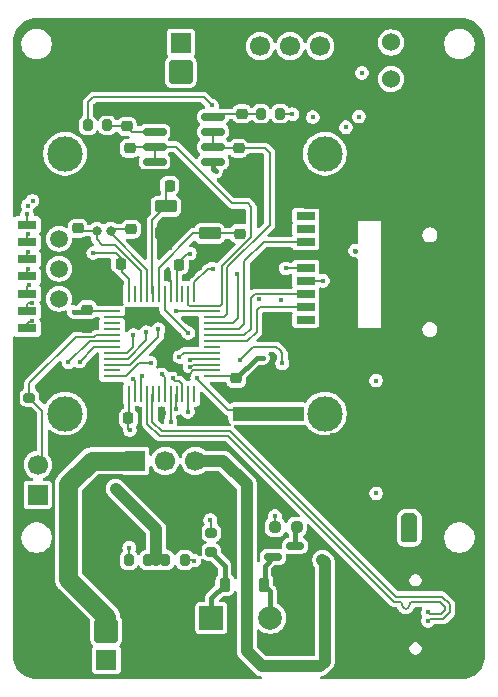
<source format=gbr>
%TF.GenerationSoftware,KiCad,Pcbnew,9.0.4*%
%TF.CreationDate,2025-12-12T14:24:18+03:00*%
%TF.ProjectId,mini_power_logger,6d696e69-5f70-46f7-9765-725f6c6f6767,rev?*%
%TF.SameCoordinates,Original*%
%TF.FileFunction,Copper,L4,Bot*%
%TF.FilePolarity,Positive*%
%FSLAX46Y46*%
G04 Gerber Fmt 4.6, Leading zero omitted, Abs format (unit mm)*
G04 Created by KiCad (PCBNEW 9.0.4) date 2025-12-12 14:24:18*
%MOMM*%
%LPD*%
G01*
G04 APERTURE LIST*
G04 Aperture macros list*
%AMRoundRect*
0 Rectangle with rounded corners*
0 $1 Rounding radius*
0 $2 $3 $4 $5 $6 $7 $8 $9 X,Y pos of 4 corners*
0 Add a 4 corners polygon primitive as box body*
4,1,4,$2,$3,$4,$5,$6,$7,$8,$9,$2,$3,0*
0 Add four circle primitives for the rounded corners*
1,1,$1+$1,$2,$3*
1,1,$1+$1,$4,$5*
1,1,$1+$1,$6,$7*
1,1,$1+$1,$8,$9*
0 Add four rect primitives between the rounded corners*
20,1,$1+$1,$2,$3,$4,$5,0*
20,1,$1+$1,$4,$5,$6,$7,0*
20,1,$1+$1,$6,$7,$8,$9,0*
20,1,$1+$1,$8,$9,$2,$3,0*%
G04 Aperture macros list end*
%TA.AperFunction,ComponentPad*%
%ADD10R,1.508000X1.508000*%
%TD*%
%TA.AperFunction,ComponentPad*%
%ADD11C,1.508000*%
%TD*%
%TA.AperFunction,ComponentPad*%
%ADD12C,3.000000*%
%TD*%
%TA.AperFunction,ComponentPad*%
%ADD13R,1.700000X1.700000*%
%TD*%
%TA.AperFunction,ComponentPad*%
%ADD14C,1.700000*%
%TD*%
%TA.AperFunction,ComponentPad*%
%ADD15R,2.000000X2.000000*%
%TD*%
%TA.AperFunction,ComponentPad*%
%ADD16C,2.000000*%
%TD*%
%TA.AperFunction,ComponentPad*%
%ADD17C,1.524000*%
%TD*%
%TA.AperFunction,ComponentPad*%
%ADD18RoundRect,0.250000X0.750000X0.750000X-0.750000X0.750000X-0.750000X-0.750000X0.750000X-0.750000X0*%
%TD*%
%TA.AperFunction,HeatsinkPad*%
%ADD19O,2.100000X1.000000*%
%TD*%
%TA.AperFunction,HeatsinkPad*%
%ADD20O,1.800000X1.000000*%
%TD*%
%TA.AperFunction,SMDPad,CuDef*%
%ADD21RoundRect,0.200000X-0.200000X-0.275000X0.200000X-0.275000X0.200000X0.275000X-0.200000X0.275000X0*%
%TD*%
%TA.AperFunction,SMDPad,CuDef*%
%ADD22R,1.600000X0.700000*%
%TD*%
%TA.AperFunction,SMDPad,CuDef*%
%ADD23R,1.600000X1.400000*%
%TD*%
%TA.AperFunction,SMDPad,CuDef*%
%ADD24R,2.200000X1.400000*%
%TD*%
%TA.AperFunction,SMDPad,CuDef*%
%ADD25R,1.400000X1.800000*%
%TD*%
%TA.AperFunction,SMDPad,CuDef*%
%ADD26RoundRect,0.150000X0.587500X0.150000X-0.587500X0.150000X-0.587500X-0.150000X0.587500X-0.150000X0*%
%TD*%
%TA.AperFunction,SMDPad,CuDef*%
%ADD27RoundRect,0.225000X-0.250000X0.225000X-0.250000X-0.225000X0.250000X-0.225000X0.250000X0.225000X0*%
%TD*%
%TA.AperFunction,SMDPad,CuDef*%
%ADD28RoundRect,0.225000X0.250000X-0.225000X0.250000X0.225000X-0.250000X0.225000X-0.250000X-0.225000X0*%
%TD*%
%TA.AperFunction,SMDPad,CuDef*%
%ADD29RoundRect,0.200000X0.200000X0.275000X-0.200000X0.275000X-0.200000X-0.275000X0.200000X-0.275000X0*%
%TD*%
%TA.AperFunction,SMDPad,CuDef*%
%ADD30RoundRect,0.225000X-0.225000X-0.375000X0.225000X-0.375000X0.225000X0.375000X-0.225000X0.375000X0*%
%TD*%
%TA.AperFunction,SMDPad,CuDef*%
%ADD31RoundRect,0.250000X0.700000X0.300000X-0.700000X0.300000X-0.700000X-0.300000X0.700000X-0.300000X0*%
%TD*%
%TA.AperFunction,SMDPad,CuDef*%
%ADD32RoundRect,0.200000X-0.275000X0.200000X-0.275000X-0.200000X0.275000X-0.200000X0.275000X0.200000X0*%
%TD*%
%TA.AperFunction,SMDPad,CuDef*%
%ADD33RoundRect,0.225000X0.225000X0.250000X-0.225000X0.250000X-0.225000X-0.250000X0.225000X-0.250000X0*%
%TD*%
%TA.AperFunction,SMDPad,CuDef*%
%ADD34R,1.600000X0.800000*%
%TD*%
%TA.AperFunction,SMDPad,CuDef*%
%ADD35R,0.279400X1.473200*%
%TD*%
%TA.AperFunction,SMDPad,CuDef*%
%ADD36R,1.473200X0.279400*%
%TD*%
%TA.AperFunction,SMDPad,CuDef*%
%ADD37RoundRect,0.237500X-0.250000X-0.237500X0.250000X-0.237500X0.250000X0.237500X-0.250000X0.237500X0*%
%TD*%
%TA.AperFunction,SMDPad,CuDef*%
%ADD38RoundRect,0.200000X0.275000X-0.200000X0.275000X0.200000X-0.275000X0.200000X-0.275000X-0.200000X0*%
%TD*%
%TA.AperFunction,SMDPad,CuDef*%
%ADD39RoundRect,0.225000X-0.225000X-0.250000X0.225000X-0.250000X0.225000X0.250000X-0.225000X0.250000X0*%
%TD*%
%TA.AperFunction,ComponentPad*%
%ADD40C,0.810000*%
%TD*%
%TA.AperFunction,SMDPad,CuDef*%
%ADD41RoundRect,0.150000X-0.825000X-0.150000X0.825000X-0.150000X0.825000X0.150000X-0.825000X0.150000X0*%
%TD*%
%TA.AperFunction,ViaPad*%
%ADD42C,0.450000*%
%TD*%
%TA.AperFunction,ViaPad*%
%ADD43C,0.600000*%
%TD*%
%TA.AperFunction,Conductor*%
%ADD44C,0.130000*%
%TD*%
%TA.AperFunction,Conductor*%
%ADD45C,0.200000*%
%TD*%
%TA.AperFunction,Conductor*%
%ADD46C,1.000000*%
%TD*%
%TA.AperFunction,Conductor*%
%ADD47C,0.400000*%
%TD*%
%TA.AperFunction,Conductor*%
%ADD48C,1.600000*%
%TD*%
%TA.AperFunction,Conductor*%
%ADD49C,0.169700*%
%TD*%
G04 APERTURE END LIST*
D10*
%TO.P,U4,1,GND*%
%TO.N,GND*%
X161912500Y-78210000D03*
D11*
%TO.P,U4,2,VCC_IN*%
%TO.N,+3.3V*%
X161912500Y-75670000D03*
%TO.P,U4,3,SCL*%
%TO.N,/SD Card & Oled Screen/OLED_SCL*%
X161912500Y-73130000D03*
%TO.P,U4,4,SDA*%
%TO.N,/SD Card & Oled Screen/OLED_SDA*%
X161912500Y-70590000D03*
D12*
%TO.P,U4,S1*%
%TO.N,N/C*%
X162412500Y-85400000D03*
%TO.P,U4,S2*%
X162412500Y-63400000D03*
%TO.P,U4,S3*%
X184412500Y-63400000D03*
%TO.P,U4,S4*%
X184412500Y-85400000D03*
%TD*%
D13*
%TO.P,J1,1*%
%TO.N,/SHUNT_V+*%
X165920000Y-106250000D03*
D14*
%TO.P,J1,2*%
%TO.N,GND*%
X163380000Y-106250000D03*
%TD*%
D15*
%TO.P,BZ1,1,+*%
%TO.N,+3.3V*%
X174800000Y-102700000D03*
D16*
%TO.P,BZ1,2,-*%
%TO.N,Net-(BZ1--)*%
X179800000Y-102700000D03*
%TD*%
D17*
%TO.P,J7,1*%
%TO.N,GND*%
X192570000Y-54000000D03*
%TO.P,J7,2*%
%TO.N,Net-(J7-Pad2)*%
X190030000Y-53980000D03*
%TD*%
%TO.P,J6,1*%
%TO.N,GND*%
X192570000Y-57100000D03*
%TO.P,J6,2*%
%TO.N,Net-(J6-Pad2)*%
X190030000Y-57080000D03*
%TD*%
D18*
%TO.P,J3,1,Pin_1*%
%TO.N,/SHUNT_V+*%
X165905000Y-103782500D03*
D16*
%TO.P,J3,2,Pin_2*%
%TO.N,GND*%
X162095000Y-103782500D03*
%TD*%
D13*
%TO.P,J1,1*%
%TO.N,/SHUNT_V-*%
X172227502Y-54000000D03*
D14*
%TO.P,J1,2*%
%TO.N,GND*%
X169687502Y-54000000D03*
%TD*%
D19*
%TO.P,J8,S1,SHIELD*%
%TO.N,GND*%
X191585000Y-106720000D03*
D20*
X195765000Y-106720000D03*
D19*
X191585000Y-98080000D03*
D20*
X195765000Y-98080000D03*
%TD*%
D13*
%TO.P,J5,1,Pin_1*%
%TO.N,+3.3V*%
X160100000Y-92275000D03*
D14*
%TO.P,J5,2,Pin_2*%
%TO.N,Net-(J5-Pin_2)*%
X160100000Y-89735000D03*
%TD*%
D18*
%TO.P,J2,1,Pin_1*%
%TO.N,/SHUNT_V-*%
X172205000Y-56482500D03*
D16*
%TO.P,J2,2,Pin_2*%
%TO.N,GND*%
X168395000Y-56482500D03*
%TD*%
D13*
%TO.P,J4,1,Pin_1*%
%TO.N,GND*%
X176390000Y-54300000D03*
D14*
%TO.P,J4,2,Pin_2*%
%TO.N,+3.3V*%
X178930000Y-54300000D03*
%TO.P,J4,3,Pin_3*%
%TO.N,/stm32f103/DIO*%
X181470000Y-54300000D03*
%TO.P,J4,4,Pin_4*%
%TO.N,/stm32f103/CLK*%
X184010000Y-54300000D03*
%TD*%
D13*
%TO.P,J1,1,Pin_1*%
%TO.N,/SHUNT_V+*%
X168360000Y-89400000D03*
D14*
%TO.P,J1,2,Pin_2*%
%TO.N,/Power/POWER_IN_P*%
X170900000Y-89400000D03*
%TO.P,J1,3,Pin_3*%
%TO.N,/USB_PWR*%
X173440000Y-89400000D03*
%TD*%
D21*
%TO.P,R9,1*%
%TO.N,Net-(J6-Pad2)*%
X164350000Y-61000000D03*
%TO.P,R9,2*%
%TO.N,Net-(U3A-+)*%
X166000000Y-61000000D03*
%TD*%
D22*
%TO.P,P1,1,DAT2*%
%TO.N,unconnected-(P1-DAT2-Pad1)*%
X182800000Y-77470000D03*
%TO.P,P1,2,DAT3*%
%TO.N,/SD Card & Oled Screen/SD_CS*%
X182800000Y-76370000D03*
%TO.P,P1,3,CMD*%
%TO.N,/SD Card & Oled Screen/SD_MOSI*%
X182800000Y-75270000D03*
%TO.P,P1,4,VDD*%
%TO.N,+3.3V*%
X182800000Y-74170000D03*
%TO.P,P1,5,CLK*%
%TO.N,/SD Card & Oled Screen/SD_SCK*%
X182800000Y-73070000D03*
%TO.P,P1,6,VSS*%
%TO.N,GND*%
X182800000Y-71970000D03*
%TO.P,P1,7,DAT0*%
%TO.N,/SD Card & Oled Screen/SD_MISO*%
X182800000Y-70870000D03*
%TO.P,P1,8,DAT1*%
%TO.N,unconnected-(P1-DAT1-Pad8)*%
X182800000Y-69770000D03*
%TO.P,P1,9,CD*%
%TO.N,unconnected-(P1-CD-Pad9)*%
X182800000Y-68670000D03*
D23*
%TO.P,P1,G1,GND*%
%TO.N,GND*%
X183400000Y-67370000D03*
D24*
%TO.P,P1,G2,GND*%
X192900000Y-67370000D03*
%TO.P,P1,G3,GND*%
X192900000Y-83070000D03*
D25*
%TO.P,P1,G4,GND*%
X183300000Y-82170000D03*
%TD*%
D26*
%TO.P,Q1,1,B*%
%TO.N,Net-(Q1-B)*%
X181900000Y-96600000D03*
%TO.P,Q1,2,E*%
%TO.N,GND*%
X181900000Y-98500000D03*
%TO.P,Q1,3,C*%
%TO.N,Net-(BZ1--)*%
X180025000Y-97550000D03*
%TD*%
D27*
%TO.P,C20,1*%
%TO.N,/Temp. & Power Sensors/ADC_TEMP2*%
X177100000Y-62925000D03*
%TO.P,C20,2*%
%TO.N,GND*%
X177100000Y-64475000D03*
%TD*%
D28*
%TO.P,C17,1*%
%TO.N,Net-(U3A-+)*%
X167650000Y-61075000D03*
%TO.P,C17,2*%
%TO.N,GND*%
X167650000Y-59525000D03*
%TD*%
D29*
%TO.P,R12,1*%
%TO.N,+3.3V*%
X169450000Y-97800000D03*
%TO.P,R12,2*%
%TO.N,/Temp. & Power Sensors/SCL*%
X167800000Y-97800000D03*
%TD*%
D27*
%TO.P,C10,1*%
%TO.N,+3.3V*%
X176900000Y-82425000D03*
%TO.P,C10,2*%
%TO.N,GND*%
X176900000Y-83975000D03*
%TD*%
D30*
%TO.P,D1,1,K*%
%TO.N,+3.3V*%
X175950000Y-99900000D03*
%TO.P,D1,2,A*%
%TO.N,Net-(BZ1--)*%
X179250000Y-99900000D03*
%TD*%
D31*
%TO.P,Y2,1,1*%
%TO.N,Net-(U1-PD1_OSC_OUT)*%
X174650000Y-70150000D03*
%TO.P,Y2,2,2*%
%TO.N,GND*%
X170950000Y-70150000D03*
%TO.P,Y2,3,3*%
%TO.N,Net-(U1-PD0_OSC_IN)*%
X170950000Y-67850000D03*
%TO.P,Y2,4,4*%
%TO.N,GND*%
X174650000Y-67850000D03*
%TD*%
D28*
%TO.P,C9,1*%
%TO.N,Net-(U1-PC15-OSC32_OUT)*%
X168000000Y-69775000D03*
%TO.P,C9,2*%
%TO.N,GND*%
X168000000Y-68225000D03*
%TD*%
D27*
%TO.P,C7,1*%
%TO.N,+3.3V*%
X164300000Y-76600000D03*
%TO.P,C7,2*%
%TO.N,GND*%
X164300000Y-78150000D03*
%TD*%
D32*
%TO.P,R1,1*%
%TO.N,Net-(J5-Pin_2)*%
X159400000Y-84050000D03*
%TO.P,R1,2*%
%TO.N,GND*%
X159400000Y-85700000D03*
%TD*%
D28*
%TO.P,C18,1*%
%TO.N,Net-(U3B-+)*%
X177400000Y-60025000D03*
%TO.P,C18,2*%
%TO.N,GND*%
X177400000Y-58475000D03*
%TD*%
D27*
%TO.P,C19,1*%
%TO.N,/Temp. & Power Sensors/ADC_TEMP1*%
X167900000Y-62925000D03*
%TO.P,C19,2*%
%TO.N,GND*%
X167900000Y-64475000D03*
%TD*%
D33*
%TO.P,C12,1*%
%TO.N,Net-(U1-PD0_OSC_IN)*%
X171275000Y-66100000D03*
%TO.P,C12,2*%
%TO.N,GND*%
X169725000Y-66100000D03*
%TD*%
D29*
%TO.P,R10,1*%
%TO.N,Net-(J7-Pad2)*%
X180625000Y-60000000D03*
%TO.P,R10,2*%
%TO.N,Net-(U3B-+)*%
X178975000Y-60000000D03*
%TD*%
D34*
%TO.P,C1,1*%
%TO.N,+3.3V*%
X159200000Y-69421429D03*
%TO.P,C1,2*%
%TO.N,/SPI2_CS*%
X159200000Y-70877143D03*
%TO.P,C1,3*%
%TO.N,/SPI2_MISO*%
X159200000Y-72332858D03*
%TO.P,C1,4*%
%TO.N,/SPI2_MOSI*%
X159200000Y-73788572D03*
%TO.P,C1,5*%
%TO.N,/SPI2_SCK*%
X159200000Y-75244286D03*
%TO.P,C1,6*%
%TO.N,/UART2_RX*%
X159200000Y-76700000D03*
%TO.P,C1,7*%
%TO.N,/UART2_TX*%
X159200000Y-78155715D03*
%TO.P,C1,8*%
%TO.N,GND*%
X159200000Y-79611429D03*
%TD*%
D28*
%TO.P,C11,1*%
%TO.N,Net-(U1-PD1_OSC_OUT)*%
X177200000Y-70175000D03*
%TO.P,C11,2*%
%TO.N,GND*%
X177200000Y-68625000D03*
%TD*%
D33*
%TO.P,C3,1*%
%TO.N,+3.3V*%
X167125000Y-72700000D03*
%TO.P,C3,2*%
%TO.N,GND*%
X165575000Y-72700000D03*
%TD*%
D35*
%TO.P,U1,1,VBAT*%
%TO.N,+3.3V*%
X167850000Y-75283600D03*
%TO.P,U1,2,PC13-TAMPER-RTC*%
%TO.N,unconnected-(U1-PC13-TAMPER-RTC-Pad2)*%
X168349999Y-75283600D03*
%TO.P,U1,3,PC14-OSC32_IN*%
%TO.N,Net-(U1-PC14-OSC32_IN)*%
X168850001Y-75283600D03*
%TO.P,U1,4,PC15-OSC32_OUT*%
%TO.N,Net-(U1-PC15-OSC32_OUT)*%
X169350000Y-75283599D03*
%TO.P,U1,5,PD0_OSC_IN*%
%TO.N,Net-(U1-PD0_OSC_IN)*%
X169849999Y-75283600D03*
%TO.P,U1,6,PD1_OSC_OUT*%
%TO.N,Net-(U1-PD1_OSC_OUT)*%
X170350000Y-75283600D03*
%TO.P,U1,7,NRST*%
%TO.N,Net-(U1-NRST)*%
X170850000Y-75283600D03*
%TO.P,U1,8,VSSA*%
%TO.N,GND*%
X171350001Y-75283600D03*
%TO.P,U1,9,VDDA*%
%TO.N,+3.3V*%
X171850000Y-75283599D03*
%TO.P,U1,10,PA0_WKUP*%
%TO.N,unconnected-(U1-PA0_WKUP-Pad10)*%
X172349999Y-75283600D03*
%TO.P,U1,11,PA1*%
%TO.N,/Temp. & Power Sensors/ADC_TEMP1*%
X172850001Y-75283600D03*
%TO.P,U1,12,PA2*%
%TO.N,/UART2_TX*%
X173350000Y-75283600D03*
D36*
%TO.P,U1,13,PA3*%
%TO.N,/UART2_RX*%
X174816400Y-76750000D03*
%TO.P,U1,14,PA4*%
%TO.N,/Temp. & Power Sensors/ADC_TEMP2*%
X174816400Y-77249999D03*
%TO.P,U1,15,PA5*%
%TO.N,/SD Card & Oled Screen/SD_SCK*%
X174816400Y-77750001D03*
%TO.P,U1,16,PA6*%
%TO.N,/SD Card & Oled Screen/SD_MISO*%
X174816401Y-78250000D03*
%TO.P,U1,17,PA7*%
%TO.N,/SD Card & Oled Screen/SD_MOSI*%
X174816400Y-78749999D03*
%TO.P,U1,18,PB0*%
%TO.N,/SD Card & Oled Screen/SD_CS*%
X174816400Y-79250000D03*
%TO.P,U1,19,PB1*%
%TO.N,unconnected-(U1-PB1-Pad19)*%
X174816400Y-79750000D03*
%TO.P,U1,20,PB2*%
%TO.N,/Temp. & Power Sensors/ALERT*%
X174816400Y-80250001D03*
%TO.P,U1,21,PB10*%
%TO.N,/Temp. & Power Sensors/SCL*%
X174816401Y-80750000D03*
%TO.P,U1,22,PB11*%
%TO.N,/Temp. & Power Sensors/SDA*%
X174816400Y-81249999D03*
%TO.P,U1,23,VSS*%
%TO.N,GND*%
X174816400Y-81750001D03*
%TO.P,U1,24,VDD*%
%TO.N,+3.3V*%
X174816400Y-82250000D03*
D35*
%TO.P,U1,25,PB12*%
%TO.N,unconnected-(U1-PB12-Pad25)*%
X173350000Y-83716400D03*
%TO.P,U1,26,PB13*%
%TO.N,/SPI2_SCK*%
X172850001Y-83716400D03*
%TO.P,U1,27,PB14*%
%TO.N,/SPI2_MISO*%
X172349999Y-83716400D03*
%TO.P,U1,28,PB15*%
%TO.N,/SPI2_MOSI*%
X171850000Y-83716401D03*
%TO.P,U1,29,PA8*%
%TO.N,/SPI2_CS*%
X171350001Y-83716400D03*
%TO.P,U1,30,PA9*%
%TO.N,/BUZZER_PIN*%
X170850000Y-83716400D03*
%TO.P,U1,31,PA10*%
%TO.N,unconnected-(U1-PA10-Pad31)*%
X170350000Y-83716400D03*
%TO.P,U1,32,PA11*%
%TO.N,/Type C Connector/USB2_N*%
X169849999Y-83716400D03*
%TO.P,U1,33,PA12*%
%TO.N,/Type C Connector/USB2_P*%
X169350000Y-83716401D03*
%TO.P,U1,34,PA13*%
%TO.N,/stm32f103/DIO*%
X168850001Y-83716400D03*
%TO.P,U1,35,VSS*%
%TO.N,GND*%
X168349999Y-83716400D03*
%TO.P,U1,36,VDD*%
%TO.N,+3.3V*%
X167850000Y-83716400D03*
D36*
%TO.P,U1,37,PA14*%
%TO.N,/stm32f103/CLK*%
X166383600Y-82250000D03*
%TO.P,U1,38,PA15*%
%TO.N,unconnected-(U1-PA15-Pad38)*%
X166383600Y-81750001D03*
%TO.P,U1,39,PB3*%
%TO.N,/stm32f103/BUTTON_1*%
X166383600Y-81249999D03*
%TO.P,U1,40,PB4*%
%TO.N,/stm32f103/BUTTON_2*%
X166383599Y-80750000D03*
%TO.P,U1,41,PB5*%
%TO.N,/stm32f103/BUTTON_3*%
X166383600Y-80250001D03*
%TO.P,U1,42,PB6*%
%TO.N,/SD Card & Oled Screen/OLED_SCL*%
X166383600Y-79750000D03*
%TO.P,U1,43,PB7*%
%TO.N,/SD Card & Oled Screen/OLED_SDA*%
X166383600Y-79250000D03*
%TO.P,U1,44,BOOT0*%
%TO.N,Net-(J5-Pin_2)*%
X166383600Y-78749999D03*
%TO.P,U1,45,PB8*%
%TO.N,unconnected-(U1-PB8-Pad45)*%
X166383599Y-78250000D03*
%TO.P,U1,46,PB9*%
%TO.N,unconnected-(U1-PB9-Pad46)*%
X166383600Y-77750001D03*
%TO.P,U1,47,VSS*%
%TO.N,GND*%
X166383600Y-77249999D03*
%TO.P,U1,48,VDD*%
%TO.N,+3.3V*%
X166383600Y-76750000D03*
%TD*%
D37*
%TO.P,R14,1*%
%TO.N,/BUZZER_PIN*%
X180200000Y-95000000D03*
%TO.P,R14,2*%
%TO.N,Net-(Q1-B)*%
X182025000Y-95000000D03*
%TD*%
D38*
%TO.P,R11,1*%
%TO.N,+3.3V*%
X174800000Y-97125000D03*
%TO.P,R11,2*%
%TO.N,/Temp. & Power Sensors/SDA*%
X174800000Y-95475000D03*
%TD*%
D21*
%TO.P,R13,1*%
%TO.N,+3.3V*%
X170900000Y-97800000D03*
%TO.P,R13,2*%
%TO.N,/Temp. & Power Sensors/ALERT*%
X172550000Y-97800000D03*
%TD*%
D39*
%TO.P,C4,1*%
%TO.N,+3.3V*%
X172075000Y-72800000D03*
%TO.P,C4,2*%
%TO.N,GND*%
X173625000Y-72800000D03*
%TD*%
D28*
%TO.P,C6,1*%
%TO.N,Net-(U1-PC14-OSC32_IN)*%
X163500000Y-69700000D03*
%TO.P,C6,2*%
%TO.N,GND*%
X163500000Y-68150000D03*
%TD*%
D33*
%TO.P,C5,1*%
%TO.N,+3.3V*%
X167775000Y-85800000D03*
%TO.P,C5,2*%
%TO.N,GND*%
X166225000Y-85800000D03*
%TD*%
D40*
%TO.P,Y1,1,1*%
%TO.N,Net-(U1-PC14-OSC32_IN)*%
X165100000Y-69900000D03*
%TO.P,Y1,2,2*%
%TO.N,Net-(U1-PC15-OSC32_OUT)*%
X166270000Y-69900000D03*
%TD*%
D41*
%TO.P,U3,1*%
%TO.N,/Temp. & Power Sensors/ADC_TEMP1*%
X170000000Y-64070000D03*
%TO.P,U3,2,-*%
X170000000Y-62800000D03*
%TO.P,U3,3,+*%
%TO.N,Net-(U3A-+)*%
X170000000Y-61530000D03*
%TO.P,U3,4,V-*%
%TO.N,GND*%
X170000000Y-60260000D03*
%TO.P,U3,5,+*%
%TO.N,Net-(U3B-+)*%
X174950000Y-60260000D03*
%TO.P,U3,6,-*%
%TO.N,/Temp. & Power Sensors/ADC_TEMP2*%
X174950000Y-61530000D03*
%TO.P,U3,7*%
X174950000Y-62800000D03*
%TO.P,U3,8,V+*%
%TO.N,+3.3V*%
X174950000Y-64070000D03*
%TD*%
D42*
%TO.N,GND*%
X168075000Y-77300000D03*
X187600000Y-89500000D03*
X187250000Y-57500000D03*
X171000000Y-73750000D03*
X188800000Y-85375000D03*
X177200000Y-65625000D03*
X175150000Y-90500000D03*
X195625000Y-100675000D03*
X182825000Y-99350000D03*
X166475000Y-94250000D03*
X176550000Y-57350000D03*
X187550000Y-91375000D03*
X168200000Y-82475000D03*
X163325000Y-78150000D03*
X163525000Y-66450000D03*
X193100000Y-80225000D03*
X165775000Y-59500000D03*
X186875000Y-99025000D03*
X169475000Y-91175000D03*
X185900000Y-89500000D03*
X174500000Y-68900000D03*
X187625000Y-92925000D03*
X175150000Y-84950000D03*
X193225000Y-100175000D03*
X188125000Y-101175000D03*
X189350000Y-98650000D03*
X171275000Y-71375000D03*
X185925000Y-91375000D03*
X193300000Y-60300000D03*
X185000000Y-87200000D03*
X194750000Y-67350000D03*
X168575000Y-65800000D03*
X183375000Y-65850000D03*
X184575000Y-82300000D03*
X167875000Y-65650000D03*
X175200000Y-88050000D03*
X194600000Y-83150000D03*
X173850000Y-71750000D03*
X168800000Y-87500000D03*
X175125000Y-85825000D03*
X172250000Y-96225000D03*
X180700000Y-75800000D03*
X188825000Y-65650000D03*
X167975000Y-66500000D03*
X172550000Y-73800000D03*
X182800000Y-100725000D03*
X168875000Y-59450000D03*
X170800000Y-85325000D03*
X190200000Y-92925000D03*
X185000000Y-88900000D03*
X188700000Y-92950000D03*
X188125000Y-97250000D03*
X187800000Y-105575000D03*
X172100000Y-82050000D03*
X168775000Y-86050000D03*
%TO.N,+3.3V*%
X187300000Y-60250000D03*
X191950000Y-94450000D03*
X167900000Y-86800000D03*
X191350000Y-95450000D03*
X179150000Y-80700000D03*
X173000000Y-71850000D03*
X178850000Y-75720000D03*
X163150000Y-76800000D03*
X191950000Y-95450000D03*
X191350000Y-95950000D03*
X159262500Y-67787500D03*
X191350000Y-94950000D03*
X186976670Y-71607339D03*
X164800000Y-71800000D03*
X184250000Y-74150000D03*
X159662500Y-67387500D03*
X191350000Y-94450000D03*
X191950000Y-94950000D03*
X183400000Y-60300000D03*
X191950000Y-95950000D03*
X188750000Y-82600000D03*
X170150000Y-97800000D03*
X166700000Y-91750000D03*
X175200000Y-64900000D03*
X187550000Y-56550000D03*
X159200000Y-68525000D03*
X188750000Y-92150000D03*
%TO.N,Net-(U1-NRST)*%
X172843714Y-78569888D03*
X186200000Y-61150000D03*
%TO.N,/stm32f103/BUTTON_1*%
X170300000Y-78250000D03*
%TO.N,/stm32f103/BUTTON_2*%
X169300000Y-78500000D03*
%TO.N,/stm32f103/BUTTON_3*%
X168200000Y-78750000D03*
%TO.N,/SPI2_MISO*%
X171550000Y-82425000D03*
X159275000Y-71700000D03*
%TO.N,/SPI2_SCK*%
X159350000Y-74538574D03*
X172800000Y-85250000D03*
%TO.N,/SPI2_MOSI*%
X159275000Y-73150000D03*
X171800000Y-84975000D03*
%TO.N,/SPI2_CS*%
X171350000Y-86100000D03*
X159300000Y-70225000D03*
D43*
%TO.N,/USB_PWR*%
X184200000Y-97800000D03*
D42*
%TO.N,/stm32f103/CLK*%
X169650000Y-81100000D03*
%TO.N,/stm32f103/DIO*%
X168900000Y-82200000D03*
%TO.N,Net-(U5-SW)*%
X173600000Y-82350000D03*
X177425000Y-85150000D03*
X177463694Y-85711692D03*
X181300000Y-85100000D03*
X181800000Y-85100000D03*
X181300000Y-85600000D03*
X176900000Y-85150000D03*
X181800000Y-85600000D03*
X176950000Y-85675000D03*
%TO.N,Net-(J6-Pad2)*%
X174850000Y-59300000D03*
%TO.N,/Type C Connector/USB2_P*%
X193133629Y-102233548D03*
%TO.N,/Type C Connector/USB2_N*%
X193133629Y-102936548D03*
%TO.N,/SD Card & Oled Screen/SD_SCK*%
X177000000Y-73600000D03*
X181100000Y-73100000D03*
%TO.N,/UART2_RX*%
X159600000Y-76025000D03*
X171825000Y-76700000D03*
%TO.N,/UART2_TX*%
X174900000Y-73125000D03*
X159650000Y-77525000D03*
%TO.N,/Temp. & Power Sensors/SDA*%
X174700000Y-94400000D03*
X172950000Y-81450000D03*
%TO.N,/Temp. & Power Sensors/SCL*%
X167850000Y-96750000D03*
X172950000Y-80850000D03*
%TO.N,/Temp. & Power Sensors/ALERT*%
X173350000Y-97850000D03*
X172100000Y-80600000D03*
%TO.N,Net-(U5-EN)*%
X177200000Y-80850000D03*
X180800000Y-81150000D03*
%TO.N,Net-(J7-Pad2)*%
X181650000Y-60050000D03*
%TO.N,/SD Card & Oled Screen/OLED_SDA*%
X162700000Y-81050000D03*
%TO.N,/SD Card & Oled Screen/OLED_SCL*%
X163650000Y-81000000D03*
%TO.N,/BUZZER_PIN*%
X170600000Y-82075000D03*
X180175000Y-94075000D03*
%TD*%
D44*
%TO.N,GND*%
X174650000Y-68750000D02*
X174500000Y-68900000D01*
X183400000Y-65875000D02*
X183375000Y-65850000D01*
X174650000Y-67850000D02*
X174650000Y-68750000D01*
X177400000Y-58475000D02*
X176550000Y-57625000D01*
X177200000Y-68625000D02*
X174775000Y-68625000D01*
D45*
X173287810Y-81750001D02*
X172987811Y-82050000D01*
D44*
X168000000Y-68225000D02*
X168000000Y-66525000D01*
X173625000Y-72800000D02*
X173625000Y-71975000D01*
X168575000Y-65875000D02*
X168800000Y-66100000D01*
X170000000Y-60260000D02*
X169190000Y-59450000D01*
D45*
X166225000Y-86575000D02*
X167150000Y-87500000D01*
D44*
X174775000Y-68625000D02*
X174500000Y-68900000D01*
D45*
X179000000Y-84275000D02*
X178700000Y-83975000D01*
D44*
X194600000Y-83150000D02*
X194520000Y-83070000D01*
D45*
X172987811Y-82050000D02*
X172100000Y-82050000D01*
D44*
X167875000Y-65650000D02*
X167875000Y-64500000D01*
D45*
X168024999Y-77249999D02*
X166383600Y-77249999D01*
X174816400Y-81750001D02*
X173287810Y-81750001D01*
D44*
X163500000Y-68150000D02*
X163500000Y-66475000D01*
X194730000Y-67370000D02*
X192900000Y-67370000D01*
X182825000Y-99350000D02*
X182750000Y-99350000D01*
X182750000Y-99350000D02*
X181900000Y-98500000D01*
X167650000Y-59525000D02*
X165800000Y-59525000D01*
X168000000Y-66525000D02*
X167975000Y-66500000D01*
X168575000Y-65800000D02*
X168575000Y-65875000D01*
D45*
X168075000Y-77300000D02*
X168024999Y-77249999D01*
D44*
X177200000Y-65625000D02*
X177200000Y-64575000D01*
X194520000Y-83070000D02*
X192900000Y-83070000D01*
D45*
X173150000Y-73800000D02*
X172550000Y-73800000D01*
X171350001Y-75283600D02*
X171350001Y-74100001D01*
D44*
X183400000Y-67370000D02*
X183400000Y-65875000D01*
D45*
X178700000Y-83975000D02*
X176900000Y-83975000D01*
D44*
X168800000Y-66100000D02*
X169725000Y-66100000D01*
X169190000Y-59450000D02*
X168875000Y-59450000D01*
X163500000Y-66475000D02*
X163525000Y-66450000D01*
D45*
X173625000Y-73325000D02*
X173150000Y-73800000D01*
X173625000Y-72800000D02*
X173625000Y-73325000D01*
X164300000Y-78150000D02*
X163325000Y-78150000D01*
D44*
X176550000Y-57625000D02*
X176550000Y-57350000D01*
X171275000Y-71375000D02*
X170950000Y-71050000D01*
X167875000Y-64500000D02*
X167900000Y-64475000D01*
X183300000Y-82170000D02*
X184445000Y-82170000D01*
D45*
X168349999Y-82624999D02*
X168200000Y-82475000D01*
X168349999Y-83716400D02*
X168349999Y-82624999D01*
D44*
X173625000Y-71975000D02*
X173850000Y-71750000D01*
D45*
X171350001Y-74100001D02*
X171000000Y-73750000D01*
D44*
X165800000Y-59525000D02*
X165775000Y-59500000D01*
X177200000Y-64575000D02*
X177100000Y-64475000D01*
D45*
X166225000Y-85800000D02*
X166225000Y-86575000D01*
D44*
X184445000Y-82170000D02*
X184575000Y-82300000D01*
D45*
X167150000Y-87500000D02*
X168800000Y-87500000D01*
D44*
X170950000Y-71050000D02*
X170950000Y-70150000D01*
X194750000Y-67350000D02*
X194730000Y-67370000D01*
D46*
%TO.N,+3.3V*%
X170150000Y-97800000D02*
X170150000Y-95200000D01*
D47*
X178625000Y-80700000D02*
X176900000Y-82425000D01*
D45*
X171850000Y-72775000D02*
X171850000Y-75283599D01*
D47*
X174800000Y-102700000D02*
X174800000Y-101050000D01*
X163175000Y-76825000D02*
X163150000Y-76800000D01*
X186984009Y-71600000D02*
X186976670Y-71607339D01*
D45*
X167225000Y-72275000D02*
X167225000Y-73375000D01*
X170900000Y-97800000D02*
X170150000Y-97800000D01*
X166383600Y-76750000D02*
X164375000Y-76750000D01*
D47*
X175950000Y-99900000D02*
X175950000Y-98275000D01*
X164300000Y-76825000D02*
X163175000Y-76825000D01*
D45*
X167775000Y-86675000D02*
X167900000Y-86800000D01*
X174816400Y-82250000D02*
X176725000Y-82250000D01*
D47*
X179150000Y-80700000D02*
X178625000Y-80700000D01*
D45*
X167850000Y-83716400D02*
X167850000Y-85725000D01*
X184230000Y-74170000D02*
X184250000Y-74150000D01*
X164375000Y-76750000D02*
X164300000Y-76825000D01*
X172775000Y-71850000D02*
X171850000Y-72775000D01*
X167225000Y-73375000D02*
X167850000Y-74000000D01*
X167850000Y-85725000D02*
X167775000Y-85800000D01*
X164800000Y-71800000D02*
X166750000Y-71800000D01*
X182800000Y-74170000D02*
X184230000Y-74170000D01*
X166700000Y-91750000D02*
X166800000Y-91850000D01*
D47*
X186984009Y-71600000D02*
X187000670Y-71600000D01*
D45*
X166750000Y-71800000D02*
X167225000Y-72275000D01*
D47*
X175950000Y-98275000D02*
X174800000Y-97125000D01*
D45*
X167775000Y-85800000D02*
X167775000Y-86675000D01*
D46*
X170150000Y-95200000D02*
X166700000Y-91750000D01*
D47*
X174800000Y-101050000D02*
X175950000Y-99900000D01*
D45*
X170150000Y-97800000D02*
X169450000Y-97800000D01*
D47*
X174950000Y-64650000D02*
X175200000Y-64900000D01*
D45*
X167850000Y-74000000D02*
X167850000Y-75283600D01*
D44*
X159200000Y-69421429D02*
X159200000Y-68525000D01*
D45*
X173000000Y-71850000D02*
X172775000Y-71850000D01*
D47*
X174950000Y-64070000D02*
X174950000Y-64650000D01*
D45*
X176725000Y-82250000D02*
X176900000Y-82425000D01*
X177160615Y-82164385D02*
X176900000Y-82425000D01*
%TO.N,Net-(U1-PC14-OSC32_IN)*%
X165550000Y-71100000D02*
X166644044Y-71100000D01*
X165100000Y-69900000D02*
X163700000Y-69900000D01*
X168850001Y-73305957D02*
X168850001Y-75283600D01*
X165100000Y-70650000D02*
X165550000Y-71100000D01*
X165100000Y-69900000D02*
X165100000Y-70650000D01*
X163700000Y-69900000D02*
X163500000Y-69700000D01*
X166644044Y-71100000D02*
X168850001Y-73305957D01*
%TO.N,Net-(U1-NRST)*%
X170850000Y-76600000D02*
X170850000Y-75283600D01*
X172843714Y-78569888D02*
X172473826Y-78200000D01*
X172450000Y-78200000D02*
X170850000Y-76600000D01*
X172473826Y-78200000D02*
X172450000Y-78200000D01*
%TO.N,Net-(U1-PC15-OSC32_OUT)*%
X166395000Y-69775000D02*
X166270000Y-69900000D01*
X166270000Y-70120000D02*
X169350000Y-73200000D01*
X166270000Y-69900000D02*
X166270000Y-70120000D01*
X169350000Y-73200000D02*
X169350000Y-75283599D01*
X168000000Y-69775000D02*
X166395000Y-69775000D01*
%TO.N,Net-(U1-PD1_OSC_OUT)*%
X173250000Y-70150000D02*
X170350000Y-73050000D01*
X174650000Y-70150000D02*
X177175000Y-70150000D01*
X170350000Y-73050000D02*
X170350000Y-75283600D01*
X174650000Y-70150000D02*
X173250000Y-70150000D01*
X177175000Y-70150000D02*
X177200000Y-70175000D01*
%TO.N,Net-(U1-PD0_OSC_IN)*%
X170950000Y-67850000D02*
X170950000Y-66425000D01*
X170950000Y-66425000D02*
X171275000Y-66100000D01*
X169774000Y-75207601D02*
X169849999Y-75283600D01*
X170950000Y-67850000D02*
X169774000Y-69026000D01*
X169774000Y-69026000D02*
X169774000Y-75207601D01*
%TO.N,/stm32f103/BUTTON_1*%
X170300000Y-78900000D02*
X167950001Y-81249999D01*
X170300000Y-78250000D02*
X170300000Y-78900000D01*
X167950001Y-81249999D02*
X166383600Y-81249999D01*
%TO.N,/stm32f103/BUTTON_2*%
X169300000Y-78500000D02*
X169300000Y-79200000D01*
X169300000Y-79200000D02*
X167750000Y-80750000D01*
X167750000Y-80750000D02*
X166383599Y-80750000D01*
%TO.N,/stm32f103/BUTTON_3*%
X168200000Y-79750000D02*
X167699999Y-80250001D01*
X168200000Y-78750000D02*
X168200000Y-79750000D01*
X167699999Y-80250001D02*
X166383600Y-80250001D01*
%TO.N,Net-(U3A-+)*%
X166075000Y-61075000D02*
X166000000Y-61000000D01*
X170000000Y-61530000D02*
X168105000Y-61530000D01*
X168105000Y-61530000D02*
X167650000Y-61075000D01*
X167650000Y-61075000D02*
X166075000Y-61075000D01*
%TO.N,Net-(U3B-+)*%
X175185000Y-60025000D02*
X174950000Y-60260000D01*
X178975000Y-60000000D02*
X177425000Y-60000000D01*
X177400000Y-60025000D02*
X175185000Y-60025000D01*
X177425000Y-60000000D02*
X177400000Y-60025000D01*
D44*
%TO.N,/SPI2_MISO*%
X159200000Y-72332858D02*
X159200000Y-71775000D01*
D45*
X172075000Y-82625000D02*
X171750000Y-82625000D01*
D44*
X159200000Y-71775000D02*
X159275000Y-71700000D01*
D45*
X171750000Y-82625000D02*
X171550000Y-82425000D01*
X172349999Y-82899999D02*
X172075000Y-82625000D01*
X172349999Y-83716400D02*
X172349999Y-82899999D01*
D44*
%TO.N,/SPI2_SCK*%
X159336426Y-74538574D02*
X159200000Y-74675000D01*
D45*
X172800000Y-85250000D02*
X172850001Y-85199999D01*
D44*
X159200000Y-74675000D02*
X159200000Y-75244286D01*
D45*
X172850001Y-85199999D02*
X172850001Y-83716400D01*
D44*
X159350000Y-74538574D02*
X159336426Y-74538574D01*
%TO.N,/SPI2_MOSI*%
X159200000Y-73225000D02*
X159275000Y-73150000D01*
X159200000Y-73788572D02*
X159200000Y-73225000D01*
D45*
X171800000Y-83766401D02*
X171850000Y-83716401D01*
X171800000Y-84975000D02*
X171800000Y-83766401D01*
%TO.N,/SPI2_CS*%
X171350000Y-86100000D02*
X171350001Y-83716400D01*
D44*
X159200000Y-70325000D02*
X159300000Y-70225000D01*
X159200000Y-70877143D02*
X159200000Y-70325000D01*
D45*
%TO.N,/Temp. & Power Sensors/ADC_TEMP1*%
X170000000Y-64070000D02*
X170000000Y-62800000D01*
X171775000Y-62800000D02*
X176575000Y-67600000D01*
X178175000Y-67900000D02*
X178175000Y-70425000D01*
X170000000Y-62800000D02*
X168025000Y-62800000D01*
X172950000Y-76300000D02*
X172850001Y-76200001D01*
X178175000Y-70425000D02*
X175718199Y-72881801D01*
X172850001Y-76200001D02*
X172850001Y-75283600D01*
X175718199Y-76106801D02*
X175525000Y-76300000D01*
X170000000Y-62800000D02*
X171775000Y-62800000D01*
X175525000Y-76300000D02*
X172950000Y-76300000D01*
X176575000Y-67600000D02*
X177875000Y-67600000D01*
X168025000Y-62800000D02*
X167900000Y-62925000D01*
X177875000Y-67600000D02*
X178175000Y-67900000D01*
X175718199Y-72881801D02*
X175718199Y-76106801D01*
%TO.N,/Temp. & Power Sensors/ADC_TEMP2*%
X176150000Y-76975000D02*
X175875001Y-77249999D01*
X179750000Y-69400000D02*
X176150000Y-73000000D01*
X179750000Y-63300000D02*
X179750000Y-69400000D01*
X175075000Y-62925000D02*
X174950000Y-62800000D01*
X174950000Y-62800000D02*
X174950000Y-61530000D01*
X179375000Y-62925000D02*
X179750000Y-63300000D01*
X177100000Y-62925000D02*
X175075000Y-62925000D01*
X175875001Y-77249999D02*
X174816400Y-77249999D01*
X176150000Y-73000000D02*
X176150000Y-76975000D01*
X177100000Y-62925000D02*
X179375000Y-62925000D01*
D46*
%TO.N,/USB_PWR*%
X184000000Y-106800000D02*
X179100000Y-106800000D01*
X184200000Y-97800000D02*
X184400000Y-98000000D01*
X184400000Y-98000000D02*
X184400000Y-106400000D01*
X184400000Y-106400000D02*
X184000000Y-106800000D01*
X177800000Y-91400000D02*
X175800000Y-89400000D01*
X177800000Y-105500000D02*
X177800000Y-91400000D01*
X175800000Y-89400000D02*
X173440000Y-89400000D01*
X179100000Y-106800000D02*
X177800000Y-105500000D01*
D48*
%TO.N,/SHUNT_V+*%
X164700000Y-89400000D02*
X162700000Y-91400000D01*
X162700000Y-99400000D02*
X165905000Y-102605000D01*
X162700000Y-91400000D02*
X162700000Y-99400000D01*
X165905000Y-102605000D02*
X165905000Y-103782500D01*
X168360000Y-89400000D02*
X164700000Y-89400000D01*
D45*
%TO.N,/stm32f103/CLK*%
X167550000Y-82250000D02*
X166383600Y-82250000D01*
X169650000Y-81100000D02*
X168700000Y-81100000D01*
X168700000Y-81100000D02*
X167550000Y-82250000D01*
%TO.N,/stm32f103/DIO*%
X168850001Y-82249999D02*
X168850001Y-83716400D01*
X168900000Y-82200000D02*
X168850001Y-82249999D01*
%TO.N,Net-(U5-SW)*%
X176850000Y-85100000D02*
X176200000Y-85100000D01*
X176200000Y-85100000D02*
X173600000Y-82500000D01*
X173600000Y-82500000D02*
X173600000Y-82350000D01*
X176900000Y-85150000D02*
X176850000Y-85100000D01*
%TO.N,Net-(J5-Pin_2)*%
X164876000Y-78924000D02*
X163326000Y-78924000D01*
X166383600Y-78749999D02*
X165050001Y-78749999D01*
X165050001Y-78749999D02*
X164876000Y-78924000D01*
X160100000Y-89735000D02*
X160500000Y-89335000D01*
X160500000Y-89335000D02*
X160500000Y-85150000D01*
X160500000Y-85150000D02*
X159400000Y-84050000D01*
X159400000Y-82850000D02*
X159400000Y-84050000D01*
X163326000Y-78924000D02*
X159400000Y-82850000D01*
%TO.N,Net-(J6-Pad2)*%
X174150000Y-58600000D02*
X164800000Y-58600000D01*
X164800000Y-58600000D02*
X164350000Y-59050000D01*
X164350000Y-59050000D02*
X164350000Y-61000000D01*
X174850000Y-59300000D02*
X174150000Y-58600000D01*
D49*
%TO.N,/Type C Connector/USB2_P*%
X169388648Y-85824994D02*
X169388648Y-83755049D01*
X190662139Y-101311350D02*
X190237456Y-101311350D01*
X190095208Y-101169102D02*
X176237456Y-87311350D01*
X191562139Y-101611350D02*
X191562139Y-101628301D01*
X190237456Y-101311350D02*
X190095208Y-101169102D01*
X194162456Y-101311350D02*
X191862139Y-101311350D01*
X176237456Y-87311350D02*
X170412456Y-87311350D01*
X194273059Y-102373698D02*
X194588650Y-102058107D01*
X194588650Y-102058107D02*
X194588650Y-101737544D01*
X169388654Y-86287548D02*
X169388654Y-85825000D01*
X169388654Y-85825000D02*
X169388648Y-85824994D01*
X193273778Y-102373697D02*
X193824152Y-102373697D01*
X193824152Y-102373697D02*
X193824153Y-102373698D01*
X170412456Y-87311350D02*
X169388654Y-86287548D01*
X190962139Y-101628301D02*
X190962139Y-101611350D01*
X194588650Y-101737544D02*
X194162456Y-101311350D01*
X193133629Y-102233548D02*
X193273778Y-102373697D01*
X169388648Y-83755049D02*
X169350000Y-83716401D01*
X193824153Y-102373698D02*
X194273059Y-102373698D01*
X191862139Y-101311350D02*
G75*
G03*
X191562050Y-101611350I-39J-300050D01*
G01*
X191262139Y-101928301D02*
G75*
G02*
X190962099Y-101628301I-39J300001D01*
G01*
X190962139Y-101611350D02*
G75*
G03*
X190662139Y-101311361I-300039J-50D01*
G01*
X191562139Y-101628301D02*
G75*
G02*
X191262139Y-101928339I-300039J1D01*
G01*
%TO.N,/Type C Connector/USB2_N*%
X195011350Y-101562456D02*
X195011350Y-102233195D01*
X193273778Y-102796399D02*
X193133629Y-102936548D01*
X169811354Y-86112460D02*
X170587544Y-86888650D01*
X193824152Y-102796399D02*
X193273778Y-102796399D01*
X193824153Y-102796398D02*
X193824152Y-102796399D01*
X194448147Y-102796398D02*
X193824153Y-102796398D01*
X170587544Y-86888650D02*
X176412544Y-86888650D01*
X176412544Y-86888650D02*
X190412544Y-100888650D01*
X169849999Y-83716400D02*
X169811350Y-83755049D01*
X169811354Y-85825000D02*
X169811354Y-86112460D01*
X195011350Y-102233195D02*
X194448147Y-102796398D01*
X169811350Y-85824996D02*
X169811354Y-85825000D01*
X194337544Y-100888650D02*
X195011350Y-101562456D01*
X169811350Y-83755049D02*
X169811350Y-85824996D01*
X190412544Y-100888650D02*
X194337544Y-100888650D01*
D45*
%TO.N,/SD Card & Oled Screen/SD_CS*%
X178930000Y-76370000D02*
X178650000Y-76650000D01*
X177850000Y-79250000D02*
X174816400Y-79250000D01*
X178650000Y-78450000D02*
X177850000Y-79250000D01*
X182800000Y-76370000D02*
X178930000Y-76370000D01*
X178650000Y-76650000D02*
X178650000Y-78450000D01*
%TO.N,/SD Card & Oled Screen/SD_SCK*%
X174816400Y-77750001D02*
X176599999Y-77750001D01*
X177050000Y-74300000D02*
X177050000Y-73650000D01*
X182770000Y-73100000D02*
X182800000Y-73070000D01*
X177050000Y-77300000D02*
X177050000Y-74300000D01*
X177050000Y-73650000D02*
X177000000Y-73600000D01*
X181100000Y-73100000D02*
X182770000Y-73100000D01*
X176599999Y-77750001D02*
X177050000Y-77300000D01*
%TO.N,/SD Card & Oled Screen/SD_MISO*%
X177600000Y-72500000D02*
X177600000Y-77800000D01*
X182800000Y-70870000D02*
X179230000Y-70870000D01*
X179230000Y-70870000D02*
X177600000Y-72500000D01*
X177150000Y-78250000D02*
X174816401Y-78250000D01*
X177600000Y-77800000D02*
X177150000Y-78250000D01*
%TO.N,/SD Card & Oled Screen/SD_MOSI*%
X182800000Y-75270000D02*
X178530000Y-75270000D01*
X178150000Y-75650000D02*
X178150000Y-78200000D01*
X178150000Y-78200000D02*
X177600001Y-78749999D01*
X177600001Y-78749999D02*
X174816400Y-78749999D01*
X178530000Y-75270000D02*
X178150000Y-75650000D01*
D44*
%TO.N,/UART2_RX*%
X159600000Y-76025000D02*
X159325000Y-76025000D01*
X174816400Y-76750000D02*
X171875000Y-76750000D01*
X159200000Y-76150000D02*
X159200000Y-76700000D01*
X159325000Y-76025000D02*
X159200000Y-76150000D01*
X171875000Y-76750000D02*
X171825000Y-76700000D01*
%TO.N,/UART2_TX*%
X174525000Y-73125000D02*
X174900000Y-73125000D01*
X159650000Y-77525000D02*
X159450000Y-77525000D01*
X173350000Y-74300000D02*
X174525000Y-73125000D01*
X173350000Y-75283600D02*
X173350000Y-74300000D01*
X159450000Y-77525000D02*
X159200000Y-77775000D01*
X159200000Y-77775000D02*
X159200000Y-78155715D01*
D45*
%TO.N,/Temp. & Power Sensors/SDA*%
X174800000Y-94500000D02*
X174700000Y-94400000D01*
X174800000Y-95475000D02*
X174800000Y-94500000D01*
X172950000Y-81450000D02*
X173049998Y-81450000D01*
X173049998Y-81450000D02*
X173249999Y-81249999D01*
X173249999Y-81249999D02*
X174816400Y-81249999D01*
D47*
%TO.N,Net-(BZ1--)*%
X179800000Y-102700000D02*
X179800000Y-100450000D01*
X180025000Y-97550000D02*
X179300000Y-98275000D01*
X179800000Y-100450000D02*
X179250000Y-99900000D01*
X179300000Y-99850000D02*
X179250000Y-99900000D01*
X179300000Y-98275000D02*
X179300000Y-99850000D01*
%TO.N,Net-(Q1-B)*%
X181900000Y-96600000D02*
X181900000Y-95125000D01*
X181900000Y-95125000D02*
X182025000Y-95000000D01*
D45*
%TO.N,/Temp. & Power Sensors/SCL*%
X167800000Y-97800000D02*
X167800000Y-96800000D01*
X167800000Y-96800000D02*
X167850000Y-96750000D01*
X173050000Y-80750000D02*
X174816401Y-80750000D01*
X172950000Y-80850000D02*
X173050000Y-80750000D01*
%TO.N,/Temp. & Power Sensors/ALERT*%
X172550000Y-97800000D02*
X173300000Y-97800000D01*
X172449999Y-80250001D02*
X172100000Y-80600000D01*
X174816400Y-80250001D02*
X172449999Y-80250001D01*
X173300000Y-97800000D02*
X173350000Y-97850000D01*
%TO.N,Net-(U5-EN)*%
X177200000Y-80850000D02*
X178300000Y-79750000D01*
X179550000Y-79750000D02*
X180300000Y-79750000D01*
X180600000Y-80050000D02*
X180800000Y-80250000D01*
X180300000Y-79750000D02*
X180600000Y-80050000D01*
X180800000Y-80250000D02*
X180800000Y-81150000D01*
X178300000Y-79750000D02*
X179550000Y-79750000D01*
%TO.N,Net-(J7-Pad2)*%
X181600000Y-60000000D02*
X181650000Y-60050000D01*
X180625000Y-60000000D02*
X181600000Y-60000000D01*
%TO.N,/SD Card & Oled Screen/OLED_SDA*%
X164500000Y-79250000D02*
X162700000Y-81050000D01*
X166383600Y-79250000D02*
X164500000Y-79250000D01*
%TO.N,/SD Card & Oled Screen/OLED_SCL*%
X164900000Y-79750000D02*
X163650000Y-81000000D01*
X166383600Y-79750000D02*
X164900000Y-79750000D01*
%TO.N,/BUZZER_PIN*%
X170850000Y-83716400D02*
X170850000Y-82325000D01*
X170625000Y-82100000D02*
X170600000Y-82075000D01*
X170850000Y-82325000D02*
X170625000Y-82100000D01*
X180175000Y-94075000D02*
X180175000Y-94975000D01*
X180175000Y-94975000D02*
X180200000Y-95000000D01*
%TD*%
%TA.AperFunction,Conductor*%
%TO.N,GND*%
G36*
X196004042Y-51910765D02*
G01*
X196028951Y-51912397D01*
X196251586Y-51926989D01*
X196267647Y-51929104D01*
X196506963Y-51976708D01*
X196522606Y-51980900D01*
X196753657Y-52059331D01*
X196768629Y-52065532D01*
X196983293Y-52171392D01*
X196987460Y-52173447D01*
X197001507Y-52181557D01*
X197204377Y-52317111D01*
X197217241Y-52326982D01*
X197400678Y-52487852D01*
X197412147Y-52499321D01*
X197573017Y-52682758D01*
X197582891Y-52695626D01*
X197718442Y-52898492D01*
X197726552Y-52912539D01*
X197834464Y-53131363D01*
X197840671Y-53146349D01*
X197919096Y-53377382D01*
X197923294Y-53393048D01*
X197970893Y-53632340D01*
X197973011Y-53648422D01*
X197989235Y-53895956D01*
X197989500Y-53904066D01*
X197989500Y-105895933D01*
X197989235Y-105904042D01*
X197989235Y-105904043D01*
X197973011Y-106151577D01*
X197970893Y-106167659D01*
X197923294Y-106406951D01*
X197919096Y-106422617D01*
X197840671Y-106653650D01*
X197834464Y-106668636D01*
X197726552Y-106887460D01*
X197718442Y-106901507D01*
X197582891Y-107104373D01*
X197573017Y-107117241D01*
X197412147Y-107300678D01*
X197400678Y-107312147D01*
X197217241Y-107473017D01*
X197204373Y-107482891D01*
X197001507Y-107618442D01*
X196987460Y-107626552D01*
X196768636Y-107734464D01*
X196753650Y-107740671D01*
X196522617Y-107819096D01*
X196506951Y-107823294D01*
X196267659Y-107870893D01*
X196251577Y-107873011D01*
X196004043Y-107889235D01*
X195995933Y-107889500D01*
X184141227Y-107889500D01*
X184122305Y-107883943D01*
X184102592Y-107883328D01*
X184089467Y-107874301D01*
X184074188Y-107869815D01*
X184061274Y-107854911D01*
X184045023Y-107843735D01*
X184038862Y-107829046D01*
X184028433Y-107817011D01*
X184025626Y-107797490D01*
X184017998Y-107779304D01*
X184020755Y-107763618D01*
X184018489Y-107747853D01*
X184026682Y-107729912D01*
X184030097Y-107710490D01*
X184040897Y-107698785D01*
X184047514Y-107684297D01*
X184064105Y-107673634D01*
X184077479Y-107659141D01*
X184100437Y-107650285D01*
X184106292Y-107646523D01*
X184110026Y-107645490D01*
X184113516Y-107644582D01*
X184248082Y-107617816D01*
X184293415Y-107599037D01*
X184402863Y-107553704D01*
X184542162Y-107460627D01*
X185060626Y-106942162D01*
X185153703Y-106802863D01*
X185217816Y-106648082D01*
X185250500Y-106483767D01*
X185250500Y-105222133D01*
X191569500Y-105222133D01*
X191569500Y-105357867D01*
X191604631Y-105488975D01*
X191604632Y-105488978D01*
X191672495Y-105606520D01*
X191672497Y-105606522D01*
X191672498Y-105606524D01*
X191768476Y-105702502D01*
X191768477Y-105702503D01*
X191768479Y-105702504D01*
X191886021Y-105770367D01*
X191886022Y-105770367D01*
X191886025Y-105770369D01*
X192017133Y-105805500D01*
X192017135Y-105805500D01*
X192152865Y-105805500D01*
X192152867Y-105805500D01*
X192283975Y-105770369D01*
X192401524Y-105702502D01*
X192497502Y-105606524D01*
X192565369Y-105488975D01*
X192600500Y-105357867D01*
X192600500Y-105222133D01*
X192565369Y-105091025D01*
X192561453Y-105084243D01*
X192497504Y-104973479D01*
X192497499Y-104973473D01*
X192401526Y-104877500D01*
X192401520Y-104877495D01*
X192283978Y-104809632D01*
X192283979Y-104809632D01*
X192268484Y-104805480D01*
X192152867Y-104774500D01*
X192017133Y-104774500D01*
X191901515Y-104805480D01*
X191886021Y-104809632D01*
X191768479Y-104877495D01*
X191768473Y-104877500D01*
X191672500Y-104973473D01*
X191672495Y-104973479D01*
X191604632Y-105091021D01*
X191604631Y-105091025D01*
X191569500Y-105222133D01*
X185250500Y-105222133D01*
X185250500Y-97916233D01*
X185217816Y-97751918D01*
X185214399Y-97743668D01*
X185186417Y-97676113D01*
X185153707Y-97597143D01*
X185153700Y-97597130D01*
X185060627Y-97457838D01*
X185060624Y-97457834D01*
X184742165Y-97139375D01*
X184742161Y-97139372D01*
X184602866Y-97046297D01*
X184602863Y-97046296D01*
X184448082Y-96982184D01*
X184448073Y-96982181D01*
X184283771Y-96949500D01*
X184283767Y-96949500D01*
X184116233Y-96949500D01*
X184116228Y-96949500D01*
X183951926Y-96982181D01*
X183951917Y-96982184D01*
X183797136Y-97046296D01*
X183797133Y-97046297D01*
X183657838Y-97139372D01*
X183657834Y-97139375D01*
X183539375Y-97257834D01*
X183539372Y-97257838D01*
X183446297Y-97397133D01*
X183446296Y-97397136D01*
X183382184Y-97551917D01*
X183382181Y-97551926D01*
X183349500Y-97716228D01*
X183349500Y-97883771D01*
X183382181Y-98048073D01*
X183382184Y-98048082D01*
X183446296Y-98202863D01*
X183446297Y-98202865D01*
X183528602Y-98326042D01*
X183549480Y-98392719D01*
X183549500Y-98394933D01*
X183549500Y-105825500D01*
X183529815Y-105892539D01*
X183477011Y-105938294D01*
X183425500Y-105949500D01*
X179503651Y-105949500D01*
X179436612Y-105929815D01*
X179415970Y-105913181D01*
X178686819Y-105184030D01*
X178653334Y-105122707D01*
X178650500Y-105096349D01*
X178650500Y-103759758D01*
X178670185Y-103692719D01*
X178722989Y-103646964D01*
X178792147Y-103637020D01*
X178855703Y-103666045D01*
X178862181Y-103672077D01*
X178920213Y-103730109D01*
X179092179Y-103855048D01*
X179092181Y-103855049D01*
X179092184Y-103855051D01*
X179281588Y-103951557D01*
X179483757Y-104017246D01*
X179693713Y-104050500D01*
X179693714Y-104050500D01*
X179906286Y-104050500D01*
X179906287Y-104050500D01*
X180116243Y-104017246D01*
X180318412Y-103951557D01*
X180507816Y-103855051D01*
X180529789Y-103839086D01*
X180679786Y-103730109D01*
X180679788Y-103730106D01*
X180679792Y-103730104D01*
X180830104Y-103579792D01*
X180830106Y-103579788D01*
X180830109Y-103579786D01*
X180955048Y-103407820D01*
X180955047Y-103407820D01*
X180955051Y-103407816D01*
X181051557Y-103218412D01*
X181117246Y-103016243D01*
X181150500Y-102806287D01*
X181150500Y-102593713D01*
X181117246Y-102383757D01*
X181051557Y-102181588D01*
X180955051Y-101992184D01*
X180955049Y-101992181D01*
X180955048Y-101992179D01*
X180830109Y-101820213D01*
X180679786Y-101669890D01*
X180507817Y-101544949D01*
X180418204Y-101499288D01*
X180367409Y-101451313D01*
X180350500Y-101388804D01*
X180350500Y-100377527D01*
X180350500Y-100377525D01*
X180312984Y-100237515D01*
X180284405Y-100188015D01*
X180240510Y-100111985D01*
X180086819Y-99958294D01*
X180053334Y-99896971D01*
X180050500Y-99870613D01*
X180050500Y-99487286D01*
X180050499Y-99487272D01*
X180044556Y-99442133D01*
X180035687Y-99374764D01*
X179977698Y-99234767D01*
X179885451Y-99114549D01*
X179885448Y-99114547D01*
X179880503Y-99108102D01*
X179881946Y-99106994D01*
X179853334Y-99054594D01*
X179850500Y-99028236D01*
X179850500Y-98554386D01*
X179870185Y-98487347D01*
X179886815Y-98466709D01*
X180116706Y-98236817D01*
X180178029Y-98203333D01*
X180204387Y-98200499D01*
X180660371Y-98200499D01*
X180660372Y-98200499D01*
X180719983Y-98194091D01*
X180854831Y-98143796D01*
X180970046Y-98057546D01*
X181056296Y-97942331D01*
X181106591Y-97807483D01*
X181113000Y-97747873D01*
X181112999Y-97372242D01*
X181132683Y-97305204D01*
X181185487Y-97259449D01*
X181250255Y-97248954D01*
X181264627Y-97250500D01*
X182535372Y-97250499D01*
X182594983Y-97244091D01*
X182729831Y-97193796D01*
X182845046Y-97107546D01*
X182931296Y-96992331D01*
X182981591Y-96857483D01*
X182988000Y-96797873D01*
X182987999Y-96402128D01*
X182981591Y-96342517D01*
X182973604Y-96321104D01*
X182931297Y-96207671D01*
X182931293Y-96207664D01*
X182845047Y-96092455D01*
X182845044Y-96092452D01*
X182729835Y-96006206D01*
X182729828Y-96006202D01*
X182609406Y-95961288D01*
X182553472Y-95919417D01*
X182529055Y-95853953D01*
X182543907Y-95785680D01*
X182577250Y-95746732D01*
X182694367Y-95656867D01*
X182788617Y-95534037D01*
X182847865Y-95390999D01*
X182863000Y-95276040D01*
X182863000Y-94851934D01*
X182882685Y-94784895D01*
X182935489Y-94739140D01*
X183004647Y-94729196D01*
X183068203Y-94758221D01*
X183074681Y-94764253D01*
X189746841Y-101436413D01*
X189970145Y-101659717D01*
X190056114Y-101709352D01*
X190065121Y-101714552D01*
X190069417Y-101717032D01*
X190180141Y-101746700D01*
X190294771Y-101746700D01*
X190434132Y-101746700D01*
X190501171Y-101766385D01*
X190546926Y-101819189D01*
X190552724Y-101837142D01*
X190553246Y-101836984D01*
X190555013Y-101842810D01*
X190555014Y-101842813D01*
X190594589Y-101938347D01*
X190610456Y-101976649D01*
X190610459Y-101976655D01*
X190690939Y-102097087D01*
X190690942Y-102097090D01*
X190690943Y-102097092D01*
X190793384Y-102199519D01*
X190913840Y-102279991D01*
X191047681Y-102335415D01*
X191189764Y-102363660D01*
X191199002Y-102363658D01*
X191199601Y-102363658D01*
X191199602Y-102363659D01*
X191210792Y-102363657D01*
X191210920Y-102363694D01*
X191262196Y-102363687D01*
X191262196Y-102363689D01*
X191334619Y-102363680D01*
X191476679Y-102335406D01*
X191610495Y-102279962D01*
X191730924Y-102199480D01*
X191833340Y-102097052D01*
X191913806Y-101976612D01*
X191913807Y-101976608D01*
X191913810Y-101976604D01*
X191969230Y-101842797D01*
X191969229Y-101842797D01*
X191969233Y-101842790D01*
X191969234Y-101842781D01*
X191971000Y-101836963D01*
X191973149Y-101837614D01*
X192000865Y-101784611D01*
X192061575Y-101750028D01*
X192090110Y-101746700D01*
X192535406Y-101746700D01*
X192602445Y-101766385D01*
X192648200Y-101819189D01*
X192658144Y-101888347D01*
X192642793Y-101932699D01*
X192630859Y-101953368D01*
X192597348Y-102011411D01*
X192574390Y-102097093D01*
X192558129Y-102157782D01*
X192558129Y-102309314D01*
X192572691Y-102363658D01*
X192597348Y-102455682D01*
X192597349Y-102455685D01*
X192636241Y-102523048D01*
X192652714Y-102590948D01*
X192636241Y-102647048D01*
X192597349Y-102714410D01*
X192597348Y-102714413D01*
X192558129Y-102860782D01*
X192558129Y-103012313D01*
X192597348Y-103158684D01*
X192622403Y-103202079D01*
X192673114Y-103289913D01*
X192780264Y-103397063D01*
X192911494Y-103472829D01*
X193057863Y-103512048D01*
X193057865Y-103512048D01*
X193209393Y-103512048D01*
X193209395Y-103512048D01*
X193355764Y-103472829D01*
X193486994Y-103397063D01*
X193594144Y-103289913D01*
X193594148Y-103289905D01*
X193599092Y-103283464D01*
X193600897Y-103284849D01*
X193605603Y-103274547D01*
X193625429Y-103261805D01*
X193642489Y-103245537D01*
X193655748Y-103242319D01*
X193664381Y-103236772D01*
X193699313Y-103231749D01*
X193699315Y-103231749D01*
X193766837Y-103231749D01*
X193881467Y-103231749D01*
X193881470Y-103231748D01*
X193889078Y-103231748D01*
X194505460Y-103231748D01*
X194505462Y-103231748D01*
X194616186Y-103202080D01*
X194715458Y-103144765D01*
X195359717Y-102500506D01*
X195417032Y-102401234D01*
X195446700Y-102290510D01*
X195446700Y-102175880D01*
X195446700Y-101505141D01*
X195417032Y-101394417D01*
X195359717Y-101295145D01*
X195278661Y-101214089D01*
X194604855Y-100540283D01*
X194555219Y-100511625D01*
X194505584Y-100482968D01*
X194450221Y-100468134D01*
X194394859Y-100453300D01*
X194394858Y-100453300D01*
X190644234Y-100453300D01*
X190577195Y-100433615D01*
X190556553Y-100416981D01*
X189581705Y-99442133D01*
X191569500Y-99442133D01*
X191569500Y-99577867D01*
X191604631Y-99708975D01*
X191604632Y-99708978D01*
X191672495Y-99826520D01*
X191672497Y-99826522D01*
X191672498Y-99826524D01*
X191768476Y-99922502D01*
X191768477Y-99922503D01*
X191768479Y-99922504D01*
X191886021Y-99990367D01*
X191886022Y-99990367D01*
X191886025Y-99990369D01*
X192017133Y-100025500D01*
X192017135Y-100025500D01*
X192152865Y-100025500D01*
X192152867Y-100025500D01*
X192283975Y-99990369D01*
X192401524Y-99922502D01*
X192497502Y-99826524D01*
X192565369Y-99708975D01*
X192600500Y-99577867D01*
X192600500Y-99442133D01*
X192565369Y-99311025D01*
X192561912Y-99305038D01*
X192497504Y-99193479D01*
X192497499Y-99193473D01*
X192401526Y-99097500D01*
X192401520Y-99097495D01*
X192283978Y-99029632D01*
X192283979Y-99029632D01*
X192233847Y-99016199D01*
X192152867Y-98994500D01*
X192017133Y-98994500D01*
X191936153Y-99016199D01*
X191886021Y-99029632D01*
X191768479Y-99097495D01*
X191768473Y-99097500D01*
X191672500Y-99193473D01*
X191672495Y-99193479D01*
X191604632Y-99311021D01*
X191604631Y-99311025D01*
X191569500Y-99442133D01*
X189581705Y-99442133D01*
X184290934Y-94151362D01*
X190494500Y-94151362D01*
X190494500Y-96048639D01*
X190496536Y-96086624D01*
X190496540Y-96086683D01*
X190499370Y-96112997D01*
X190502404Y-96134825D01*
X190502404Y-96134826D01*
X190540817Y-96245367D01*
X190574305Y-96306695D01*
X190634934Y-96387684D01*
X190634952Y-96387705D01*
X190762297Y-96515050D01*
X190762305Y-96515057D01*
X190790619Y-96540491D01*
X190811261Y-96557125D01*
X190828837Y-96570411D01*
X190934164Y-96621414D01*
X191001203Y-96641099D01*
X191001204Y-96641099D01*
X191001207Y-96641100D01*
X191031071Y-96645393D01*
X191101362Y-96655500D01*
X191101363Y-96655500D01*
X191998639Y-96655500D01*
X192000638Y-96655392D01*
X192036642Y-96653463D01*
X192036672Y-96653459D01*
X192036683Y-96653459D01*
X192051383Y-96651877D01*
X192063000Y-96650629D01*
X192084827Y-96647595D01*
X192160167Y-96621414D01*
X192195367Y-96609182D01*
X192195369Y-96609181D01*
X192256692Y-96575696D01*
X192263755Y-96570409D01*
X192337684Y-96515065D01*
X192337695Y-96515057D01*
X192465057Y-96387695D01*
X192490491Y-96359381D01*
X192507125Y-96338739D01*
X192520452Y-96321105D01*
X192523054Y-96315726D01*
X192538851Y-96292328D01*
X192559805Y-96239793D01*
X192571434Y-96215767D01*
X192572196Y-96213170D01*
X192572195Y-96213169D01*
X192575480Y-96201977D01*
X192575491Y-96201940D01*
X192577130Y-96196357D01*
X192582208Y-96183629D01*
X192586029Y-96166062D01*
X192591098Y-96148801D01*
X192605500Y-96048638D01*
X192605500Y-95798435D01*
X194509500Y-95798435D01*
X194509500Y-96001565D01*
X194510235Y-96006204D01*
X194541277Y-96202194D01*
X194541277Y-96202197D01*
X194604045Y-96395377D01*
X194627107Y-96440638D01*
X194695923Y-96575696D01*
X194696268Y-96576372D01*
X194815656Y-96740697D01*
X194815660Y-96740702D01*
X194959297Y-96884339D01*
X194959302Y-96884343D01*
X195083394Y-96974500D01*
X195123631Y-97003734D01*
X195283206Y-97085042D01*
X195304622Y-97095954D01*
X195497803Y-97158722D01*
X195497804Y-97158722D01*
X195497807Y-97158723D01*
X195698435Y-97190500D01*
X195698436Y-97190500D01*
X195901564Y-97190500D01*
X195901565Y-97190500D01*
X196102193Y-97158723D01*
X196102196Y-97158722D01*
X196102197Y-97158722D01*
X196295377Y-97095954D01*
X196295377Y-97095953D01*
X196295380Y-97095953D01*
X196476369Y-97003734D01*
X196640704Y-96884338D01*
X196784338Y-96740704D01*
X196903734Y-96576369D01*
X196995953Y-96395380D01*
X197003404Y-96372449D01*
X197058722Y-96202197D01*
X197058722Y-96202196D01*
X197058723Y-96202193D01*
X197090500Y-96001565D01*
X197090500Y-95798435D01*
X197058723Y-95597807D01*
X197058722Y-95597803D01*
X197058722Y-95597802D01*
X196995954Y-95404622D01*
X196930441Y-95276047D01*
X196903734Y-95223631D01*
X196825705Y-95116233D01*
X196784343Y-95059302D01*
X196784339Y-95059297D01*
X196640702Y-94915660D01*
X196640697Y-94915656D01*
X196476372Y-94796268D01*
X196476371Y-94796267D01*
X196476369Y-94796266D01*
X196364254Y-94739140D01*
X196295377Y-94704045D01*
X196102196Y-94641277D01*
X195951722Y-94617444D01*
X195901565Y-94609500D01*
X195698435Y-94609500D01*
X195631559Y-94620092D01*
X195497805Y-94641277D01*
X195497802Y-94641277D01*
X195304622Y-94704045D01*
X195123627Y-94796268D01*
X194959302Y-94915656D01*
X194959297Y-94915660D01*
X194815660Y-95059297D01*
X194815656Y-95059302D01*
X194696268Y-95223627D01*
X194604045Y-95404622D01*
X194541277Y-95597802D01*
X194541277Y-95597805D01*
X194528156Y-95680649D01*
X194509500Y-95798435D01*
X192605500Y-95798435D01*
X192605500Y-94151362D01*
X192603463Y-94113358D01*
X192603459Y-94113328D01*
X192603459Y-94113316D01*
X192600629Y-94087002D01*
X192597595Y-94065174D01*
X192597595Y-94065173D01*
X192559182Y-93954632D01*
X192525694Y-93893304D01*
X192465065Y-93812315D01*
X192465060Y-93812310D01*
X192465057Y-93812305D01*
X192465053Y-93812301D01*
X192465047Y-93812294D01*
X192237702Y-93584949D01*
X192209384Y-93559512D01*
X192209383Y-93559511D01*
X192188733Y-93542870D01*
X192181914Y-93537716D01*
X192171163Y-93529589D01*
X192065836Y-93478586D01*
X192065832Y-93478584D01*
X191998798Y-93458901D01*
X191998792Y-93458899D01*
X191908743Y-93445952D01*
X191898638Y-93444500D01*
X191201362Y-93444500D01*
X191201361Y-93444500D01*
X191163375Y-93446536D01*
X191163368Y-93446536D01*
X191163358Y-93446537D01*
X191163354Y-93446537D01*
X191163316Y-93446540D01*
X191137002Y-93449370D01*
X191115174Y-93452404D01*
X191115173Y-93452404D01*
X191004632Y-93490817D01*
X190943304Y-93524305D01*
X190862315Y-93584934D01*
X190862294Y-93584952D01*
X190634949Y-93812297D01*
X190609512Y-93840615D01*
X190609511Y-93840616D01*
X190592870Y-93861266D01*
X190579592Y-93878833D01*
X190579590Y-93878835D01*
X190528584Y-93984167D01*
X190508901Y-94051201D01*
X190508899Y-94051207D01*
X190494500Y-94151362D01*
X184290934Y-94151362D01*
X182213806Y-92074234D01*
X188174500Y-92074234D01*
X188174500Y-92225765D01*
X188213719Y-92372136D01*
X188251602Y-92437750D01*
X188289485Y-92503365D01*
X188396635Y-92610515D01*
X188527865Y-92686281D01*
X188674234Y-92725500D01*
X188674236Y-92725500D01*
X188825764Y-92725500D01*
X188825766Y-92725500D01*
X188972135Y-92686281D01*
X189103365Y-92610515D01*
X189210515Y-92503365D01*
X189286281Y-92372135D01*
X189325500Y-92225766D01*
X189325500Y-92074234D01*
X189286281Y-91927865D01*
X189210515Y-91796635D01*
X189103365Y-91689485D01*
X189037750Y-91651602D01*
X188972136Y-91613719D01*
X188898950Y-91594109D01*
X188825766Y-91574500D01*
X188674234Y-91574500D01*
X188527863Y-91613719D01*
X188396635Y-91689485D01*
X188396632Y-91689487D01*
X188289487Y-91796632D01*
X188289485Y-91796635D01*
X188213719Y-91927863D01*
X188174500Y-92074234D01*
X182213806Y-92074234D01*
X176706753Y-86567181D01*
X176673268Y-86505858D01*
X176678252Y-86436166D01*
X176720124Y-86380233D01*
X176785588Y-86355816D01*
X176794434Y-86355500D01*
X182547658Y-86355500D01*
X182551178Y-86355395D01*
X182568796Y-86354871D01*
X182583517Y-86353994D01*
X182588623Y-86353653D01*
X182702317Y-86325921D01*
X182702319Y-86325919D01*
X182706677Y-86324857D01*
X182776471Y-86328094D01*
X182833436Y-86368551D01*
X182843449Y-86383325D01*
X182870563Y-86430288D01*
X183018233Y-86622736D01*
X183018239Y-86622743D01*
X183189756Y-86794260D01*
X183189762Y-86794265D01*
X183382211Y-86941936D01*
X183592288Y-87063224D01*
X183816400Y-87156054D01*
X184050711Y-87218838D01*
X184231086Y-87242584D01*
X184291211Y-87250500D01*
X184291212Y-87250500D01*
X184533789Y-87250500D01*
X184581888Y-87244167D01*
X184774289Y-87218838D01*
X185008600Y-87156054D01*
X185232712Y-87063224D01*
X185442789Y-86941936D01*
X185635238Y-86794265D01*
X185806765Y-86622738D01*
X185954436Y-86430289D01*
X186075724Y-86220212D01*
X186168554Y-85996100D01*
X186231338Y-85761789D01*
X186263000Y-85521288D01*
X186263000Y-85278712D01*
X186231338Y-85038211D01*
X186168554Y-84803900D01*
X186162745Y-84789877D01*
X186108735Y-84659485D01*
X186075724Y-84579788D01*
X185954436Y-84369711D01*
X185881544Y-84274716D01*
X185806766Y-84177263D01*
X185806760Y-84177256D01*
X185635243Y-84005739D01*
X185635236Y-84005733D01*
X185442793Y-83858067D01*
X185442792Y-83858066D01*
X185442789Y-83858064D01*
X185232712Y-83736776D01*
X185232705Y-83736773D01*
X185008604Y-83643947D01*
X184774285Y-83581161D01*
X184533789Y-83549500D01*
X184533788Y-83549500D01*
X184291212Y-83549500D01*
X184291211Y-83549500D01*
X184050714Y-83581161D01*
X183816395Y-83643947D01*
X183592294Y-83736773D01*
X183592285Y-83736777D01*
X183382206Y-83858067D01*
X183189763Y-84005733D01*
X183189756Y-84005739D01*
X183018239Y-84177256D01*
X183018233Y-84177263D01*
X182870570Y-84369702D01*
X182870564Y-84369711D01*
X182843001Y-84417450D01*
X182792432Y-84465664D01*
X182723825Y-84478885D01*
X182700679Y-84474424D01*
X182647815Y-84458901D01*
X182647809Y-84458899D01*
X182557760Y-84445952D01*
X182547655Y-84444500D01*
X176724000Y-84444500D01*
X176723991Y-84444500D01*
X176648429Y-84452625D01*
X176596917Y-84463831D01*
X176539536Y-84481502D01*
X176539534Y-84481503D01*
X176451686Y-84535202D01*
X176439686Y-84542537D01*
X176439681Y-84542541D01*
X176435547Y-84545564D01*
X176434590Y-84544256D01*
X176377597Y-84570264D01*
X176308442Y-84560300D01*
X176272305Y-84535202D01*
X174688984Y-82951881D01*
X174655499Y-82890558D01*
X174660483Y-82820866D01*
X174702355Y-82764933D01*
X174767819Y-82740516D01*
X174776665Y-82740200D01*
X175586261Y-82740200D01*
X175608971Y-82736891D01*
X175654393Y-82730273D01*
X175689523Y-82713098D01*
X175701610Y-82710302D01*
X175709048Y-82705523D01*
X175743983Y-82700500D01*
X175967441Y-82700500D01*
X176034480Y-82720185D01*
X176080235Y-82772989D01*
X176087217Y-82792410D01*
X176089312Y-82800232D01*
X176089313Y-82800236D01*
X176147302Y-82940233D01*
X176239549Y-83060451D01*
X176359767Y-83152698D01*
X176499764Y-83210687D01*
X176612280Y-83225500D01*
X176612287Y-83225500D01*
X177187713Y-83225500D01*
X177187720Y-83225500D01*
X177300236Y-83210687D01*
X177440233Y-83152698D01*
X177560451Y-83060451D01*
X177652698Y-82940233D01*
X177710687Y-82800236D01*
X177725500Y-82687720D01*
X177725500Y-82524234D01*
X188174500Y-82524234D01*
X188174500Y-82675766D01*
X188182473Y-82705523D01*
X188213719Y-82822136D01*
X188230647Y-82851455D01*
X188289485Y-82953365D01*
X188396635Y-83060515D01*
X188527865Y-83136281D01*
X188674234Y-83175500D01*
X188674236Y-83175500D01*
X188825764Y-83175500D01*
X188825766Y-83175500D01*
X188972135Y-83136281D01*
X189103365Y-83060515D01*
X189210515Y-82953365D01*
X189286281Y-82822135D01*
X189325500Y-82675766D01*
X189325500Y-82524234D01*
X189286281Y-82377865D01*
X189210515Y-82246635D01*
X189103365Y-82139485D01*
X189031492Y-82097989D01*
X188972136Y-82063719D01*
X188898950Y-82044109D01*
X188825766Y-82024500D01*
X188674234Y-82024500D01*
X188527863Y-82063719D01*
X188396635Y-82139485D01*
X188396632Y-82139487D01*
X188289487Y-82246632D01*
X188289485Y-82246635D01*
X188213719Y-82377863D01*
X188183380Y-82491093D01*
X188174500Y-82524234D01*
X177725500Y-82524234D01*
X177725500Y-82429387D01*
X177745185Y-82362348D01*
X177761819Y-82341706D01*
X178816706Y-81286819D01*
X178878029Y-81253334D01*
X178904387Y-81250500D01*
X178964607Y-81250500D01*
X178996700Y-81254725D01*
X179074234Y-81275500D01*
X179074236Y-81275500D01*
X179225764Y-81275500D01*
X179225766Y-81275500D01*
X179372135Y-81236281D01*
X179503365Y-81160515D01*
X179610515Y-81053365D01*
X179686281Y-80922135D01*
X179725500Y-80775766D01*
X179725500Y-80624234D01*
X179686281Y-80477865D01*
X179633530Y-80386498D01*
X179617058Y-80318601D01*
X179639910Y-80252574D01*
X179694831Y-80209383D01*
X179740918Y-80200500D01*
X180062035Y-80200500D01*
X180091475Y-80209144D01*
X180121462Y-80215668D01*
X180126477Y-80219422D01*
X180129074Y-80220185D01*
X180149716Y-80236819D01*
X180313181Y-80400284D01*
X180346666Y-80461607D01*
X180349500Y-80487965D01*
X180349500Y-80746062D01*
X180332887Y-80808062D01*
X180263720Y-80927861D01*
X180263720Y-80927862D01*
X180263719Y-80927864D01*
X180263719Y-80927865D01*
X180224500Y-81074234D01*
X180224500Y-81225766D01*
X180234583Y-81263398D01*
X180263719Y-81372136D01*
X180290243Y-81418076D01*
X180339485Y-81503365D01*
X180446635Y-81610515D01*
X180577865Y-81686281D01*
X180724234Y-81725500D01*
X180724236Y-81725500D01*
X180875764Y-81725500D01*
X180875766Y-81725500D01*
X181022135Y-81686281D01*
X181153365Y-81610515D01*
X181260515Y-81503365D01*
X181336281Y-81372135D01*
X181375500Y-81225766D01*
X181375500Y-81074234D01*
X181336281Y-80927865D01*
X181333449Y-80922960D01*
X181267113Y-80808062D01*
X181250500Y-80746062D01*
X181250500Y-80190693D01*
X181250499Y-80190689D01*
X181225178Y-80096185D01*
X181221767Y-80083460D01*
X181219799Y-80076113D01*
X181212643Y-80063719D01*
X181160492Y-79973389D01*
X181160488Y-79973384D01*
X180876614Y-79689511D01*
X180576616Y-79389513D01*
X180576614Y-79389511D01*
X180473887Y-79330201D01*
X180435065Y-79319799D01*
X180435062Y-79319798D01*
X180403045Y-79311219D01*
X180359309Y-79299500D01*
X180359308Y-79299500D01*
X178736965Y-79299500D01*
X178669926Y-79279815D01*
X178624171Y-79227011D01*
X178614227Y-79157853D01*
X178643252Y-79094297D01*
X178649284Y-79087819D01*
X178723706Y-79013397D01*
X179010490Y-78726614D01*
X179057232Y-78645654D01*
X179069798Y-78623889D01*
X179075297Y-78603365D01*
X179079153Y-78588975D01*
X179100500Y-78509309D01*
X179100500Y-78206911D01*
X192659500Y-78206911D01*
X192659500Y-78333088D01*
X192684112Y-78456819D01*
X192684115Y-78456831D01*
X192732394Y-78573388D01*
X192732396Y-78573392D01*
X192802487Y-78678290D01*
X192802493Y-78678298D01*
X192891701Y-78767506D01*
X192891709Y-78767512D01*
X192996607Y-78837603D01*
X192996611Y-78837605D01*
X193113168Y-78885884D01*
X193113173Y-78885886D01*
X193215374Y-78906215D01*
X193236911Y-78910499D01*
X193236914Y-78910500D01*
X193236916Y-78910500D01*
X193363086Y-78910500D01*
X193363087Y-78910499D01*
X193486827Y-78885886D01*
X193585745Y-78844913D01*
X193603388Y-78837605D01*
X193603392Y-78837603D01*
X193655490Y-78802791D01*
X193708295Y-78767509D01*
X193797509Y-78678295D01*
X193840884Y-78613380D01*
X193867603Y-78573392D01*
X193867605Y-78573388D01*
X193890599Y-78517874D01*
X193915886Y-78456827D01*
X193940500Y-78333084D01*
X193940500Y-78206916D01*
X193940500Y-78206913D01*
X193940499Y-78206911D01*
X193934052Y-78174500D01*
X193915886Y-78083173D01*
X193897347Y-78038415D01*
X193867605Y-77966611D01*
X193867603Y-77966607D01*
X193797512Y-77861709D01*
X193797506Y-77861701D01*
X193708298Y-77772493D01*
X193708290Y-77772487D01*
X193603392Y-77702396D01*
X193603388Y-77702394D01*
X193486831Y-77654115D01*
X193486819Y-77654112D01*
X193363087Y-77629500D01*
X193363084Y-77629500D01*
X193236916Y-77629500D01*
X193236913Y-77629500D01*
X193113180Y-77654112D01*
X193113168Y-77654115D01*
X192996611Y-77702394D01*
X192996607Y-77702396D01*
X192891709Y-77772487D01*
X192891701Y-77772493D01*
X192802493Y-77861701D01*
X192802487Y-77861709D01*
X192732396Y-77966607D01*
X192732394Y-77966611D01*
X192684115Y-78083168D01*
X192684112Y-78083180D01*
X192659500Y-78206911D01*
X179100500Y-78206911D01*
X179100500Y-76944500D01*
X179120185Y-76877461D01*
X179172989Y-76831706D01*
X179224500Y-76820500D01*
X181557631Y-76820500D01*
X181624670Y-76840185D01*
X181670425Y-76892989D01*
X181680369Y-76962147D01*
X181669032Y-76998959D01*
X181659428Y-77018604D01*
X181659425Y-77018611D01*
X181649500Y-77086739D01*
X181649500Y-77853260D01*
X181659426Y-77921391D01*
X181659427Y-77921393D01*
X181701273Y-78006992D01*
X181710803Y-78026485D01*
X181793514Y-78109196D01*
X181793515Y-78109196D01*
X181793517Y-78109198D01*
X181898607Y-78160573D01*
X181932673Y-78165536D01*
X181966739Y-78170500D01*
X181966740Y-78170500D01*
X183633261Y-78170500D01*
X183655971Y-78167191D01*
X183701393Y-78160573D01*
X183806483Y-78109198D01*
X183889198Y-78026483D01*
X183940573Y-77921393D01*
X183950500Y-77853260D01*
X183950500Y-77086740D01*
X183940573Y-77018607D01*
X183918990Y-76974459D01*
X183907231Y-76905589D01*
X183918991Y-76865539D01*
X183940573Y-76821392D01*
X183950500Y-76753260D01*
X183950500Y-75986739D01*
X183940573Y-75918607D01*
X183918991Y-75874461D01*
X183907231Y-75805589D01*
X183918991Y-75765539D01*
X183940573Y-75721392D01*
X183946962Y-75677546D01*
X183950500Y-75653260D01*
X183950500Y-74886740D01*
X183944123Y-74842972D01*
X183953936Y-74773795D01*
X183999591Y-74720905D01*
X184066593Y-74701094D01*
X184098912Y-74705317D01*
X184174234Y-74725500D01*
X184174237Y-74725500D01*
X184325764Y-74725500D01*
X184325766Y-74725500D01*
X184472135Y-74686281D01*
X184603365Y-74610515D01*
X184710515Y-74503365D01*
X184786281Y-74372135D01*
X184825500Y-74225766D01*
X184825500Y-74074234D01*
X184786281Y-73927865D01*
X184710515Y-73796635D01*
X184603365Y-73689485D01*
X184537750Y-73651602D01*
X184472136Y-73613719D01*
X184395015Y-73593055D01*
X184325766Y-73574500D01*
X184174234Y-73574500D01*
X184174232Y-73574500D01*
X184104983Y-73593055D01*
X184035133Y-73591392D01*
X183977271Y-73552229D01*
X183949768Y-73488000D01*
X183950188Y-73455395D01*
X183950500Y-73453260D01*
X183950500Y-72686740D01*
X183940573Y-72618607D01*
X183889198Y-72513517D01*
X183889196Y-72513515D01*
X183889196Y-72513514D01*
X183806485Y-72430803D01*
X183795637Y-72425500D01*
X183701393Y-72379427D01*
X183701391Y-72379426D01*
X183633261Y-72369500D01*
X183633260Y-72369500D01*
X181966740Y-72369500D01*
X181966739Y-72369500D01*
X181898608Y-72379426D01*
X181793514Y-72430803D01*
X181710802Y-72513515D01*
X181678319Y-72579961D01*
X181667373Y-72591940D01*
X181660632Y-72606703D01*
X181644291Y-72617204D01*
X181631191Y-72631543D01*
X181614895Y-72636095D01*
X181601854Y-72644477D01*
X181566919Y-72649500D01*
X181503937Y-72649500D01*
X181441937Y-72632887D01*
X181350267Y-72579961D01*
X181322136Y-72563719D01*
X181220163Y-72536396D01*
X181175766Y-72524500D01*
X181024234Y-72524500D01*
X180877863Y-72563719D01*
X180746635Y-72639485D01*
X180746632Y-72639487D01*
X180639487Y-72746632D01*
X180639485Y-72746635D01*
X180563719Y-72877863D01*
X180544251Y-72950521D01*
X180524500Y-73024234D01*
X180524500Y-73175766D01*
X180540801Y-73236603D01*
X180563719Y-73322136D01*
X180574166Y-73340230D01*
X180639485Y-73453365D01*
X180746635Y-73560515D01*
X180877865Y-73636281D01*
X181024234Y-73675500D01*
X181024236Y-73675500D01*
X181175764Y-73675500D01*
X181175766Y-73675500D01*
X181322135Y-73636281D01*
X181441937Y-73567112D01*
X181457425Y-73562962D01*
X181469002Y-73555523D01*
X181503937Y-73550500D01*
X181543271Y-73550500D01*
X181610310Y-73570185D01*
X181656065Y-73622989D01*
X181666009Y-73692147D01*
X181661745Y-73711106D01*
X181659426Y-73718611D01*
X181649500Y-73786739D01*
X181649500Y-74553260D01*
X181659425Y-74621388D01*
X181659428Y-74621395D01*
X181669032Y-74641041D01*
X181680790Y-74709915D01*
X181653446Y-74774211D01*
X181595681Y-74813518D01*
X181557631Y-74819500D01*
X178470691Y-74819500D01*
X178380325Y-74843713D01*
X178380324Y-74843712D01*
X178356116Y-74850199D01*
X178356113Y-74850200D01*
X178253382Y-74909513D01*
X178249987Y-74912119D01*
X178246605Y-74913426D01*
X178246348Y-74913575D01*
X178246324Y-74913534D01*
X178184818Y-74937314D01*
X178116373Y-74923276D01*
X178066383Y-74874463D01*
X178050500Y-74813744D01*
X178050500Y-72737965D01*
X178070185Y-72670926D01*
X178086819Y-72650284D01*
X179380284Y-71356819D01*
X179441607Y-71323334D01*
X179467965Y-71320500D01*
X181581585Y-71320500D01*
X181648624Y-71340185D01*
X181692985Y-71390039D01*
X181710802Y-71426484D01*
X181793514Y-71509196D01*
X181793515Y-71509196D01*
X181793517Y-71509198D01*
X181898607Y-71560573D01*
X181906109Y-71561666D01*
X181966739Y-71570500D01*
X181966740Y-71570500D01*
X183633261Y-71570500D01*
X183661805Y-71566341D01*
X183701393Y-71560573D01*
X183760714Y-71531573D01*
X186401170Y-71531573D01*
X186401170Y-71683104D01*
X186440389Y-71829475D01*
X186441539Y-71831466D01*
X186516155Y-71960704D01*
X186623305Y-72067854D01*
X186754535Y-72143620D01*
X186900904Y-72182839D01*
X186900906Y-72182839D01*
X187052434Y-72182839D01*
X187052436Y-72182839D01*
X187052437Y-72182838D01*
X187060492Y-72181778D01*
X187060922Y-72185049D01*
X187115375Y-72186323D01*
X187173254Y-72225460D01*
X187200787Y-72289676D01*
X187201670Y-72304451D01*
X187201670Y-78121670D01*
X189203040Y-78121670D01*
X189203040Y-70206911D01*
X192659500Y-70206911D01*
X192659500Y-70333088D01*
X192684112Y-70456819D01*
X192684115Y-70456831D01*
X192732394Y-70573388D01*
X192732396Y-70573392D01*
X192802487Y-70678290D01*
X192802493Y-70678298D01*
X192891701Y-70767506D01*
X192891709Y-70767512D01*
X192996607Y-70837603D01*
X192996611Y-70837605D01*
X193094813Y-70878281D01*
X193113173Y-70885886D01*
X193197693Y-70902698D01*
X193236911Y-70910499D01*
X193236914Y-70910500D01*
X193236916Y-70910500D01*
X193363086Y-70910500D01*
X193363087Y-70910499D01*
X193486827Y-70885886D01*
X193603390Y-70837604D01*
X193603392Y-70837603D01*
X193700189Y-70772925D01*
X193708295Y-70767509D01*
X193797509Y-70678295D01*
X193849490Y-70600500D01*
X193867603Y-70573392D01*
X193867605Y-70573388D01*
X193894848Y-70507618D01*
X193915886Y-70456827D01*
X193940500Y-70333084D01*
X193940500Y-70206916D01*
X193940500Y-70206913D01*
X193940499Y-70206911D01*
X193929827Y-70153260D01*
X193915886Y-70083173D01*
X193886039Y-70011115D01*
X193867605Y-69966611D01*
X193867603Y-69966607D01*
X193797512Y-69861709D01*
X193797506Y-69861701D01*
X193708298Y-69772493D01*
X193708290Y-69772487D01*
X193603392Y-69702396D01*
X193603388Y-69702394D01*
X193486831Y-69654115D01*
X193486819Y-69654112D01*
X193363087Y-69629500D01*
X193363084Y-69629500D01*
X193236916Y-69629500D01*
X193236913Y-69629500D01*
X193113180Y-69654112D01*
X193113168Y-69654115D01*
X192996611Y-69702394D01*
X192996607Y-69702396D01*
X192891709Y-69772487D01*
X192891701Y-69772493D01*
X192802493Y-69861701D01*
X192802487Y-69861709D01*
X192732396Y-69966607D01*
X192732394Y-69966611D01*
X192684115Y-70083168D01*
X192684112Y-70083180D01*
X192659500Y-70206911D01*
X189203040Y-70206911D01*
X189203040Y-69116960D01*
X187201670Y-69116960D01*
X187201670Y-70910226D01*
X187181985Y-70977265D01*
X187129181Y-71023020D01*
X187060492Y-71032896D01*
X187060492Y-71032900D01*
X187060479Y-71032898D01*
X187060023Y-71032964D01*
X187058304Y-71032611D01*
X187052437Y-71031839D01*
X187052436Y-71031839D01*
X186900904Y-71031839D01*
X186754533Y-71071058D01*
X186623305Y-71146824D01*
X186623302Y-71146826D01*
X186516157Y-71253971D01*
X186516155Y-71253974D01*
X186440389Y-71385202D01*
X186401170Y-71531573D01*
X183760714Y-71531573D01*
X183806483Y-71509198D01*
X183832055Y-71483626D01*
X183879917Y-71435765D01*
X183889196Y-71426485D01*
X183889198Y-71426483D01*
X183940573Y-71321393D01*
X183950500Y-71253260D01*
X183950500Y-70486740D01*
X183950346Y-70485686D01*
X183940573Y-70418607D01*
X183919622Y-70375751D01*
X183918990Y-70374459D01*
X183907231Y-70305589D01*
X183918991Y-70265539D01*
X183940573Y-70221393D01*
X183950500Y-70153260D01*
X183950500Y-69386740D01*
X183946948Y-69362364D01*
X183940573Y-69318607D01*
X183936715Y-69310716D01*
X183918990Y-69274459D01*
X183907231Y-69205589D01*
X183918991Y-69165539D01*
X183940573Y-69121393D01*
X183950500Y-69053260D01*
X183950500Y-68286740D01*
X183940573Y-68218607D01*
X183889198Y-68113517D01*
X183889196Y-68113515D01*
X183889196Y-68113514D01*
X183806485Y-68030803D01*
X183701391Y-67979426D01*
X183633261Y-67969500D01*
X183633260Y-67969500D01*
X181966740Y-67969500D01*
X181966739Y-67969500D01*
X181898608Y-67979426D01*
X181793514Y-68030803D01*
X181710803Y-68113514D01*
X181659426Y-68218608D01*
X181649500Y-68286739D01*
X181649500Y-69053260D01*
X181659425Y-69121388D01*
X181659428Y-69121395D01*
X181681009Y-69165541D01*
X181692767Y-69234414D01*
X181681009Y-69274459D01*
X181659428Y-69318604D01*
X181659425Y-69318611D01*
X181649500Y-69386739D01*
X181649500Y-70153260D01*
X181659425Y-70221388D01*
X181659428Y-70221395D01*
X181669032Y-70241041D01*
X181680790Y-70309915D01*
X181653446Y-70374211D01*
X181595681Y-70413518D01*
X181557631Y-70419500D01*
X179666966Y-70419500D01*
X179599927Y-70399815D01*
X179554172Y-70347011D01*
X179544228Y-70277853D01*
X179573253Y-70214297D01*
X179579285Y-70207819D01*
X179820497Y-69966607D01*
X180110490Y-69676614D01*
X180169799Y-69573887D01*
X180176285Y-69549675D01*
X180176286Y-69549675D01*
X180176286Y-69549671D01*
X180200500Y-69459309D01*
X180200500Y-63278711D01*
X182562000Y-63278711D01*
X182562000Y-63521288D01*
X182593661Y-63761785D01*
X182656447Y-63996104D01*
X182663196Y-64012397D01*
X182749276Y-64220212D01*
X182870564Y-64430289D01*
X182870566Y-64430292D01*
X182870567Y-64430293D01*
X183018233Y-64622736D01*
X183018239Y-64622743D01*
X183189756Y-64794260D01*
X183189762Y-64794265D01*
X183382211Y-64941936D01*
X183592288Y-65063224D01*
X183816400Y-65156054D01*
X184050711Y-65218838D01*
X184231086Y-65242584D01*
X184291211Y-65250500D01*
X184291212Y-65250500D01*
X184533789Y-65250500D01*
X184581888Y-65244167D01*
X184774289Y-65218838D01*
X185008600Y-65156054D01*
X185232712Y-65063224D01*
X185442789Y-64941936D01*
X185635238Y-64794265D01*
X185806765Y-64622738D01*
X185954436Y-64430289D01*
X186075724Y-64220212D01*
X186168554Y-63996100D01*
X186231338Y-63761789D01*
X186263000Y-63521288D01*
X186263000Y-63278712D01*
X186261877Y-63270185D01*
X186251628Y-63192331D01*
X186231338Y-63038211D01*
X186168554Y-62803900D01*
X186075724Y-62579788D01*
X185954436Y-62369711D01*
X185868496Y-62257711D01*
X185806766Y-62177263D01*
X185806760Y-62177256D01*
X185635243Y-62005739D01*
X185635236Y-62005733D01*
X185442793Y-61858067D01*
X185442792Y-61858066D01*
X185442789Y-61858064D01*
X185232712Y-61736776D01*
X185232705Y-61736773D01*
X185008604Y-61643947D01*
X184808142Y-61590233D01*
X184774289Y-61581162D01*
X184774288Y-61581161D01*
X184774285Y-61581161D01*
X184533789Y-61549500D01*
X184533788Y-61549500D01*
X184291212Y-61549500D01*
X184291211Y-61549500D01*
X184050714Y-61581161D01*
X183816395Y-61643947D01*
X183592294Y-61736773D01*
X183592285Y-61736777D01*
X183382206Y-61858067D01*
X183189763Y-62005733D01*
X183189756Y-62005739D01*
X183018239Y-62177256D01*
X183018233Y-62177263D01*
X182870567Y-62369706D01*
X182870564Y-62369710D01*
X182870564Y-62369711D01*
X182864508Y-62380201D01*
X182749277Y-62579785D01*
X182749273Y-62579794D01*
X182656447Y-62803895D01*
X182593661Y-63038214D01*
X182562000Y-63278711D01*
X180200500Y-63278711D01*
X180200500Y-63240691D01*
X180169799Y-63126114D01*
X180169799Y-63126113D01*
X180110489Y-63023386D01*
X179651614Y-62564511D01*
X179600250Y-62534856D01*
X179548888Y-62505201D01*
X179536780Y-62501957D01*
X179524673Y-62498713D01*
X179524670Y-62498712D01*
X179486478Y-62488478D01*
X179434309Y-62474500D01*
X179434308Y-62474500D01*
X177961663Y-62474500D01*
X177894624Y-62454815D01*
X177857744Y-62416138D01*
X177857645Y-62416215D01*
X177856934Y-62415288D01*
X177854276Y-62412501D01*
X177852698Y-62409768D01*
X177852698Y-62409767D01*
X177760451Y-62289549D01*
X177640233Y-62197302D01*
X177640229Y-62197300D01*
X177570752Y-62168522D01*
X177500236Y-62139313D01*
X177486171Y-62137461D01*
X177387727Y-62124500D01*
X177387720Y-62124500D01*
X176812280Y-62124500D01*
X176812272Y-62124500D01*
X176699764Y-62139313D01*
X176699763Y-62139313D01*
X176559770Y-62197300D01*
X176559767Y-62197301D01*
X176559767Y-62197302D01*
X176439549Y-62289549D01*
X176439548Y-62289550D01*
X176439547Y-62289551D01*
X176382646Y-62363705D01*
X176367157Y-62375014D01*
X176355145Y-62389967D01*
X176339523Y-62395192D01*
X176326218Y-62404908D01*
X176307070Y-62406048D01*
X176288884Y-62412132D01*
X176272917Y-62408082D01*
X176256472Y-62409062D01*
X176239747Y-62399669D01*
X176221159Y-62394955D01*
X176204083Y-62379640D01*
X176195552Y-62374849D01*
X176193644Y-62372851D01*
X176189042Y-62367923D01*
X176132546Y-62292454D01*
X176086083Y-62257671D01*
X176078576Y-62249633D01*
X176067631Y-62227850D01*
X176053021Y-62208333D01*
X176052223Y-62197185D01*
X176047207Y-62187201D01*
X176049776Y-62162958D01*
X176048037Y-62138641D01*
X176053392Y-62128833D01*
X176054570Y-62117720D01*
X176069838Y-62098714D01*
X176081522Y-62077318D01*
X176094885Y-62065738D01*
X176132546Y-62037546D01*
X176218796Y-61922331D01*
X176269091Y-61787483D01*
X176275500Y-61727873D01*
X176275499Y-61332128D01*
X176269091Y-61272517D01*
X176251653Y-61225764D01*
X176219454Y-61139433D01*
X176219453Y-61139432D01*
X176218796Y-61137669D01*
X176171309Y-61074234D01*
X185624500Y-61074234D01*
X185624500Y-61225766D01*
X185637027Y-61272517D01*
X185663719Y-61372136D01*
X185701602Y-61437750D01*
X185739485Y-61503365D01*
X185846635Y-61610515D01*
X185977865Y-61686281D01*
X186124234Y-61725500D01*
X186124236Y-61725500D01*
X186275764Y-61725500D01*
X186275766Y-61725500D01*
X186422135Y-61686281D01*
X186553365Y-61610515D01*
X186660515Y-61503365D01*
X186736281Y-61372135D01*
X186775500Y-61225766D01*
X186775500Y-61074234D01*
X186736281Y-60927865D01*
X186660515Y-60796635D01*
X186553365Y-60689485D01*
X186487750Y-60651602D01*
X186422136Y-60613719D01*
X186346437Y-60593436D01*
X186275766Y-60574500D01*
X186124234Y-60574500D01*
X185977863Y-60613719D01*
X185846635Y-60689485D01*
X185846632Y-60689487D01*
X185739487Y-60796632D01*
X185739485Y-60796635D01*
X185663719Y-60927863D01*
X185625184Y-61071681D01*
X185624500Y-61074234D01*
X176171309Y-61074234D01*
X176132546Y-61022454D01*
X176084659Y-60986605D01*
X176076207Y-60977023D01*
X176066607Y-60956483D01*
X176053021Y-60938333D01*
X176052098Y-60925437D01*
X176046625Y-60913725D01*
X176049654Y-60891255D01*
X176048037Y-60868641D01*
X176054232Y-60857294D01*
X176055960Y-60844482D01*
X176070655Y-60827217D01*
X176081522Y-60807318D01*
X176094885Y-60795738D01*
X176132546Y-60767546D01*
X176218796Y-60652331D01*
X176237059Y-60603365D01*
X176254663Y-60556167D01*
X176267932Y-60538440D01*
X176277132Y-60518297D01*
X176288462Y-60511015D01*
X176296534Y-60500233D01*
X176317282Y-60492494D01*
X176335910Y-60480523D01*
X176357826Y-60477371D01*
X176361998Y-60475816D01*
X176370845Y-60475500D01*
X176538337Y-60475500D01*
X176605376Y-60495185D01*
X176642255Y-60533861D01*
X176642355Y-60533785D01*
X176643065Y-60534711D01*
X176645724Y-60537499D01*
X176647301Y-60540231D01*
X176647302Y-60540233D01*
X176739549Y-60660451D01*
X176859767Y-60752698D01*
X176999764Y-60810687D01*
X177112280Y-60825500D01*
X177112287Y-60825500D01*
X177687713Y-60825500D01*
X177687720Y-60825500D01*
X177800236Y-60810687D01*
X177940233Y-60752698D01*
X178060451Y-60660451D01*
X178120408Y-60582313D01*
X178176834Y-60541113D01*
X178246580Y-60536958D01*
X178307501Y-60571170D01*
X178317586Y-60582877D01*
X178382077Y-60667922D01*
X178502656Y-60759360D01*
X178502657Y-60759360D01*
X178502658Y-60759361D01*
X178643436Y-60814877D01*
X178731898Y-60825500D01*
X178731903Y-60825500D01*
X179218097Y-60825500D01*
X179218102Y-60825500D01*
X179306564Y-60814877D01*
X179447342Y-60759361D01*
X179567922Y-60667922D01*
X179659361Y-60547342D01*
X179684646Y-60483223D01*
X179727551Y-60428081D01*
X179793459Y-60404888D01*
X179861443Y-60421008D01*
X179909920Y-60471325D01*
X179915350Y-60483214D01*
X179928864Y-60517483D01*
X179940639Y-60547343D01*
X180032077Y-60667922D01*
X180152656Y-60759360D01*
X180152657Y-60759360D01*
X180152658Y-60759361D01*
X180293436Y-60814877D01*
X180381898Y-60825500D01*
X180381903Y-60825500D01*
X180868097Y-60825500D01*
X180868102Y-60825500D01*
X180956564Y-60814877D01*
X181097342Y-60759361D01*
X181217922Y-60667922D01*
X181258822Y-60613986D01*
X181315014Y-60572464D01*
X181384735Y-60567912D01*
X181419625Y-60581524D01*
X181427862Y-60586280D01*
X181427864Y-60586280D01*
X181427865Y-60586281D01*
X181574234Y-60625500D01*
X181574236Y-60625500D01*
X181725764Y-60625500D01*
X181725766Y-60625500D01*
X181872135Y-60586281D01*
X182003365Y-60510515D01*
X182110515Y-60403365D01*
X182186281Y-60272135D01*
X182199116Y-60224234D01*
X182824500Y-60224234D01*
X182824500Y-60375766D01*
X182838518Y-60428081D01*
X182863719Y-60522136D01*
X182896544Y-60578990D01*
X182939485Y-60653365D01*
X183046635Y-60760515D01*
X183177865Y-60836281D01*
X183324234Y-60875500D01*
X183324236Y-60875500D01*
X183475764Y-60875500D01*
X183475766Y-60875500D01*
X183622135Y-60836281D01*
X183753365Y-60760515D01*
X183860515Y-60653365D01*
X183936281Y-60522135D01*
X183975500Y-60375766D01*
X183975500Y-60224234D01*
X183962103Y-60174234D01*
X186724500Y-60174234D01*
X186724500Y-60325766D01*
X186737897Y-60375764D01*
X186763719Y-60472136D01*
X186792587Y-60522136D01*
X186839485Y-60603365D01*
X186946635Y-60710515D01*
X187077865Y-60786281D01*
X187224234Y-60825500D01*
X187224236Y-60825500D01*
X187375764Y-60825500D01*
X187375766Y-60825500D01*
X187522135Y-60786281D01*
X187653365Y-60710515D01*
X187760515Y-60603365D01*
X187836281Y-60472135D01*
X187875500Y-60325766D01*
X187875500Y-60174234D01*
X187836281Y-60027865D01*
X187760515Y-59896635D01*
X187653365Y-59789485D01*
X187587750Y-59751602D01*
X187522136Y-59713719D01*
X187448950Y-59694109D01*
X187375766Y-59674500D01*
X187224234Y-59674500D01*
X187077863Y-59713719D01*
X186946635Y-59789485D01*
X186946632Y-59789487D01*
X186839487Y-59896632D01*
X186839485Y-59896635D01*
X186763719Y-60027863D01*
X186737487Y-60125766D01*
X186724500Y-60174234D01*
X183962103Y-60174234D01*
X183936281Y-60077865D01*
X183860515Y-59946635D01*
X183753365Y-59839485D01*
X183687750Y-59801602D01*
X183622136Y-59763719D01*
X183548950Y-59744109D01*
X183475766Y-59724500D01*
X183324234Y-59724500D01*
X183177863Y-59763719D01*
X183046635Y-59839485D01*
X183046632Y-59839487D01*
X182939487Y-59946632D01*
X182939485Y-59946635D01*
X182863719Y-60077863D01*
X182831476Y-60198200D01*
X182824500Y-60224234D01*
X182199116Y-60224234D01*
X182225500Y-60125766D01*
X182225500Y-59974234D01*
X182186281Y-59827865D01*
X182110515Y-59696635D01*
X182003365Y-59589485D01*
X181934109Y-59549500D01*
X181872136Y-59513719D01*
X181760452Y-59483794D01*
X181725766Y-59474500D01*
X181574234Y-59474500D01*
X181447708Y-59508402D01*
X181377858Y-59506739D01*
X181319996Y-59467576D01*
X181313579Y-59458221D01*
X181309361Y-59452659D01*
X181309361Y-59452658D01*
X181251052Y-59375766D01*
X181217922Y-59332077D01*
X181097343Y-59240639D01*
X180956561Y-59185122D01*
X180910926Y-59179642D01*
X180868102Y-59174500D01*
X180381898Y-59174500D01*
X180342853Y-59179188D01*
X180293438Y-59185122D01*
X180152656Y-59240639D01*
X180032077Y-59332077D01*
X179940638Y-59452658D01*
X179940637Y-59452660D01*
X179915354Y-59516774D01*
X179872449Y-59571918D01*
X179806541Y-59595111D01*
X179738556Y-59578990D01*
X179690080Y-59528673D01*
X179684646Y-59516774D01*
X179659362Y-59452660D01*
X179659361Y-59452658D01*
X179567922Y-59332077D01*
X179447343Y-59240639D01*
X179306561Y-59185122D01*
X179260926Y-59179642D01*
X179218102Y-59174500D01*
X178731898Y-59174500D01*
X178692853Y-59179188D01*
X178643438Y-59185122D01*
X178502656Y-59240639D01*
X178382077Y-59332077D01*
X178298516Y-59442270D01*
X178242323Y-59483794D01*
X178172602Y-59488345D01*
X178111488Y-59454480D01*
X178101337Y-59442832D01*
X178082594Y-59418406D01*
X178060451Y-59389549D01*
X177940233Y-59297302D01*
X177940229Y-59297300D01*
X177846615Y-59258524D01*
X177800236Y-59239313D01*
X177786171Y-59237461D01*
X177687727Y-59224500D01*
X177687720Y-59224500D01*
X177112280Y-59224500D01*
X177112272Y-59224500D01*
X176999764Y-59239313D01*
X176999763Y-59239313D01*
X176859770Y-59297300D01*
X176859767Y-59297301D01*
X176859767Y-59297302D01*
X176813344Y-59332924D01*
X176739549Y-59389549D01*
X176647301Y-59509768D01*
X176645724Y-59512501D01*
X176643789Y-59514345D01*
X176642355Y-59516215D01*
X176642063Y-59515991D01*
X176595156Y-59560716D01*
X176538337Y-59574500D01*
X175533849Y-59574500D01*
X175466810Y-59554815D01*
X175421055Y-59502011D01*
X175411111Y-59432853D01*
X175414071Y-59418418D01*
X175425500Y-59375766D01*
X175425500Y-59224234D01*
X175386281Y-59077865D01*
X175310515Y-58946635D01*
X175203365Y-58839485D01*
X175072135Y-58763719D01*
X174938510Y-58727914D01*
X174882924Y-58695821D01*
X174426616Y-58239513D01*
X174426614Y-58239511D01*
X174375250Y-58209856D01*
X174323888Y-58180201D01*
X174311780Y-58176957D01*
X174299673Y-58173713D01*
X174299670Y-58173712D01*
X174261478Y-58163478D01*
X174209309Y-58149500D01*
X164740691Y-58149500D01*
X164650325Y-58173713D01*
X164650324Y-58173712D01*
X164626116Y-58180199D01*
X164626113Y-58180200D01*
X164523386Y-58239511D01*
X164523383Y-58239513D01*
X163989513Y-58773383D01*
X163989509Y-58773389D01*
X163930201Y-58876112D01*
X163930200Y-58876117D01*
X163899500Y-58990691D01*
X163899500Y-60162486D01*
X163879815Y-60229525D01*
X163850425Y-60261290D01*
X163757077Y-60332077D01*
X163665639Y-60452656D01*
X163610122Y-60593438D01*
X163604188Y-60642853D01*
X163599500Y-60681898D01*
X163599500Y-61318102D01*
X163605126Y-61364954D01*
X163610122Y-61406561D01*
X163665639Y-61547343D01*
X163757077Y-61667922D01*
X163877656Y-61759360D01*
X163877657Y-61759360D01*
X163877658Y-61759361D01*
X164018436Y-61814877D01*
X164106898Y-61825500D01*
X164106903Y-61825500D01*
X164593097Y-61825500D01*
X164593102Y-61825500D01*
X164681564Y-61814877D01*
X164822342Y-61759361D01*
X164942922Y-61667922D01*
X165034361Y-61547342D01*
X165059646Y-61483223D01*
X165102551Y-61428081D01*
X165168459Y-61404888D01*
X165236443Y-61421008D01*
X165284920Y-61471325D01*
X165290350Y-61483214D01*
X165305886Y-61522612D01*
X165315639Y-61547343D01*
X165407077Y-61667922D01*
X165527656Y-61759360D01*
X165527657Y-61759360D01*
X165527658Y-61759361D01*
X165668436Y-61814877D01*
X165756898Y-61825500D01*
X165756903Y-61825500D01*
X166243097Y-61825500D01*
X166243102Y-61825500D01*
X166331564Y-61814877D01*
X166472342Y-61759361D01*
X166592922Y-61667922D01*
X166611104Y-61643946D01*
X166663710Y-61574575D01*
X166667066Y-61572094D01*
X166668801Y-61568297D01*
X166694928Y-61551506D01*
X166719903Y-61533051D01*
X166725070Y-61532135D01*
X166727579Y-61530523D01*
X166762514Y-61525500D01*
X166788337Y-61525500D01*
X166855376Y-61545185D01*
X166892255Y-61583861D01*
X166892355Y-61583785D01*
X166893065Y-61584711D01*
X166895724Y-61587499D01*
X166897301Y-61590231D01*
X166897302Y-61590233D01*
X166989549Y-61710451D01*
X167109767Y-61802698D01*
X167249764Y-61860687D01*
X167362280Y-61875500D01*
X167769199Y-61875500D01*
X167784688Y-61879650D01*
X167798435Y-61878996D01*
X167831200Y-61892114D01*
X167832932Y-61893114D01*
X167881147Y-61943681D01*
X167894369Y-62012289D01*
X167868401Y-62077153D01*
X167811486Y-62117681D01*
X167770931Y-62124500D01*
X167612272Y-62124500D01*
X167499764Y-62139313D01*
X167499763Y-62139313D01*
X167359770Y-62197300D01*
X167359767Y-62197301D01*
X167359767Y-62197302D01*
X167239549Y-62289549D01*
X167148911Y-62407671D01*
X167147300Y-62409770D01*
X167089313Y-62549763D01*
X167089313Y-62549764D01*
X167074500Y-62662272D01*
X167074500Y-63187727D01*
X167089313Y-63300235D01*
X167089313Y-63300236D01*
X167146169Y-63437499D01*
X167147302Y-63440233D01*
X167239549Y-63560451D01*
X167359767Y-63652698D01*
X167499764Y-63710687D01*
X167612280Y-63725500D01*
X167612287Y-63725500D01*
X168187713Y-63725500D01*
X168187720Y-63725500D01*
X168300236Y-63710687D01*
X168440233Y-63652698D01*
X168518352Y-63592754D01*
X168583520Y-63567560D01*
X168651965Y-63581598D01*
X168701955Y-63630411D01*
X168717619Y-63698503D01*
X168710020Y-63734462D01*
X168680910Y-63812511D01*
X168680909Y-63812515D01*
X168680909Y-63812517D01*
X168674500Y-63872127D01*
X168674500Y-63872134D01*
X168674500Y-63872135D01*
X168674500Y-64267870D01*
X168674501Y-64267876D01*
X168680908Y-64327483D01*
X168731202Y-64462328D01*
X168731206Y-64462335D01*
X168817452Y-64577544D01*
X168817455Y-64577547D01*
X168932664Y-64663793D01*
X168932671Y-64663797D01*
X169067517Y-64714091D01*
X169067516Y-64714091D01*
X169074444Y-64714835D01*
X169127127Y-64720500D01*
X170872872Y-64720499D01*
X170932483Y-64714091D01*
X171067331Y-64663796D01*
X171182546Y-64577546D01*
X171268796Y-64462331D01*
X171319091Y-64327483D01*
X171325500Y-64267873D01*
X171325499Y-63872128D01*
X171319091Y-63812517D01*
X171300169Y-63761785D01*
X171268797Y-63677671D01*
X171268793Y-63677664D01*
X171182547Y-63562456D01*
X171182548Y-63562456D01*
X171182546Y-63562454D01*
X171144890Y-63534265D01*
X171132064Y-63517130D01*
X171115716Y-63503312D01*
X171111542Y-63489716D01*
X171103021Y-63478333D01*
X171101494Y-63456983D01*
X171095212Y-63436519D01*
X171099051Y-63422824D01*
X171098037Y-63408641D01*
X171108295Y-63389854D01*
X171114074Y-63369243D01*
X171127553Y-63354586D01*
X171131522Y-63347318D01*
X171136859Y-63342289D01*
X171140739Y-63338842D01*
X171182546Y-63307546D01*
X171195581Y-63290133D01*
X171204976Y-63281789D01*
X171225669Y-63272030D01*
X171243985Y-63258319D01*
X171261411Y-63255174D01*
X171268171Y-63251987D01*
X171274484Y-63252815D01*
X171287320Y-63250500D01*
X171537035Y-63250500D01*
X171604074Y-63270185D01*
X171624716Y-63286819D01*
X176298386Y-67960489D01*
X176401113Y-68019799D01*
X176425321Y-68026284D01*
X176425324Y-68026286D01*
X176425325Y-68026286D01*
X176442179Y-68030802D01*
X176515691Y-68050500D01*
X177600500Y-68050500D01*
X177667539Y-68070185D01*
X177713294Y-68122989D01*
X177724500Y-68174500D01*
X177724500Y-69264278D01*
X177704815Y-69331317D01*
X177652011Y-69377072D01*
X177584314Y-69387216D01*
X177569323Y-69385243D01*
X177487727Y-69374500D01*
X177487720Y-69374500D01*
X176912280Y-69374500D01*
X176912272Y-69374500D01*
X176799764Y-69389313D01*
X176799763Y-69389313D01*
X176659770Y-69447300D01*
X176659767Y-69447301D01*
X176659767Y-69447302D01*
X176539549Y-69539549D01*
X176454038Y-69650988D01*
X176397612Y-69692189D01*
X176355664Y-69699500D01*
X176020492Y-69699500D01*
X175953453Y-69679815D01*
X175907698Y-69627011D01*
X175905931Y-69622953D01*
X175891467Y-69588034D01*
X175874536Y-69547159D01*
X175778282Y-69421718D01*
X175652841Y-69325464D01*
X175636296Y-69318611D01*
X175506762Y-69264956D01*
X175506760Y-69264955D01*
X175389370Y-69249501D01*
X175389367Y-69249500D01*
X175389361Y-69249500D01*
X175389354Y-69249500D01*
X173910636Y-69249500D01*
X173793246Y-69264953D01*
X173793237Y-69264956D01*
X173647160Y-69325463D01*
X173521718Y-69421718D01*
X173425463Y-69547160D01*
X173394069Y-69622953D01*
X173350228Y-69677356D01*
X173283934Y-69699421D01*
X173279508Y-69699500D01*
X173190691Y-69699500D01*
X173104758Y-69722525D01*
X173076113Y-69730201D01*
X173060004Y-69739502D01*
X172973389Y-69789508D01*
X172973384Y-69789512D01*
X170436181Y-72326716D01*
X170374858Y-72360201D01*
X170305166Y-72355217D01*
X170249233Y-72313345D01*
X170224816Y-72247881D01*
X170224500Y-72239035D01*
X170224500Y-69263964D01*
X170244185Y-69196925D01*
X170260815Y-69176287D01*
X170650284Y-68786817D01*
X170711607Y-68753333D01*
X170737965Y-68750499D01*
X171689363Y-68750499D01*
X171806753Y-68735046D01*
X171806757Y-68735044D01*
X171806762Y-68735044D01*
X171952841Y-68674536D01*
X172078282Y-68578282D01*
X172174536Y-68452841D01*
X172235044Y-68306762D01*
X172250500Y-68189361D01*
X172250499Y-67510640D01*
X172250499Y-67510638D01*
X172250499Y-67510636D01*
X172235046Y-67393246D01*
X172235044Y-67393239D01*
X172235044Y-67393238D01*
X172174536Y-67247159D01*
X172078282Y-67121718D01*
X171952841Y-67025464D01*
X171899440Y-67003344D01*
X171845038Y-66959503D01*
X171822974Y-66893209D01*
X171840254Y-66825510D01*
X171871406Y-66790411D01*
X171910451Y-66760451D01*
X172002698Y-66640233D01*
X172060687Y-66500236D01*
X172075500Y-66387720D01*
X172075500Y-65812280D01*
X172060687Y-65699764D01*
X172002698Y-65559767D01*
X171910451Y-65439549D01*
X171790233Y-65347302D01*
X171790229Y-65347300D01*
X171726801Y-65321027D01*
X171650236Y-65289313D01*
X171636171Y-65287461D01*
X171537727Y-65274500D01*
X171537720Y-65274500D01*
X171012280Y-65274500D01*
X171012272Y-65274500D01*
X170899764Y-65289313D01*
X170899763Y-65289313D01*
X170759770Y-65347300D01*
X170759767Y-65347301D01*
X170759767Y-65347302D01*
X170742549Y-65360514D01*
X170639549Y-65439549D01*
X170547300Y-65559770D01*
X170489313Y-65699763D01*
X170489313Y-65699764D01*
X170474500Y-65812272D01*
X170474500Y-66387727D01*
X170489313Y-66500237D01*
X170490061Y-66502042D01*
X170490823Y-66505873D01*
X170491417Y-66508090D01*
X170491271Y-66508128D01*
X170499500Y-66549495D01*
X170499500Y-66825500D01*
X170479815Y-66892539D01*
X170427011Y-66938294D01*
X170375501Y-66949500D01*
X170210636Y-66949500D01*
X170093246Y-66964953D01*
X170093237Y-66964956D01*
X169947160Y-67025463D01*
X169821718Y-67121718D01*
X169725463Y-67247160D01*
X169664956Y-67393237D01*
X169664955Y-67393239D01*
X169649500Y-67510638D01*
X169649500Y-68189363D01*
X169664953Y-68306753D01*
X169664956Y-68306762D01*
X169689244Y-68365398D01*
X169696713Y-68434868D01*
X169665438Y-68497347D01*
X169662364Y-68500532D01*
X169413513Y-68749383D01*
X169413509Y-68749389D01*
X169354201Y-68852112D01*
X169354200Y-68852117D01*
X169323500Y-68966691D01*
X169323500Y-72237034D01*
X169303815Y-72304073D01*
X169251011Y-72349828D01*
X169181853Y-72359772D01*
X169118297Y-72330747D01*
X169111819Y-72324715D01*
X168347677Y-71560573D01*
X167567886Y-70780783D01*
X167534402Y-70719461D01*
X167539386Y-70649769D01*
X167581258Y-70593836D01*
X167646722Y-70569419D01*
X167671747Y-70570163D01*
X167712280Y-70575500D01*
X167712287Y-70575500D01*
X168287713Y-70575500D01*
X168287720Y-70575500D01*
X168400236Y-70560687D01*
X168540233Y-70502698D01*
X168660451Y-70410451D01*
X168752698Y-70290233D01*
X168810687Y-70150236D01*
X168825500Y-70037720D01*
X168825500Y-69512280D01*
X168810687Y-69399764D01*
X168752698Y-69259767D01*
X168660451Y-69139549D01*
X168540233Y-69047302D01*
X168540229Y-69047300D01*
X168476801Y-69021027D01*
X168400236Y-68989313D01*
X168386171Y-68987461D01*
X168287727Y-68974500D01*
X168287720Y-68974500D01*
X167712280Y-68974500D01*
X167712272Y-68974500D01*
X167599764Y-68989313D01*
X167599763Y-68989313D01*
X167459770Y-69047300D01*
X167459767Y-69047301D01*
X167459767Y-69047302D01*
X167368987Y-69116960D01*
X167339549Y-69139549D01*
X167247301Y-69259768D01*
X167245724Y-69262501D01*
X167243789Y-69264345D01*
X167242355Y-69266215D01*
X167242063Y-69265991D01*
X167195156Y-69310716D01*
X167138337Y-69324500D01*
X166806184Y-69324500D01*
X166739145Y-69304815D01*
X166737293Y-69303602D01*
X166627870Y-69230487D01*
X166627857Y-69230480D01*
X166490372Y-69173533D01*
X166490363Y-69173530D01*
X166344414Y-69144500D01*
X166344410Y-69144500D01*
X166195590Y-69144500D01*
X166195585Y-69144500D01*
X166049636Y-69173530D01*
X166049627Y-69173533D01*
X165912142Y-69230480D01*
X165912129Y-69230487D01*
X165788397Y-69313163D01*
X165788393Y-69313166D01*
X165772681Y-69328879D01*
X165711358Y-69362364D01*
X165641666Y-69357380D01*
X165597319Y-69328879D01*
X165581606Y-69313166D01*
X165581602Y-69313163D01*
X165457870Y-69230487D01*
X165457857Y-69230480D01*
X165320372Y-69173533D01*
X165320363Y-69173530D01*
X165174414Y-69144500D01*
X165174410Y-69144500D01*
X165025590Y-69144500D01*
X165025585Y-69144500D01*
X164879636Y-69173530D01*
X164879627Y-69173533D01*
X164742142Y-69230480D01*
X164742129Y-69230487D01*
X164618397Y-69313163D01*
X164522934Y-69408626D01*
X164461610Y-69442110D01*
X164391919Y-69437126D01*
X164335986Y-69395254D01*
X164312315Y-69337129D01*
X164310687Y-69324764D01*
X164252698Y-69184767D01*
X164160451Y-69064549D01*
X164040233Y-68972302D01*
X164040229Y-68972300D01*
X163976801Y-68946027D01*
X163900236Y-68914313D01*
X163886171Y-68912461D01*
X163787727Y-68899500D01*
X163787720Y-68899500D01*
X163212280Y-68899500D01*
X163212272Y-68899500D01*
X163099764Y-68914313D01*
X163099763Y-68914313D01*
X162959770Y-68972300D01*
X162959767Y-68972301D01*
X162959767Y-68972302D01*
X162839549Y-69064549D01*
X162755925Y-69173530D01*
X162747300Y-69184770D01*
X162689313Y-69324763D01*
X162689313Y-69324764D01*
X162674500Y-69437272D01*
X162674500Y-69536299D01*
X162654815Y-69603338D01*
X162602011Y-69649093D01*
X162532853Y-69659037D01*
X162494205Y-69646784D01*
X162336478Y-69566418D01*
X162171141Y-69512697D01*
X162042354Y-69492299D01*
X161999426Y-69485500D01*
X161825574Y-69485500D01*
X161768336Y-69494565D01*
X161653860Y-69512697D01*
X161653857Y-69512697D01*
X161488521Y-69566418D01*
X161333615Y-69645347D01*
X161286175Y-69679815D01*
X161192967Y-69747535D01*
X161192965Y-69747537D01*
X161192964Y-69747537D01*
X161070037Y-69870464D01*
X161070037Y-69870465D01*
X161070035Y-69870467D01*
X161031998Y-69922820D01*
X160967847Y-70011115D01*
X160888918Y-70166021D01*
X160835197Y-70331357D01*
X160835197Y-70331360D01*
X160808000Y-70503074D01*
X160808000Y-70676925D01*
X160835197Y-70848639D01*
X160835197Y-70848642D01*
X160888918Y-71013978D01*
X160949488Y-71132853D01*
X160967847Y-71168884D01*
X161070035Y-71309533D01*
X161192967Y-71432465D01*
X161333616Y-71534653D01*
X161471680Y-71605000D01*
X161488521Y-71613581D01*
X161653858Y-71667302D01*
X161653859Y-71667302D01*
X161653862Y-71667303D01*
X161825574Y-71694500D01*
X161825575Y-71694500D01*
X161999425Y-71694500D01*
X161999426Y-71694500D01*
X162171138Y-71667303D01*
X162171141Y-71667302D01*
X162171142Y-71667302D01*
X162336478Y-71613581D01*
X162336478Y-71613580D01*
X162336481Y-71613580D01*
X162491384Y-71534653D01*
X162632033Y-71432465D01*
X162754965Y-71309533D01*
X162857153Y-71168884D01*
X162936080Y-71013981D01*
X162936458Y-71012819D01*
X162989802Y-70848642D01*
X162989802Y-70848641D01*
X162989803Y-70848638D01*
X163017000Y-70676926D01*
X163017000Y-70616185D01*
X163036685Y-70549146D01*
X163089489Y-70503391D01*
X163157183Y-70493246D01*
X163212280Y-70500500D01*
X163212287Y-70500500D01*
X163787713Y-70500500D01*
X163787720Y-70500500D01*
X163900236Y-70485687D01*
X164040233Y-70427698D01*
X164083597Y-70394423D01*
X164107446Y-70376124D01*
X164128766Y-70367881D01*
X164147997Y-70355523D01*
X164168276Y-70352607D01*
X164172615Y-70350930D01*
X164182932Y-70350500D01*
X164430698Y-70350500D01*
X164497737Y-70370185D01*
X164518379Y-70386819D01*
X164613181Y-70481621D01*
X164646666Y-70542944D01*
X164649500Y-70569302D01*
X164649500Y-70709308D01*
X164673712Y-70799672D01*
X164680200Y-70823885D01*
X164680200Y-70823886D01*
X164688121Y-70837605D01*
X164739511Y-70926614D01*
X164739513Y-70926616D01*
X164825716Y-71012819D01*
X164859201Y-71074142D01*
X164854217Y-71143834D01*
X164812345Y-71199767D01*
X164746881Y-71224184D01*
X164738035Y-71224500D01*
X164724234Y-71224500D01*
X164577863Y-71263719D01*
X164446635Y-71339485D01*
X164446632Y-71339487D01*
X164339487Y-71446632D01*
X164339485Y-71446635D01*
X164263719Y-71577863D01*
X164232467Y-71694500D01*
X164224500Y-71724234D01*
X164224500Y-71875766D01*
X164230886Y-71899598D01*
X164263719Y-72022136D01*
X164292587Y-72072136D01*
X164339485Y-72153365D01*
X164446635Y-72260515D01*
X164577865Y-72336281D01*
X164724234Y-72375500D01*
X164724236Y-72375500D01*
X164875764Y-72375500D01*
X164875766Y-72375500D01*
X165022135Y-72336281D01*
X165141937Y-72267112D01*
X165203937Y-72250500D01*
X166204404Y-72250500D01*
X166271443Y-72270185D01*
X166317198Y-72322989D01*
X166327343Y-72390686D01*
X166324500Y-72412272D01*
X166324500Y-72987727D01*
X166339313Y-73100235D01*
X166339313Y-73100236D01*
X166389304Y-73220926D01*
X166397302Y-73240233D01*
X166489549Y-73360451D01*
X166609767Y-73452698D01*
X166749764Y-73510687D01*
X166754750Y-73512752D01*
X166809153Y-73556593D01*
X166814684Y-73565312D01*
X166818073Y-73571181D01*
X166864511Y-73651614D01*
X166864513Y-73651616D01*
X167363181Y-74150284D01*
X167377884Y-74177211D01*
X167394477Y-74203030D01*
X167395368Y-74209230D01*
X167396666Y-74211607D01*
X167399500Y-74237965D01*
X167399500Y-74356017D01*
X167386901Y-74410476D01*
X167369728Y-74445604D01*
X167369725Y-74445611D01*
X167361311Y-74503367D01*
X167359800Y-74513740D01*
X167359800Y-76053460D01*
X167365704Y-76093981D01*
X167371015Y-76130433D01*
X167361201Y-76199610D01*
X167315545Y-76252500D01*
X167248542Y-76272310D01*
X167230433Y-76271015D01*
X167221593Y-76269727D01*
X167153460Y-76259800D01*
X165613740Y-76259800D01*
X165613739Y-76259800D01*
X165545608Y-76269726D01*
X165510477Y-76286901D01*
X165498389Y-76289697D01*
X165490952Y-76294477D01*
X165456017Y-76299500D01*
X165224498Y-76299500D01*
X165157459Y-76279815D01*
X165111704Y-76227011D01*
X165109937Y-76222953D01*
X165086553Y-76166500D01*
X165052698Y-76084767D01*
X164960451Y-75964549D01*
X164840233Y-75872302D01*
X164840229Y-75872300D01*
X164758131Y-75838294D01*
X164700236Y-75814313D01*
X164686171Y-75812461D01*
X164587727Y-75799500D01*
X164587720Y-75799500D01*
X164012280Y-75799500D01*
X164012272Y-75799500D01*
X163899764Y-75814313D01*
X163899763Y-75814313D01*
X163759770Y-75872300D01*
X163759767Y-75872301D01*
X163759767Y-75872302D01*
X163639549Y-75964549D01*
X163566443Y-76059823D01*
X163547300Y-76084770D01*
X163504698Y-76187621D01*
X163460857Y-76242024D01*
X163394563Y-76264089D01*
X163358044Y-76259943D01*
X163281170Y-76239345D01*
X163225766Y-76224500D01*
X163074234Y-76224500D01*
X163066107Y-76224500D01*
X163066107Y-76221451D01*
X163011376Y-76212897D01*
X162959136Y-76166500D01*
X162940273Y-76099224D01*
X162946332Y-76062427D01*
X162989803Y-75928638D01*
X163017000Y-75756926D01*
X163017000Y-75583074D01*
X162989803Y-75411362D01*
X162989802Y-75411358D01*
X162989802Y-75411357D01*
X162936081Y-75246021D01*
X162857152Y-75091115D01*
X162754965Y-74950467D01*
X162632033Y-74827535D01*
X162491384Y-74725347D01*
X162414711Y-74686280D01*
X162336478Y-74646418D01*
X162171141Y-74592697D01*
X162042354Y-74572299D01*
X161999426Y-74565500D01*
X161825574Y-74565500D01*
X161768336Y-74574565D01*
X161653860Y-74592697D01*
X161653857Y-74592697D01*
X161488521Y-74646418D01*
X161333615Y-74725347D01*
X161266933Y-74773795D01*
X161192967Y-74827535D01*
X161192965Y-74827537D01*
X161192964Y-74827537D01*
X161070037Y-74950464D01*
X161070037Y-74950465D01*
X161070035Y-74950467D01*
X161026149Y-75010869D01*
X160967847Y-75091115D01*
X160888918Y-75246021D01*
X160835197Y-75411357D01*
X160835197Y-75411360D01*
X160808000Y-75583074D01*
X160808000Y-75756925D01*
X160835197Y-75928639D01*
X160835197Y-75928642D01*
X160888918Y-76093978D01*
X160956535Y-76226683D01*
X160967847Y-76248884D01*
X161070035Y-76389533D01*
X161192967Y-76512465D01*
X161333616Y-76614653D01*
X161488519Y-76693580D01*
X161488521Y-76693581D01*
X161653858Y-76747302D01*
X161653859Y-76747302D01*
X161653862Y-76747303D01*
X161825574Y-76774500D01*
X161825575Y-76774500D01*
X161999425Y-76774500D01*
X161999426Y-76774500D01*
X162171138Y-76747303D01*
X162171141Y-76747302D01*
X162171142Y-76747302D01*
X162336478Y-76693581D01*
X162336478Y-76693580D01*
X162336481Y-76693580D01*
X162394205Y-76664167D01*
X162462874Y-76651272D01*
X162527614Y-76677548D01*
X162567872Y-76734654D01*
X162574500Y-76774653D01*
X162574500Y-76875766D01*
X162592917Y-76944500D01*
X162613719Y-77022136D01*
X162622902Y-77038041D01*
X162689485Y-77153365D01*
X162796635Y-77260515D01*
X162927865Y-77336281D01*
X163074234Y-77375500D01*
X163102525Y-77375500D01*
X163850505Y-77375500D01*
X163891871Y-77383728D01*
X163891910Y-77383583D01*
X163894126Y-77384176D01*
X163897958Y-77384939D01*
X163899764Y-77385687D01*
X164012280Y-77400500D01*
X164012287Y-77400500D01*
X164587713Y-77400500D01*
X164587720Y-77400500D01*
X164700236Y-77385687D01*
X164840233Y-77327698D01*
X164960451Y-77235451D01*
X164960452Y-77235448D01*
X164966898Y-77230503D01*
X164968005Y-77231946D01*
X164986010Y-77222115D01*
X165011829Y-77205523D01*
X165018029Y-77204631D01*
X165020406Y-77203334D01*
X165046764Y-77200500D01*
X165262071Y-77200500D01*
X165329110Y-77220185D01*
X165374865Y-77272989D01*
X165384809Y-77342147D01*
X165362990Y-77396552D01*
X165357801Y-77403818D01*
X165306426Y-77508909D01*
X165296500Y-77577040D01*
X165296500Y-77922961D01*
X165305119Y-77982119D01*
X165306218Y-78006992D01*
X165305909Y-78012451D01*
X165296499Y-78077040D01*
X165296499Y-78179007D01*
X165296302Y-78182494D01*
X165285706Y-78212252D01*
X165276814Y-78242538D01*
X165274081Y-78244906D01*
X165272867Y-78248316D01*
X165247861Y-78267625D01*
X165224010Y-78288293D01*
X165219955Y-78289175D01*
X165217566Y-78291020D01*
X165207448Y-78291895D01*
X165172499Y-78299499D01*
X164990692Y-78299499D01*
X164904759Y-78322524D01*
X164876114Y-78330200D01*
X164773387Y-78389508D01*
X164773385Y-78389510D01*
X164725715Y-78437181D01*
X164664392Y-78470666D01*
X164638034Y-78473500D01*
X163266691Y-78473500D01*
X163152114Y-78504201D01*
X163152112Y-78504201D01*
X163152112Y-78504202D01*
X163113296Y-78526613D01*
X163113295Y-78526613D01*
X163049389Y-78563508D01*
X163049384Y-78563512D01*
X159039513Y-82573383D01*
X159039509Y-82573389D01*
X158980201Y-82676112D01*
X158980200Y-82676117D01*
X158949500Y-82790691D01*
X158949500Y-83243055D01*
X158929815Y-83310094D01*
X158877011Y-83355849D01*
X158870999Y-83358405D01*
X158866038Y-83360362D01*
X158852656Y-83365639D01*
X158732077Y-83457077D01*
X158640639Y-83577656D01*
X158585122Y-83718438D01*
X158579188Y-83767853D01*
X158574500Y-83806898D01*
X158574500Y-84293102D01*
X158580126Y-84339954D01*
X158585122Y-84381561D01*
X158640639Y-84522343D01*
X158732077Y-84642922D01*
X158852656Y-84734360D01*
X158852657Y-84734360D01*
X158852658Y-84734361D01*
X158993436Y-84789877D01*
X159081898Y-84800500D01*
X159462035Y-84800500D01*
X159529074Y-84820185D01*
X159549716Y-84836819D01*
X160013181Y-85300284D01*
X160046666Y-85361607D01*
X160049500Y-85387965D01*
X160049500Y-88421627D01*
X160029815Y-88488666D01*
X159977011Y-88534421D01*
X159944899Y-88544100D01*
X159818880Y-88564060D01*
X159639163Y-88622454D01*
X159470800Y-88708240D01*
X159384695Y-88770800D01*
X159317927Y-88819310D01*
X159317925Y-88819312D01*
X159317924Y-88819312D01*
X159184312Y-88952924D01*
X159184312Y-88952925D01*
X159184310Y-88952927D01*
X159155939Y-88991976D01*
X159073240Y-89105800D01*
X158987454Y-89274163D01*
X158929059Y-89453881D01*
X158899500Y-89640513D01*
X158899500Y-89829486D01*
X158929059Y-90016118D01*
X158987454Y-90195836D01*
X159066714Y-90351391D01*
X159073240Y-90364199D01*
X159184310Y-90517073D01*
X159317927Y-90650690D01*
X159470801Y-90761760D01*
X159567207Y-90810881D01*
X159624385Y-90840015D01*
X159675181Y-90887990D01*
X159691976Y-90955811D01*
X159669439Y-91021946D01*
X159614723Y-91065397D01*
X159568090Y-91074500D01*
X159216739Y-91074500D01*
X159148608Y-91084426D01*
X159043514Y-91135803D01*
X158960803Y-91218514D01*
X158909426Y-91323608D01*
X158899500Y-91391739D01*
X158899500Y-93158260D01*
X158909426Y-93226391D01*
X158960803Y-93331485D01*
X159043514Y-93414196D01*
X159043515Y-93414196D01*
X159043517Y-93414198D01*
X159148607Y-93465573D01*
X159182673Y-93470536D01*
X159216739Y-93475500D01*
X159216740Y-93475500D01*
X160983261Y-93475500D01*
X161005971Y-93472191D01*
X161051393Y-93465573D01*
X161156483Y-93414198D01*
X161239198Y-93331483D01*
X161290573Y-93226393D01*
X161300500Y-93158260D01*
X161300500Y-91391740D01*
X161290573Y-91323607D01*
X161239198Y-91218517D01*
X161239196Y-91218515D01*
X161239196Y-91218514D01*
X161156485Y-91135803D01*
X161051391Y-91084426D01*
X160983261Y-91074500D01*
X160983260Y-91074500D01*
X160631910Y-91074500D01*
X160564871Y-91054815D01*
X160519116Y-91002011D01*
X160509172Y-90932853D01*
X160538197Y-90869297D01*
X160575615Y-90840015D01*
X160610224Y-90822380D01*
X160729199Y-90761760D01*
X160882073Y-90650690D01*
X161015690Y-90517073D01*
X161126760Y-90364199D01*
X161212547Y-90195832D01*
X161270940Y-90016118D01*
X161300500Y-89829486D01*
X161300500Y-89640513D01*
X161270940Y-89453881D01*
X161243846Y-89370497D01*
X161212547Y-89274168D01*
X161212545Y-89274165D01*
X161212545Y-89274163D01*
X161126759Y-89105800D01*
X161015690Y-88952927D01*
X160986819Y-88924056D01*
X160953334Y-88862733D01*
X160950500Y-88836375D01*
X160950500Y-86854366D01*
X160970185Y-86787327D01*
X161022989Y-86741572D01*
X161092147Y-86731628D01*
X161155703Y-86760653D01*
X161162181Y-86766685D01*
X161189756Y-86794260D01*
X161189762Y-86794265D01*
X161382211Y-86941936D01*
X161592288Y-87063224D01*
X161816400Y-87156054D01*
X162050711Y-87218838D01*
X162231086Y-87242584D01*
X162291211Y-87250500D01*
X162291212Y-87250500D01*
X162533789Y-87250500D01*
X162581888Y-87244167D01*
X162774289Y-87218838D01*
X163008600Y-87156054D01*
X163232712Y-87063224D01*
X163442789Y-86941936D01*
X163635238Y-86794265D01*
X163806765Y-86622738D01*
X163954436Y-86430289D01*
X164075724Y-86220212D01*
X164168554Y-85996100D01*
X164231338Y-85761789D01*
X164263000Y-85521288D01*
X164263000Y-85278712D01*
X164231338Y-85038211D01*
X164168554Y-84803900D01*
X164162745Y-84789877D01*
X164108735Y-84659485D01*
X164075724Y-84579788D01*
X163954436Y-84369711D01*
X163881544Y-84274716D01*
X163806766Y-84177263D01*
X163806760Y-84177256D01*
X163635243Y-84005739D01*
X163635236Y-84005733D01*
X163442793Y-83858067D01*
X163442792Y-83858066D01*
X163442789Y-83858064D01*
X163232712Y-83736776D01*
X163232705Y-83736773D01*
X163008604Y-83643947D01*
X162774285Y-83581161D01*
X162533789Y-83549500D01*
X162533788Y-83549500D01*
X162291212Y-83549500D01*
X162291211Y-83549500D01*
X162050714Y-83581161D01*
X161816395Y-83643947D01*
X161592294Y-83736773D01*
X161592285Y-83736777D01*
X161382206Y-83858067D01*
X161189763Y-84005733D01*
X161189756Y-84005739D01*
X161018239Y-84177256D01*
X161018233Y-84177263D01*
X160870569Y-84369703D01*
X160870565Y-84369708D01*
X160870564Y-84369711D01*
X160863721Y-84381564D01*
X160763317Y-84555466D01*
X160712749Y-84603681D01*
X160644142Y-84616903D01*
X160579277Y-84590935D01*
X160568249Y-84581146D01*
X160261819Y-84274716D01*
X160228334Y-84213393D01*
X160225500Y-84187035D01*
X160225500Y-83806903D01*
X160225500Y-83806898D01*
X160214877Y-83718436D01*
X160159361Y-83577658D01*
X160159360Y-83577657D01*
X160159360Y-83577656D01*
X160067922Y-83457077D01*
X159947343Y-83365639D01*
X159936807Y-83361484D01*
X159929009Y-83358409D01*
X159912418Y-83345500D01*
X159893297Y-83336768D01*
X159885397Y-83324476D01*
X159873866Y-83315504D01*
X159866887Y-83295674D01*
X159855523Y-83277990D01*
X159851970Y-83253283D01*
X159850673Y-83249596D01*
X159850500Y-83243055D01*
X159850500Y-83087965D01*
X159870185Y-83020926D01*
X159886819Y-83000284D01*
X161912819Y-80974284D01*
X161974142Y-80940799D01*
X162043834Y-80945783D01*
X162099767Y-80987655D01*
X162124184Y-81053119D01*
X162124500Y-81061965D01*
X162124500Y-81125766D01*
X162133675Y-81160008D01*
X162163719Y-81272136D01*
X162201602Y-81337750D01*
X162239485Y-81403365D01*
X162346635Y-81510515D01*
X162477865Y-81586281D01*
X162624234Y-81625500D01*
X162624236Y-81625500D01*
X162775764Y-81625500D01*
X162775766Y-81625500D01*
X162922135Y-81586281D01*
X163053365Y-81510515D01*
X163112319Y-81451561D01*
X163173642Y-81418076D01*
X163243334Y-81423060D01*
X163287681Y-81451561D01*
X163296635Y-81460515D01*
X163427865Y-81536281D01*
X163574234Y-81575500D01*
X163574236Y-81575500D01*
X163725764Y-81575500D01*
X163725766Y-81575500D01*
X163872135Y-81536281D01*
X164003365Y-81460515D01*
X164110515Y-81353365D01*
X164186281Y-81222135D01*
X164222085Y-81088509D01*
X164254176Y-81032926D01*
X165050284Y-80236819D01*
X165077211Y-80222115D01*
X165103030Y-80205523D01*
X165109230Y-80204631D01*
X165111607Y-80203334D01*
X165137965Y-80200500D01*
X165172500Y-80200500D01*
X165239539Y-80220185D01*
X165285294Y-80272989D01*
X165296500Y-80324500D01*
X165296500Y-80422961D01*
X165305119Y-80482119D01*
X165305119Y-80517875D01*
X165296499Y-80577039D01*
X165296499Y-80922960D01*
X165305119Y-80982125D01*
X165305119Y-81017881D01*
X165297214Y-81072136D01*
X165296500Y-81077039D01*
X165296500Y-81422959D01*
X165296515Y-81423060D01*
X165305120Y-81482124D01*
X165305120Y-81517876D01*
X165302083Y-81538720D01*
X165296500Y-81577041D01*
X165296500Y-81922961D01*
X165304382Y-81977064D01*
X165305120Y-81982124D01*
X165305120Y-82017877D01*
X165296500Y-82077040D01*
X165296500Y-82077044D01*
X165296500Y-82422960D01*
X165306426Y-82491091D01*
X165357803Y-82596185D01*
X165440514Y-82678896D01*
X165440515Y-82678896D01*
X165440517Y-82678898D01*
X165545607Y-82730273D01*
X165579673Y-82735236D01*
X165613739Y-82740200D01*
X165613740Y-82740200D01*
X167153461Y-82740200D01*
X167190773Y-82734763D01*
X167221593Y-82730273D01*
X167221593Y-82730272D01*
X167230432Y-82728985D01*
X167299609Y-82738798D01*
X167352499Y-82784453D01*
X167372310Y-82851455D01*
X167371015Y-82869566D01*
X167369727Y-82878407D01*
X167359800Y-82946540D01*
X167359800Y-82946544D01*
X167359800Y-84486260D01*
X167369726Y-84554391D01*
X167386901Y-84589523D01*
X167399500Y-84643983D01*
X167399500Y-84906567D01*
X167379815Y-84973606D01*
X167327011Y-85019361D01*
X167322954Y-85021127D01*
X167259773Y-85047298D01*
X167259770Y-85047299D01*
X167139549Y-85139549D01*
X167047300Y-85259770D01*
X166989313Y-85399763D01*
X166989313Y-85399764D01*
X166974500Y-85512272D01*
X166974500Y-86087727D01*
X166989313Y-86200235D01*
X166989313Y-86200236D01*
X167041373Y-86325921D01*
X167047302Y-86340233D01*
X167139549Y-86460451D01*
X167259767Y-86552698D01*
X167259773Y-86552700D01*
X167262493Y-86554271D01*
X167264334Y-86556201D01*
X167266215Y-86557645D01*
X167265990Y-86557938D01*
X167310712Y-86604835D01*
X167324500Y-86661662D01*
X167324500Y-86875765D01*
X167363719Y-87022136D01*
X167387442Y-87063224D01*
X167439485Y-87153365D01*
X167546635Y-87260515D01*
X167677865Y-87336281D01*
X167824234Y-87375500D01*
X167824236Y-87375500D01*
X167975764Y-87375500D01*
X167975766Y-87375500D01*
X168122135Y-87336281D01*
X168253365Y-87260515D01*
X168360515Y-87153365D01*
X168436281Y-87022135D01*
X168475500Y-86875766D01*
X168475500Y-86724234D01*
X168436281Y-86577865D01*
X168427936Y-86563411D01*
X168411461Y-86495512D01*
X168434311Y-86429484D01*
X168436920Y-86425954D01*
X168502698Y-86340233D01*
X168560687Y-86200236D01*
X168575500Y-86087720D01*
X168575500Y-85512280D01*
X168575368Y-85511281D01*
X168570215Y-85472136D01*
X168560687Y-85399764D01*
X168502698Y-85259767D01*
X168410451Y-85139549D01*
X168410449Y-85139547D01*
X168410448Y-85139546D01*
X168349013Y-85092405D01*
X168346765Y-85089327D01*
X168343297Y-85087743D01*
X168326323Y-85061331D01*
X168307810Y-85035977D01*
X168306984Y-85031238D01*
X168305523Y-85028965D01*
X168300500Y-84994030D01*
X168300500Y-84837928D01*
X168320185Y-84770889D01*
X168372989Y-84725134D01*
X168442147Y-84715190D01*
X168496556Y-84737012D01*
X168503813Y-84742193D01*
X168503818Y-84742198D01*
X168608908Y-84793573D01*
X168642974Y-84798536D01*
X168677040Y-84803500D01*
X168677041Y-84803500D01*
X168829298Y-84803500D01*
X168896337Y-84823185D01*
X168942092Y-84875989D01*
X168953298Y-84927500D01*
X168953298Y-85890530D01*
X168953304Y-85890619D01*
X168953304Y-86230233D01*
X168953304Y-86344863D01*
X168955751Y-86353994D01*
X168982972Y-86455588D01*
X169006023Y-86495512D01*
X169040287Y-86554859D01*
X170145145Y-87659717D01*
X170244417Y-87717032D01*
X170355141Y-87746700D01*
X170469771Y-87746700D01*
X176005766Y-87746700D01*
X176072805Y-87766385D01*
X176093447Y-87783019D01*
X182273247Y-93962819D01*
X182306732Y-94024142D01*
X182301748Y-94093834D01*
X182259876Y-94149767D01*
X182194412Y-94174184D01*
X182185566Y-94174500D01*
X181736452Y-94174500D01*
X181634274Y-94187953D01*
X181621501Y-94189635D01*
X181621500Y-94189635D01*
X181621497Y-94189636D01*
X181478463Y-94248882D01*
X181355633Y-94343133D01*
X181261383Y-94465961D01*
X181227061Y-94548824D01*
X181183220Y-94603227D01*
X181116926Y-94625292D01*
X181049227Y-94608013D01*
X181001616Y-94556876D01*
X180997939Y-94548824D01*
X180972262Y-94486834D01*
X180963617Y-94465963D01*
X180963616Y-94465962D01*
X180963616Y-94465961D01*
X180869368Y-94343134D01*
X180869363Y-94343130D01*
X180793748Y-94285109D01*
X180752547Y-94228682D01*
X180748392Y-94158936D01*
X180749462Y-94154638D01*
X180750500Y-94150766D01*
X180750500Y-93999234D01*
X180711281Y-93852865D01*
X180635515Y-93721635D01*
X180528365Y-93614485D01*
X180462750Y-93576602D01*
X180397136Y-93538719D01*
X180323950Y-93519109D01*
X180250766Y-93499500D01*
X180099234Y-93499500D01*
X179952863Y-93538719D01*
X179821635Y-93614485D01*
X179821632Y-93614487D01*
X179714487Y-93721632D01*
X179714485Y-93721635D01*
X179638719Y-93852863D01*
X179599500Y-93999234D01*
X179599500Y-94150767D01*
X179609065Y-94186465D01*
X179607402Y-94256315D01*
X179568238Y-94314177D01*
X179564777Y-94316932D01*
X179530635Y-94343130D01*
X179436382Y-94465963D01*
X179377136Y-94608997D01*
X179377135Y-94609002D01*
X179362000Y-94723952D01*
X179362000Y-95276047D01*
X179373771Y-95365452D01*
X179376552Y-95386574D01*
X179377135Y-95390997D01*
X179377136Y-95391002D01*
X179436382Y-95534036D01*
X179436383Y-95534037D01*
X179530633Y-95656867D01*
X179653463Y-95751117D01*
X179653462Y-95751117D01*
X179731689Y-95783519D01*
X179796501Y-95810365D01*
X179911460Y-95825500D01*
X179911467Y-95825500D01*
X180488533Y-95825500D01*
X180488540Y-95825500D01*
X180603499Y-95810365D01*
X180746537Y-95751117D01*
X180869367Y-95656867D01*
X180963617Y-95534037D01*
X180997939Y-95451176D01*
X181006556Y-95440482D01*
X181010950Y-95427469D01*
X181028049Y-95413810D01*
X181041780Y-95396772D01*
X181054810Y-95392435D01*
X181065542Y-95383863D01*
X181087311Y-95381617D01*
X181108074Y-95374707D01*
X181121380Y-95378103D01*
X181135043Y-95376694D01*
X181154569Y-95386574D01*
X181175773Y-95391986D01*
X181186442Y-95402701D01*
X181197387Y-95408239D01*
X181209708Y-95426067D01*
X181219414Y-95435815D01*
X181223768Y-95443226D01*
X181261383Y-95534037D01*
X181328537Y-95621555D01*
X181332414Y-95628153D01*
X181339122Y-95654917D01*
X181349070Y-95680649D01*
X181349500Y-95690966D01*
X181349500Y-95828992D01*
X181329815Y-95896031D01*
X181277011Y-95941786D01*
X181238754Y-95952282D01*
X181205016Y-95955908D01*
X181070171Y-96006202D01*
X181070164Y-96006206D01*
X180954955Y-96092452D01*
X180954952Y-96092455D01*
X180868706Y-96207664D01*
X180868702Y-96207671D01*
X180826395Y-96321105D01*
X180818409Y-96342517D01*
X180812000Y-96402127D01*
X180812000Y-96402134D01*
X180812000Y-96402135D01*
X180812000Y-96777756D01*
X180792315Y-96844795D01*
X180739511Y-96890550D01*
X180674747Y-96901045D01*
X180660373Y-96899500D01*
X180660364Y-96899500D01*
X179389629Y-96899500D01*
X179389623Y-96899501D01*
X179330016Y-96905908D01*
X179195171Y-96956202D01*
X179195164Y-96956206D01*
X179079955Y-97042452D01*
X179079952Y-97042455D01*
X178993706Y-97157664D01*
X178993702Y-97157671D01*
X178943410Y-97292513D01*
X178943409Y-97292517D01*
X178937000Y-97352127D01*
X178937000Y-97352134D01*
X178937000Y-97352135D01*
X178937000Y-97747870D01*
X178937001Y-97747879D01*
X178941492Y-97789656D01*
X178929085Y-97858415D01*
X178905884Y-97890588D01*
X178862182Y-97934291D01*
X178800859Y-97967777D01*
X178731168Y-97962793D01*
X178675234Y-97920923D01*
X178650816Y-97855458D01*
X178650500Y-97846611D01*
X178650500Y-91316232D01*
X178650499Y-91316228D01*
X178631063Y-91218517D01*
X178617816Y-91151918D01*
X178585748Y-91074500D01*
X178577594Y-91054815D01*
X178553706Y-90997142D01*
X178553705Y-90997140D01*
X178553704Y-90997137D01*
X178460626Y-90857838D01*
X178460622Y-90857834D01*
X178460620Y-90857831D01*
X178460619Y-90857830D01*
X176342165Y-88739375D01*
X176342161Y-88739372D01*
X176202866Y-88646297D01*
X176202863Y-88646296D01*
X176093416Y-88600962D01*
X176093414Y-88600961D01*
X176048086Y-88582185D01*
X176048074Y-88582182D01*
X175883771Y-88549500D01*
X175883767Y-88549500D01*
X174338625Y-88549500D01*
X174271586Y-88529815D01*
X174250944Y-88513181D01*
X174222075Y-88484312D01*
X174222073Y-88484310D01*
X174069199Y-88373240D01*
X173900836Y-88287454D01*
X173721118Y-88229059D01*
X173534486Y-88199500D01*
X173534481Y-88199500D01*
X173345519Y-88199500D01*
X173345514Y-88199500D01*
X173158881Y-88229059D01*
X172979163Y-88287454D01*
X172810800Y-88373240D01*
X172751939Y-88416006D01*
X172657927Y-88484310D01*
X172657925Y-88484312D01*
X172657924Y-88484312D01*
X172524312Y-88617924D01*
X172524312Y-88617925D01*
X172524310Y-88617927D01*
X172521022Y-88622453D01*
X172413240Y-88770800D01*
X172327454Y-88939163D01*
X172287931Y-89060803D01*
X172248493Y-89118478D01*
X172184134Y-89145676D01*
X172115288Y-89133761D01*
X172063812Y-89086516D01*
X172052069Y-89060803D01*
X172024248Y-88975181D01*
X172012547Y-88939168D01*
X172012545Y-88939165D01*
X172012545Y-88939163D01*
X171967290Y-88850347D01*
X171926760Y-88770801D01*
X171815690Y-88617927D01*
X171682073Y-88484310D01*
X171529199Y-88373240D01*
X171360836Y-88287454D01*
X171181118Y-88229059D01*
X170994486Y-88199500D01*
X170994481Y-88199500D01*
X170805519Y-88199500D01*
X170805514Y-88199500D01*
X170618881Y-88229059D01*
X170439163Y-88287454D01*
X170270800Y-88373240D01*
X170211939Y-88416006D01*
X170117927Y-88484310D01*
X170117925Y-88484312D01*
X170117924Y-88484312D01*
X169984312Y-88617924D01*
X169984312Y-88617925D01*
X169984310Y-88617927D01*
X169981022Y-88622453D01*
X169873240Y-88770800D01*
X169794985Y-88924385D01*
X169747010Y-88975181D01*
X169679189Y-88991976D01*
X169613054Y-88969439D01*
X169569603Y-88914723D01*
X169560500Y-88868090D01*
X169560500Y-88516739D01*
X169550573Y-88448608D01*
X169534634Y-88416004D01*
X169499198Y-88343517D01*
X169499196Y-88343515D01*
X169499196Y-88343514D01*
X169416485Y-88260803D01*
X169311391Y-88209426D01*
X169243261Y-88199500D01*
X169243260Y-88199500D01*
X167476740Y-88199500D01*
X167476739Y-88199500D01*
X167408608Y-88209426D01*
X167352408Y-88236901D01*
X167297948Y-88249500D01*
X164795681Y-88249500D01*
X164795657Y-88249499D01*
X164790546Y-88249499D01*
X164609453Y-88249499D01*
X164549832Y-88258942D01*
X164430589Y-88277829D01*
X164258363Y-88333787D01*
X164258360Y-88333788D01*
X164097002Y-88416006D01*
X163950505Y-88522441D01*
X163950500Y-88522445D01*
X161822443Y-90650502D01*
X161766309Y-90727766D01*
X161757876Y-90739374D01*
X161741612Y-90761760D01*
X161716004Y-90797005D01*
X161633788Y-90958360D01*
X161633787Y-90958363D01*
X161577829Y-91130589D01*
X161549499Y-91309455D01*
X161549499Y-91495656D01*
X161549500Y-91495681D01*
X161549500Y-99305038D01*
X161549499Y-99305053D01*
X161549499Y-99490544D01*
X161577829Y-99669410D01*
X161633787Y-99841636D01*
X161633788Y-99841639D01*
X161661982Y-99896971D01*
X161709571Y-99990369D01*
X161716006Y-100002997D01*
X161822440Y-100149493D01*
X161822444Y-100149497D01*
X161822447Y-100149501D01*
X161910459Y-100237513D01*
X161954829Y-100281883D01*
X161954840Y-100281893D01*
X164524241Y-102851294D01*
X164557726Y-102912617D01*
X164559500Y-102955158D01*
X164554500Y-102993139D01*
X164554500Y-102993140D01*
X164554500Y-102993143D01*
X164554500Y-104571863D01*
X164569953Y-104689253D01*
X164569956Y-104689262D01*
X164619814Y-104809631D01*
X164630464Y-104835341D01*
X164726718Y-104960782D01*
X164776832Y-104999236D01*
X164818034Y-105055661D01*
X164822189Y-105125407D01*
X164789029Y-105185288D01*
X164780803Y-105193513D01*
X164729426Y-105298608D01*
X164719500Y-105366739D01*
X164719500Y-107133260D01*
X164729426Y-107201391D01*
X164780803Y-107306485D01*
X164863514Y-107389196D01*
X164863515Y-107389196D01*
X164863517Y-107389198D01*
X164968607Y-107440573D01*
X165002673Y-107445536D01*
X165036739Y-107450500D01*
X165036740Y-107450500D01*
X166803261Y-107450500D01*
X166825971Y-107447191D01*
X166871393Y-107440573D01*
X166976483Y-107389198D01*
X167059198Y-107306483D01*
X167110573Y-107201393D01*
X167120500Y-107133260D01*
X167120500Y-105366740D01*
X167110573Y-105298607D01*
X167059198Y-105193517D01*
X167059196Y-105193515D01*
X167059196Y-105193514D01*
X167037948Y-105172266D01*
X167004463Y-105110943D01*
X167009447Y-105041251D01*
X167050141Y-104986211D01*
X167083282Y-104960782D01*
X167179536Y-104835341D01*
X167240044Y-104689262D01*
X167255500Y-104571861D01*
X167255499Y-102993140D01*
X167255499Y-102993139D01*
X167255499Y-102993136D01*
X167240046Y-102875746D01*
X167240044Y-102875741D01*
X167240044Y-102875738D01*
X167179536Y-102729659D01*
X167179535Y-102729658D01*
X167179535Y-102729657D01*
X167081125Y-102601406D01*
X167055931Y-102536237D01*
X167055501Y-102525920D01*
X167055501Y-102514454D01*
X167053292Y-102500505D01*
X167027171Y-102335591D01*
X166971211Y-102163361D01*
X166960952Y-102143226D01*
X166888996Y-102002006D01*
X166870546Y-101976611D01*
X166782559Y-101855506D01*
X166782555Y-101855502D01*
X166782553Y-101855499D01*
X166654501Y-101727447D01*
X166654500Y-101727446D01*
X166651389Y-101724335D01*
X166651374Y-101724321D01*
X163886819Y-98959766D01*
X163853334Y-98898443D01*
X163850500Y-98872085D01*
X163850500Y-91927915D01*
X163870185Y-91860876D01*
X163886819Y-91840234D01*
X165140234Y-90586819D01*
X165201557Y-90553334D01*
X165227915Y-90550500D01*
X167297948Y-90550500D01*
X167352407Y-90563098D01*
X167408607Y-90590573D01*
X167442673Y-90595536D01*
X167476739Y-90600500D01*
X167476740Y-90600500D01*
X169243261Y-90600500D01*
X169265971Y-90597191D01*
X169311393Y-90590573D01*
X169416483Y-90539198D01*
X169499198Y-90456483D01*
X169550573Y-90351393D01*
X169560500Y-90283260D01*
X169560500Y-89931909D01*
X169580185Y-89864870D01*
X169632989Y-89819115D01*
X169702147Y-89809171D01*
X169765703Y-89838196D01*
X169794984Y-89875613D01*
X169873240Y-90029199D01*
X169984310Y-90182073D01*
X170117927Y-90315690D01*
X170270801Y-90426760D01*
X170329136Y-90456483D01*
X170439163Y-90512545D01*
X170439165Y-90512545D01*
X170439168Y-90512547D01*
X170521185Y-90539196D01*
X170618881Y-90570940D01*
X170805514Y-90600500D01*
X170805519Y-90600500D01*
X170994486Y-90600500D01*
X171181118Y-90570940D01*
X171244025Y-90550500D01*
X171360832Y-90512547D01*
X171529199Y-90426760D01*
X171682073Y-90315690D01*
X171815690Y-90182073D01*
X171926760Y-90029199D01*
X172012547Y-89860832D01*
X172052069Y-89739195D01*
X172091507Y-89681521D01*
X172155866Y-89654323D01*
X172224712Y-89666238D01*
X172276188Y-89713482D01*
X172287931Y-89739196D01*
X172327454Y-89860836D01*
X172363668Y-89931909D01*
X172413240Y-90029199D01*
X172524310Y-90182073D01*
X172657927Y-90315690D01*
X172810801Y-90426760D01*
X172869136Y-90456483D01*
X172979163Y-90512545D01*
X172979165Y-90512545D01*
X172979168Y-90512547D01*
X173061185Y-90539196D01*
X173158881Y-90570940D01*
X173345514Y-90600500D01*
X173345519Y-90600500D01*
X173534486Y-90600500D01*
X173721118Y-90570940D01*
X173784025Y-90550500D01*
X173900832Y-90512547D01*
X174069199Y-90426760D01*
X174222073Y-90315690D01*
X174250944Y-90286819D01*
X174312267Y-90253334D01*
X174338625Y-90250500D01*
X175396349Y-90250500D01*
X175463388Y-90270185D01*
X175484030Y-90286819D01*
X176913181Y-91715969D01*
X176946666Y-91777292D01*
X176949500Y-91803650D01*
X176949500Y-99267564D01*
X176929815Y-99334603D01*
X176877011Y-99380358D01*
X176807853Y-99390302D01*
X176744297Y-99361277D01*
X176710939Y-99315017D01*
X176677699Y-99234770D01*
X176677698Y-99234767D01*
X176585451Y-99114549D01*
X176585448Y-99114547D01*
X176585447Y-99114545D01*
X176549013Y-99086588D01*
X176507811Y-99030160D01*
X176500500Y-98988213D01*
X176500500Y-98202527D01*
X176500500Y-98202525D01*
X176462984Y-98062515D01*
X176462982Y-98062512D01*
X176462982Y-98062510D01*
X176462981Y-98062509D01*
X176440683Y-98023888D01*
X176440681Y-98023886D01*
X176408287Y-97967777D01*
X176390510Y-97936986D01*
X175661819Y-97208294D01*
X175628334Y-97146971D01*
X175625500Y-97120613D01*
X175625500Y-96881903D01*
X175625500Y-96881898D01*
X175614877Y-96793436D01*
X175559361Y-96652658D01*
X175559360Y-96652657D01*
X175559360Y-96652656D01*
X175467922Y-96532077D01*
X175347343Y-96440639D01*
X175322612Y-96430886D01*
X175283223Y-96415353D01*
X175228081Y-96372449D01*
X175204888Y-96306541D01*
X175221008Y-96238557D01*
X175271325Y-96190080D01*
X175283214Y-96184649D01*
X175347342Y-96159361D01*
X175467922Y-96067922D01*
X175559361Y-95947342D01*
X175614877Y-95806564D01*
X175625500Y-95718102D01*
X175625500Y-95231898D01*
X175614877Y-95143436D01*
X175559361Y-95002658D01*
X175559360Y-95002657D01*
X175559360Y-95002656D01*
X175467922Y-94882077D01*
X175347343Y-94790639D01*
X175330055Y-94783822D01*
X175329009Y-94783409D01*
X175312418Y-94770500D01*
X175293297Y-94761768D01*
X175285397Y-94749476D01*
X175273866Y-94740504D01*
X175266887Y-94720674D01*
X175255523Y-94702990D01*
X175251970Y-94678283D01*
X175250673Y-94674596D01*
X175250500Y-94668055D01*
X175250500Y-94585392D01*
X175254725Y-94553299D01*
X175255924Y-94548824D01*
X175275500Y-94475766D01*
X175275500Y-94324234D01*
X175236281Y-94177865D01*
X175160515Y-94046635D01*
X175053365Y-93939485D01*
X174987750Y-93901602D01*
X174922136Y-93863719D01*
X174848950Y-93844109D01*
X174775766Y-93824500D01*
X174624234Y-93824500D01*
X174477863Y-93863719D01*
X174346635Y-93939485D01*
X174346632Y-93939487D01*
X174239487Y-94046632D01*
X174239485Y-94046635D01*
X174163719Y-94177863D01*
X174139971Y-94266495D01*
X174124500Y-94324234D01*
X174124500Y-94475766D01*
X174160200Y-94609002D01*
X174163720Y-94622137D01*
X174163720Y-94622138D01*
X174203777Y-94691518D01*
X174220250Y-94759418D01*
X174197398Y-94825445D01*
X174171317Y-94852321D01*
X174132077Y-94882078D01*
X174040639Y-95002656D01*
X173985122Y-95143438D01*
X173979188Y-95192853D01*
X173974500Y-95231898D01*
X173974500Y-95718102D01*
X173977938Y-95746730D01*
X173985122Y-95806561D01*
X173985122Y-95806563D01*
X173985123Y-95806564D01*
X173993968Y-95828992D01*
X174040639Y-95947343D01*
X174132077Y-96067922D01*
X174252658Y-96159361D01*
X174252660Y-96159362D01*
X174316774Y-96184646D01*
X174371918Y-96227551D01*
X174395111Y-96293459D01*
X174378990Y-96361444D01*
X174328673Y-96409920D01*
X174316774Y-96415354D01*
X174252660Y-96440637D01*
X174252658Y-96440638D01*
X174132077Y-96532077D01*
X174040639Y-96652656D01*
X173985122Y-96793438D01*
X173979188Y-96842853D01*
X173974500Y-96881898D01*
X173974500Y-96881903D01*
X173974500Y-97361258D01*
X173954815Y-97428297D01*
X173902011Y-97474052D01*
X173832853Y-97483996D01*
X173769297Y-97454971D01*
X173762819Y-97448939D01*
X173703367Y-97389487D01*
X173703365Y-97389485D01*
X173637750Y-97351602D01*
X173572136Y-97313719D01*
X173492992Y-97292513D01*
X173425766Y-97274500D01*
X173312514Y-97274500D01*
X173245475Y-97254815D01*
X173213710Y-97225425D01*
X173142922Y-97132077D01*
X173022343Y-97040639D01*
X172899842Y-96992331D01*
X172881564Y-96985123D01*
X172881563Y-96985122D01*
X172881561Y-96985122D01*
X172835926Y-96979642D01*
X172793102Y-96974500D01*
X172306898Y-96974500D01*
X172267853Y-96979188D01*
X172218438Y-96985122D01*
X172077656Y-97040639D01*
X171957077Y-97132077D01*
X171865638Y-97252658D01*
X171865637Y-97252660D01*
X171840354Y-97316774D01*
X171797449Y-97371918D01*
X171731541Y-97395111D01*
X171663556Y-97378990D01*
X171615080Y-97328673D01*
X171609646Y-97316774D01*
X171584362Y-97252660D01*
X171584361Y-97252658D01*
X171492922Y-97132077D01*
X171372343Y-97040639D01*
X171249842Y-96992331D01*
X171231564Y-96985123D01*
X171231563Y-96985122D01*
X171231561Y-96985122D01*
X171185926Y-96979642D01*
X171143102Y-96974500D01*
X171143097Y-96974500D01*
X171124500Y-96974500D01*
X171057461Y-96954815D01*
X171011706Y-96902011D01*
X171000500Y-96850500D01*
X171000500Y-95116232D01*
X171000499Y-95116228D01*
X170989175Y-95059297D01*
X170967816Y-94951918D01*
X170933801Y-94869799D01*
X170903704Y-94797137D01*
X170903702Y-94797135D01*
X170903702Y-94797133D01*
X170810627Y-94657838D01*
X170810624Y-94657834D01*
X167242165Y-91089375D01*
X167242161Y-91089372D01*
X167102866Y-90996297D01*
X167102863Y-90996296D01*
X166948082Y-90932184D01*
X166948073Y-90932181D01*
X166783771Y-90899500D01*
X166783767Y-90899500D01*
X166616233Y-90899500D01*
X166616228Y-90899500D01*
X166451926Y-90932181D01*
X166451917Y-90932184D01*
X166297136Y-90996296D01*
X166297133Y-90996297D01*
X166157838Y-91089372D01*
X166157834Y-91089375D01*
X166039375Y-91207834D01*
X166039372Y-91207838D01*
X165946297Y-91347133D01*
X165946296Y-91347136D01*
X165882184Y-91501917D01*
X165882181Y-91501926D01*
X165849500Y-91666228D01*
X165849500Y-91833771D01*
X165882181Y-91998073D01*
X165882184Y-91998082D01*
X165946296Y-92152863D01*
X165946297Y-92152866D01*
X166039372Y-92292161D01*
X166039375Y-92292165D01*
X169263181Y-95515970D01*
X169296666Y-95577293D01*
X169299500Y-95603651D01*
X169299500Y-96853379D01*
X169279815Y-96920418D01*
X169227011Y-96966173D01*
X169190285Y-96976494D01*
X169118441Y-96985121D01*
X168977656Y-97040639D01*
X168857077Y-97132077D01*
X168765638Y-97252658D01*
X168765637Y-97252660D01*
X168740354Y-97316774D01*
X168697449Y-97371918D01*
X168631541Y-97395111D01*
X168563556Y-97378990D01*
X168515080Y-97328673D01*
X168509646Y-97316774D01*
X168484362Y-97252660D01*
X168484361Y-97252658D01*
X168387797Y-97125319D01*
X168390264Y-97123447D01*
X168363964Y-97075281D01*
X168368948Y-97005589D01*
X168377740Y-96986926D01*
X168386281Y-96972135D01*
X168425500Y-96825766D01*
X168425500Y-96674234D01*
X168386281Y-96527865D01*
X168378880Y-96515047D01*
X168376129Y-96510281D01*
X168310515Y-96396635D01*
X168203365Y-96289485D01*
X168126951Y-96245367D01*
X168072136Y-96213719D01*
X167983912Y-96190080D01*
X167925766Y-96174500D01*
X167774234Y-96174500D01*
X167627863Y-96213719D01*
X167496635Y-96289485D01*
X167496632Y-96289487D01*
X167389487Y-96396632D01*
X167389485Y-96396635D01*
X167313719Y-96527863D01*
X167279520Y-96655499D01*
X167274500Y-96674234D01*
X167274500Y-96825766D01*
X167291859Y-96890550D01*
X167309752Y-96957330D01*
X167308089Y-97027180D01*
X167268926Y-97085042D01*
X167264903Y-97088226D01*
X167207078Y-97132076D01*
X167115639Y-97252656D01*
X167060122Y-97393438D01*
X167054188Y-97442853D01*
X167049500Y-97481898D01*
X167049500Y-98118102D01*
X167052586Y-98143797D01*
X167060122Y-98206561D01*
X167115639Y-98347343D01*
X167207077Y-98467922D01*
X167327656Y-98559360D01*
X167327657Y-98559360D01*
X167327658Y-98559361D01*
X167468436Y-98614877D01*
X167556898Y-98625500D01*
X167556903Y-98625500D01*
X168043097Y-98625500D01*
X168043102Y-98625500D01*
X168131564Y-98614877D01*
X168272342Y-98559361D01*
X168392922Y-98467922D01*
X168484361Y-98347342D01*
X168509646Y-98283223D01*
X168552551Y-98228081D01*
X168618459Y-98204888D01*
X168686443Y-98221008D01*
X168734920Y-98271325D01*
X168740350Y-98283214D01*
X168751115Y-98310512D01*
X168765639Y-98347343D01*
X168857077Y-98467922D01*
X168977656Y-98559360D01*
X168977657Y-98559360D01*
X168977658Y-98559361D01*
X169118436Y-98614877D01*
X169206898Y-98625500D01*
X169206903Y-98625500D01*
X169693097Y-98625500D01*
X169693102Y-98625500D01*
X169781564Y-98614877D01*
X169792950Y-98610386D01*
X169862534Y-98604103D01*
X169885894Y-98611179D01*
X169901913Y-98617814D01*
X169901918Y-98617816D01*
X170066228Y-98650499D01*
X170066232Y-98650500D01*
X170066233Y-98650500D01*
X170233768Y-98650500D01*
X170233769Y-98650499D01*
X170398082Y-98617816D01*
X170438490Y-98601077D01*
X170507959Y-98593609D01*
X170531433Y-98600284D01*
X170568436Y-98614877D01*
X170656898Y-98625500D01*
X170656903Y-98625500D01*
X171143097Y-98625500D01*
X171143102Y-98625500D01*
X171231564Y-98614877D01*
X171372342Y-98559361D01*
X171492922Y-98467922D01*
X171584361Y-98347342D01*
X171609646Y-98283223D01*
X171652551Y-98228081D01*
X171718459Y-98204888D01*
X171786443Y-98221008D01*
X171834920Y-98271325D01*
X171840350Y-98283214D01*
X171851115Y-98310512D01*
X171865639Y-98347343D01*
X171957077Y-98467922D01*
X172077656Y-98559360D01*
X172077657Y-98559360D01*
X172077658Y-98559361D01*
X172218436Y-98614877D01*
X172306898Y-98625500D01*
X172306903Y-98625500D01*
X172793097Y-98625500D01*
X172793102Y-98625500D01*
X172881564Y-98614877D01*
X173022342Y-98559361D01*
X173142922Y-98467922D01*
X173142928Y-98467913D01*
X173148916Y-98461927D01*
X173150304Y-98463315D01*
X173197639Y-98428329D01*
X173267359Y-98423768D01*
X173272343Y-98424993D01*
X173274234Y-98425500D01*
X173274236Y-98425500D01*
X173425764Y-98425500D01*
X173425766Y-98425500D01*
X173572135Y-98386281D01*
X173703365Y-98310515D01*
X173810515Y-98203365D01*
X173886281Y-98072135D01*
X173925500Y-97925766D01*
X173925500Y-97810707D01*
X173945185Y-97743668D01*
X173997989Y-97697913D01*
X174067147Y-97687969D01*
X174124339Y-97714088D01*
X174125319Y-97712797D01*
X174252656Y-97809360D01*
X174252657Y-97809360D01*
X174252658Y-97809361D01*
X174393436Y-97864877D01*
X174481898Y-97875500D01*
X174720613Y-97875500D01*
X174787652Y-97895185D01*
X174808294Y-97911819D01*
X175363181Y-98466705D01*
X175396666Y-98528028D01*
X175399500Y-98554386D01*
X175399500Y-98988213D01*
X175379815Y-99055252D01*
X175350987Y-99086588D01*
X175314552Y-99114545D01*
X175222300Y-99234770D01*
X175164313Y-99374763D01*
X175164313Y-99374764D01*
X175149500Y-99487272D01*
X175149500Y-99870613D01*
X175129815Y-99937652D01*
X175113181Y-99958294D01*
X174359491Y-100711983D01*
X174359489Y-100711986D01*
X174328097Y-100766360D01*
X174299682Y-100815578D01*
X174296705Y-100820734D01*
X174296703Y-100820737D01*
X174287017Y-100837512D01*
X174287016Y-100837514D01*
X174287016Y-100837515D01*
X174249500Y-100977525D01*
X174249500Y-100977527D01*
X174249500Y-101225500D01*
X174229815Y-101292539D01*
X174177011Y-101338294D01*
X174125500Y-101349500D01*
X173766739Y-101349500D01*
X173698608Y-101359426D01*
X173593514Y-101410803D01*
X173510803Y-101493514D01*
X173459426Y-101598608D01*
X173449500Y-101666739D01*
X173449500Y-103733260D01*
X173459426Y-103801391D01*
X173510803Y-103906485D01*
X173593514Y-103989196D01*
X173593515Y-103989196D01*
X173593517Y-103989198D01*
X173698607Y-104040573D01*
X173732673Y-104045536D01*
X173766739Y-104050500D01*
X173766740Y-104050500D01*
X175833261Y-104050500D01*
X175855971Y-104047191D01*
X175901393Y-104040573D01*
X176006483Y-103989198D01*
X176089198Y-103906483D01*
X176140573Y-103801393D01*
X176150500Y-103733260D01*
X176150500Y-101666740D01*
X176140573Y-101598607D01*
X176089198Y-101493517D01*
X176089196Y-101493515D01*
X176089196Y-101493514D01*
X176006485Y-101410803D01*
X175901391Y-101359426D01*
X175833261Y-101349500D01*
X175833260Y-101349500D01*
X175578386Y-101349500D01*
X175511347Y-101329815D01*
X175465592Y-101277011D01*
X175455648Y-101207853D01*
X175484673Y-101144297D01*
X175490705Y-101137819D01*
X175741705Y-100886819D01*
X175803028Y-100853334D01*
X175829386Y-100850500D01*
X176212713Y-100850500D01*
X176212720Y-100850500D01*
X176325236Y-100835687D01*
X176465233Y-100777698D01*
X176585451Y-100685451D01*
X176677698Y-100565233D01*
X176710939Y-100484983D01*
X176754780Y-100430579D01*
X176821074Y-100408514D01*
X176888773Y-100425793D01*
X176936384Y-100476930D01*
X176949500Y-100532435D01*
X176949500Y-105583771D01*
X176982181Y-105748073D01*
X176982184Y-105748082D01*
X177046296Y-105902863D01*
X177046297Y-105902866D01*
X177139372Y-106042161D01*
X177139375Y-106042165D01*
X178557834Y-107460624D01*
X178557838Y-107460627D01*
X178697137Y-107553704D01*
X178697139Y-107553705D01*
X178697143Y-107553707D01*
X178749172Y-107575257D01*
X178806584Y-107599037D01*
X178851918Y-107617816D01*
X178986495Y-107644584D01*
X178989973Y-107645489D01*
X179016984Y-107661678D01*
X179044875Y-107676268D01*
X179046714Y-107679497D01*
X179049903Y-107681409D01*
X179063874Y-107709632D01*
X179079449Y-107736983D01*
X179079250Y-107740693D01*
X179080900Y-107744026D01*
X179077394Y-107775320D01*
X179075710Y-107806753D01*
X179073535Y-107809768D01*
X179073122Y-107813462D01*
X179053261Y-107837884D01*
X179034844Y-107863425D01*
X179031384Y-107864786D01*
X179029039Y-107867670D01*
X178999120Y-107877479D01*
X178969825Y-107889006D01*
X178963044Y-107889309D01*
X178962648Y-107889439D01*
X178961931Y-107889358D01*
X178958773Y-107889500D01*
X160004067Y-107889500D01*
X159995957Y-107889235D01*
X159748422Y-107873011D01*
X159732340Y-107870893D01*
X159493048Y-107823294D01*
X159477382Y-107819096D01*
X159246349Y-107740671D01*
X159231363Y-107734464D01*
X159012539Y-107626552D01*
X158998492Y-107618442D01*
X158795626Y-107482891D01*
X158782758Y-107473017D01*
X158768626Y-107460624D01*
X158687181Y-107389198D01*
X158599321Y-107312147D01*
X158587852Y-107300678D01*
X158500780Y-107201391D01*
X158426979Y-107117238D01*
X158417108Y-107104373D01*
X158360311Y-107019371D01*
X158281557Y-106901507D01*
X158273447Y-106887460D01*
X158271392Y-106883293D01*
X158165532Y-106668629D01*
X158159331Y-106653657D01*
X158080900Y-106422606D01*
X158076708Y-106406963D01*
X158029104Y-106167647D01*
X158026989Y-106151586D01*
X158010765Y-105904042D01*
X158010500Y-105895933D01*
X158010500Y-95798435D01*
X158709500Y-95798435D01*
X158709500Y-96001565D01*
X158710235Y-96006204D01*
X158741277Y-96202194D01*
X158741277Y-96202197D01*
X158804045Y-96395377D01*
X158827107Y-96440638D01*
X158895923Y-96575696D01*
X158896268Y-96576372D01*
X159015656Y-96740697D01*
X159015660Y-96740702D01*
X159159297Y-96884339D01*
X159159302Y-96884343D01*
X159283394Y-96974500D01*
X159323631Y-97003734D01*
X159483206Y-97085042D01*
X159504622Y-97095954D01*
X159697803Y-97158722D01*
X159697804Y-97158722D01*
X159697807Y-97158723D01*
X159898435Y-97190500D01*
X159898436Y-97190500D01*
X160101564Y-97190500D01*
X160101565Y-97190500D01*
X160302193Y-97158723D01*
X160302196Y-97158722D01*
X160302197Y-97158722D01*
X160495377Y-97095954D01*
X160495377Y-97095953D01*
X160495380Y-97095953D01*
X160676369Y-97003734D01*
X160840704Y-96884338D01*
X160984338Y-96740704D01*
X161103734Y-96576369D01*
X161195953Y-96395380D01*
X161203404Y-96372449D01*
X161258722Y-96202197D01*
X161258722Y-96202196D01*
X161258723Y-96202193D01*
X161290500Y-96001565D01*
X161290500Y-95798435D01*
X161258723Y-95597807D01*
X161258722Y-95597803D01*
X161258722Y-95597802D01*
X161195954Y-95404622D01*
X161130441Y-95276047D01*
X161103734Y-95223631D01*
X161025705Y-95116233D01*
X160984343Y-95059302D01*
X160984339Y-95059297D01*
X160840702Y-94915660D01*
X160840697Y-94915656D01*
X160676372Y-94796268D01*
X160676371Y-94796267D01*
X160676369Y-94796266D01*
X160564254Y-94739140D01*
X160495377Y-94704045D01*
X160302196Y-94641277D01*
X160151722Y-94617444D01*
X160101565Y-94609500D01*
X159898435Y-94609500D01*
X159831559Y-94620092D01*
X159697805Y-94641277D01*
X159697802Y-94641277D01*
X159504622Y-94704045D01*
X159323627Y-94796268D01*
X159159302Y-94915656D01*
X159159297Y-94915660D01*
X159015660Y-95059297D01*
X159015656Y-95059302D01*
X158896268Y-95223627D01*
X158804045Y-95404622D01*
X158741277Y-95597802D01*
X158741277Y-95597805D01*
X158728156Y-95680649D01*
X158709500Y-95798435D01*
X158010500Y-95798435D01*
X158010500Y-78954085D01*
X158030185Y-78887046D01*
X158082989Y-78841291D01*
X158152147Y-78831347D01*
X158188961Y-78842685D01*
X158193515Y-78844911D01*
X158193517Y-78844913D01*
X158279702Y-78887046D01*
X158298607Y-78896288D01*
X158366739Y-78906215D01*
X158366740Y-78906215D01*
X160033261Y-78906215D01*
X160055971Y-78902906D01*
X160101393Y-78896288D01*
X160206483Y-78844913D01*
X160289198Y-78762198D01*
X160340573Y-78657108D01*
X160350500Y-78588975D01*
X160350500Y-77722455D01*
X160340573Y-77654322D01*
X160289198Y-77549232D01*
X160289196Y-77549230D01*
X160289196Y-77549229D01*
X160260767Y-77520800D01*
X160250254Y-77501546D01*
X160235830Y-77485015D01*
X160229761Y-77464018D01*
X160227282Y-77459477D01*
X160225771Y-77451185D01*
X160225500Y-77449344D01*
X160225500Y-77449234D01*
X160225463Y-77449098D01*
X160224420Y-77442011D01*
X160224486Y-77441536D01*
X160224439Y-77441175D01*
X160224539Y-77441161D01*
X160228312Y-77414265D01*
X160228961Y-77386265D01*
X160233222Y-77379269D01*
X160234127Y-77372819D01*
X160244475Y-77360793D01*
X160259416Y-77336264D01*
X160289198Y-77306483D01*
X160340573Y-77201393D01*
X160350500Y-77133260D01*
X160350500Y-76266740D01*
X160340573Y-76198607D01*
X160289198Y-76093517D01*
X160289196Y-76093515D01*
X160289196Y-76093514D01*
X160255505Y-76059823D01*
X160222020Y-75998500D01*
X160227004Y-75928808D01*
X160255505Y-75884461D01*
X160289198Y-75850769D01*
X160340573Y-75745679D01*
X160350500Y-75677546D01*
X160350500Y-74811026D01*
X160340573Y-74742893D01*
X160289198Y-74637803D01*
X160289196Y-74637801D01*
X160289196Y-74637800D01*
X160255506Y-74604110D01*
X160222021Y-74542787D01*
X160227005Y-74473095D01*
X160255506Y-74428748D01*
X160289196Y-74395057D01*
X160289198Y-74395055D01*
X160340573Y-74289965D01*
X160350500Y-74221832D01*
X160350500Y-73355312D01*
X160340573Y-73287179D01*
X160289198Y-73182089D01*
X160289196Y-73182087D01*
X160289196Y-73182086D01*
X160255506Y-73148396D01*
X160251167Y-73140450D01*
X160243920Y-73135025D01*
X160234685Y-73110265D01*
X160222021Y-73087073D01*
X160222666Y-73078043D01*
X160219503Y-73069561D01*
X160225119Y-73043740D01*
X160225167Y-73043074D01*
X160808000Y-73043074D01*
X160808000Y-73216925D01*
X160835197Y-73388639D01*
X160835197Y-73388642D01*
X160888918Y-73553978D01*
X160941228Y-73656642D01*
X160967847Y-73708884D01*
X161070035Y-73849533D01*
X161192967Y-73972465D01*
X161333616Y-74074653D01*
X161461127Y-74139623D01*
X161488521Y-74153581D01*
X161653858Y-74207302D01*
X161653859Y-74207302D01*
X161653862Y-74207303D01*
X161825574Y-74234500D01*
X161825575Y-74234500D01*
X161999425Y-74234500D01*
X161999426Y-74234500D01*
X162171138Y-74207303D01*
X162171141Y-74207302D01*
X162171142Y-74207302D01*
X162336478Y-74153581D01*
X162336478Y-74153580D01*
X162336481Y-74153580D01*
X162491384Y-74074653D01*
X162632033Y-73972465D01*
X162754965Y-73849533D01*
X162857153Y-73708884D01*
X162936080Y-73553981D01*
X162939348Y-73543922D01*
X162989802Y-73388642D01*
X162989802Y-73388641D01*
X162989803Y-73388638D01*
X163017000Y-73216926D01*
X163017000Y-73043074D01*
X162989803Y-72871362D01*
X162989802Y-72871358D01*
X162989802Y-72871357D01*
X162936081Y-72706021D01*
X162914917Y-72664485D01*
X162857153Y-72551116D01*
X162754965Y-72410467D01*
X162632033Y-72287535D01*
X162491384Y-72185347D01*
X162428614Y-72153364D01*
X162336478Y-72106418D01*
X162171141Y-72052697D01*
X162042354Y-72032299D01*
X161999426Y-72025500D01*
X161825574Y-72025500D01*
X161768336Y-72034565D01*
X161653860Y-72052697D01*
X161653857Y-72052697D01*
X161488521Y-72106418D01*
X161333615Y-72185347D01*
X161278405Y-72225460D01*
X161192967Y-72287535D01*
X161192965Y-72287537D01*
X161192964Y-72287537D01*
X161070037Y-72410464D01*
X161070037Y-72410465D01*
X161070035Y-72410467D01*
X161068724Y-72412272D01*
X160967847Y-72551115D01*
X160888918Y-72706021D01*
X160835197Y-72871357D01*
X160835197Y-72871360D01*
X160808000Y-73043074D01*
X160225167Y-73043074D01*
X160227005Y-73017381D01*
X160232823Y-73008327D01*
X160234355Y-73001288D01*
X160255506Y-72973034D01*
X160278019Y-72950521D01*
X160289196Y-72939343D01*
X160289198Y-72939341D01*
X160340573Y-72834251D01*
X160350500Y-72766118D01*
X160350500Y-71899598D01*
X160340573Y-71831465D01*
X160289198Y-71726375D01*
X160289196Y-71726373D01*
X160289196Y-71726372D01*
X160255505Y-71692681D01*
X160222020Y-71631358D01*
X160227004Y-71561666D01*
X160255506Y-71517318D01*
X160289196Y-71483628D01*
X160289198Y-71483626D01*
X160340573Y-71378536D01*
X160350500Y-71310403D01*
X160350500Y-70443883D01*
X160340573Y-70375750D01*
X160289198Y-70270660D01*
X160289196Y-70270658D01*
X160289196Y-70270657D01*
X160255506Y-70236967D01*
X160222021Y-70175644D01*
X160227005Y-70105952D01*
X160255506Y-70061605D01*
X160289196Y-70027914D01*
X160289198Y-70027912D01*
X160340573Y-69922822D01*
X160350500Y-69854689D01*
X160350500Y-68988169D01*
X160348508Y-68974500D01*
X160340573Y-68920037D01*
X160337775Y-68914313D01*
X160289198Y-68814946D01*
X160289196Y-68814944D01*
X160289196Y-68814943D01*
X160206485Y-68732232D01*
X160101391Y-68680855D01*
X160033261Y-68670929D01*
X160033260Y-68670929D01*
X159899500Y-68670929D01*
X159832461Y-68651244D01*
X159786706Y-68598440D01*
X159775500Y-68546929D01*
X159775500Y-68449236D01*
X159775500Y-68449234D01*
X159736281Y-68302865D01*
X159718638Y-68272306D01*
X159702166Y-68204410D01*
X159717435Y-68150443D01*
X159722347Y-68141532D01*
X159723015Y-68140865D01*
X159798781Y-68009635D01*
X159802298Y-67996508D01*
X159809578Y-67983303D01*
X159824100Y-67968897D01*
X159834746Y-67951427D01*
X159850243Y-67942964D01*
X159859182Y-67934098D01*
X159871160Y-67931542D01*
X159877595Y-67928028D01*
X159877125Y-67926892D01*
X159884633Y-67923782D01*
X159884635Y-67923781D01*
X160015865Y-67848015D01*
X160123015Y-67740865D01*
X160198781Y-67609635D01*
X160238000Y-67463266D01*
X160238000Y-67311734D01*
X160198781Y-67165365D01*
X160123015Y-67034135D01*
X160015865Y-66926985D01*
X159950250Y-66889102D01*
X159884636Y-66851219D01*
X159811450Y-66831609D01*
X159738266Y-66812000D01*
X159586734Y-66812000D01*
X159440363Y-66851219D01*
X159309135Y-66926985D01*
X159309132Y-66926987D01*
X159201987Y-67034132D01*
X159201985Y-67034135D01*
X159126218Y-67165365D01*
X159123111Y-67172869D01*
X159121549Y-67172222D01*
X159090230Y-67223593D01*
X159047400Y-67246979D01*
X159047869Y-67248111D01*
X159040365Y-67251218D01*
X158909135Y-67326985D01*
X158909132Y-67326987D01*
X158801987Y-67434132D01*
X158801985Y-67434135D01*
X158726219Y-67565363D01*
X158687000Y-67711734D01*
X158687000Y-67863266D01*
X158719164Y-67983303D01*
X158726219Y-68009634D01*
X158726220Y-68009637D01*
X158743860Y-68040190D01*
X158760333Y-68108090D01*
X158741237Y-68163263D01*
X158743548Y-68164597D01*
X158663720Y-68302861D01*
X158663720Y-68302862D01*
X158663719Y-68302864D01*
X158663719Y-68302865D01*
X158662675Y-68306762D01*
X158624500Y-68449234D01*
X158624500Y-68546929D01*
X158604815Y-68613968D01*
X158552011Y-68659723D01*
X158500500Y-68670929D01*
X158366739Y-68670929D01*
X158298608Y-68680855D01*
X158188960Y-68734459D01*
X158120087Y-68746218D01*
X158055790Y-68718874D01*
X158016483Y-68661110D01*
X158010500Y-68623058D01*
X158010500Y-63278711D01*
X160562000Y-63278711D01*
X160562000Y-63521288D01*
X160593661Y-63761785D01*
X160656447Y-63996104D01*
X160663196Y-64012397D01*
X160749276Y-64220212D01*
X160870564Y-64430289D01*
X160870566Y-64430292D01*
X160870567Y-64430293D01*
X161018233Y-64622736D01*
X161018239Y-64622743D01*
X161189756Y-64794260D01*
X161189762Y-64794265D01*
X161382211Y-64941936D01*
X161592288Y-65063224D01*
X161816400Y-65156054D01*
X162050711Y-65218838D01*
X162231086Y-65242584D01*
X162291211Y-65250500D01*
X162291212Y-65250500D01*
X162533789Y-65250500D01*
X162581888Y-65244167D01*
X162774289Y-65218838D01*
X163008600Y-65156054D01*
X163232712Y-65063224D01*
X163442789Y-64941936D01*
X163635238Y-64794265D01*
X163806765Y-64622738D01*
X163954436Y-64430289D01*
X164075724Y-64220212D01*
X164168554Y-63996100D01*
X164231338Y-63761789D01*
X164263000Y-63521288D01*
X164263000Y-63278712D01*
X164261877Y-63270185D01*
X164251628Y-63192331D01*
X164231338Y-63038211D01*
X164168554Y-62803900D01*
X164075724Y-62579788D01*
X163954436Y-62369711D01*
X163868496Y-62257711D01*
X163806766Y-62177263D01*
X163806760Y-62177256D01*
X163635243Y-62005739D01*
X163635236Y-62005733D01*
X163442793Y-61858067D01*
X163442792Y-61858066D01*
X163442789Y-61858064D01*
X163232712Y-61736776D01*
X163232705Y-61736773D01*
X163008604Y-61643947D01*
X162808142Y-61590233D01*
X162774289Y-61581162D01*
X162774288Y-61581161D01*
X162774285Y-61581161D01*
X162533789Y-61549500D01*
X162533788Y-61549500D01*
X162291212Y-61549500D01*
X162291211Y-61549500D01*
X162050714Y-61581161D01*
X161816395Y-61643947D01*
X161592294Y-61736773D01*
X161592285Y-61736777D01*
X161382206Y-61858067D01*
X161189763Y-62005733D01*
X161189756Y-62005739D01*
X161018239Y-62177256D01*
X161018233Y-62177263D01*
X160870567Y-62369706D01*
X160870564Y-62369710D01*
X160870564Y-62369711D01*
X160864508Y-62380201D01*
X160749277Y-62579785D01*
X160749273Y-62579794D01*
X160656447Y-62803895D01*
X160593661Y-63038214D01*
X160562000Y-63278711D01*
X158010500Y-63278711D01*
X158010500Y-55693145D01*
X170854500Y-55693145D01*
X170854500Y-57271863D01*
X170869953Y-57389253D01*
X170869956Y-57389262D01*
X170930464Y-57535341D01*
X171026718Y-57660782D01*
X171152159Y-57757036D01*
X171298238Y-57817544D01*
X171415639Y-57833000D01*
X172994360Y-57832999D01*
X172994363Y-57832999D01*
X173111753Y-57817546D01*
X173111757Y-57817544D01*
X173111762Y-57817544D01*
X173257841Y-57757036D01*
X173383282Y-57660782D01*
X173479536Y-57535341D01*
X173540044Y-57389262D01*
X173555500Y-57271861D01*
X173555499Y-56474234D01*
X186974500Y-56474234D01*
X186974500Y-56625765D01*
X187013719Y-56772136D01*
X187041058Y-56819487D01*
X187089485Y-56903365D01*
X187196635Y-57010515D01*
X187327865Y-57086281D01*
X187474234Y-57125500D01*
X187474236Y-57125500D01*
X187625764Y-57125500D01*
X187625766Y-57125500D01*
X187772135Y-57086281D01*
X187903365Y-57010515D01*
X187921436Y-56992444D01*
X188917500Y-56992444D01*
X188917500Y-57167555D01*
X188944894Y-57340512D01*
X188999004Y-57507049D01*
X188999005Y-57507052D01*
X189077335Y-57660781D01*
X189078505Y-57663077D01*
X189181433Y-57804745D01*
X189305255Y-57928567D01*
X189446923Y-58031495D01*
X189523448Y-58070486D01*
X189602947Y-58110994D01*
X189602950Y-58110995D01*
X189686218Y-58138050D01*
X189769489Y-58165106D01*
X189942444Y-58192500D01*
X189942445Y-58192500D01*
X190117555Y-58192500D01*
X190117556Y-58192500D01*
X190290511Y-58165106D01*
X190457052Y-58110994D01*
X190613077Y-58031495D01*
X190754745Y-57928567D01*
X190878567Y-57804745D01*
X190981495Y-57663077D01*
X191060994Y-57507052D01*
X191115106Y-57340511D01*
X191142500Y-57167556D01*
X191142500Y-56992444D01*
X191115106Y-56819489D01*
X191060994Y-56652948D01*
X191060994Y-56652947D01*
X190981494Y-56496922D01*
X190878567Y-56355255D01*
X190754745Y-56231433D01*
X190613077Y-56128505D01*
X190457052Y-56049005D01*
X190457049Y-56049004D01*
X190290512Y-55994894D01*
X190161751Y-55974500D01*
X190117556Y-55967500D01*
X189942444Y-55967500D01*
X189898249Y-55974500D01*
X189769487Y-55994894D01*
X189602950Y-56049004D01*
X189602947Y-56049005D01*
X189446922Y-56128505D01*
X189366095Y-56187229D01*
X189305255Y-56231433D01*
X189305253Y-56231435D01*
X189305252Y-56231435D01*
X189181435Y-56355252D01*
X189181435Y-56355253D01*
X189181433Y-56355255D01*
X189137229Y-56416095D01*
X189078505Y-56496922D01*
X188999005Y-56652947D01*
X188999004Y-56652950D01*
X188944894Y-56819487D01*
X188917500Y-56992444D01*
X187921436Y-56992444D01*
X188010515Y-56903365D01*
X188086281Y-56772135D01*
X188125500Y-56625766D01*
X188125500Y-56474234D01*
X188086281Y-56327865D01*
X188010515Y-56196635D01*
X187903365Y-56089485D01*
X187833250Y-56049004D01*
X187772136Y-56013719D01*
X187698950Y-55994109D01*
X187625766Y-55974500D01*
X187474234Y-55974500D01*
X187327863Y-56013719D01*
X187196635Y-56089485D01*
X187196632Y-56089487D01*
X187089487Y-56196632D01*
X187089485Y-56196635D01*
X187013719Y-56327863D01*
X186974500Y-56474234D01*
X173555499Y-56474234D01*
X173555499Y-55693140D01*
X173555499Y-55693139D01*
X173555499Y-55693136D01*
X173540046Y-55575746D01*
X173540044Y-55575739D01*
X173540044Y-55575738D01*
X173479536Y-55429659D01*
X173383282Y-55304218D01*
X173345899Y-55275533D01*
X173304697Y-55219105D01*
X173300543Y-55149358D01*
X173333707Y-55089476D01*
X173366698Y-55056485D01*
X173366700Y-55056483D01*
X173418075Y-54951393D01*
X173428002Y-54883260D01*
X173428002Y-54205513D01*
X177729500Y-54205513D01*
X177729500Y-54394486D01*
X177759059Y-54581118D01*
X177817454Y-54760836D01*
X177879833Y-54883260D01*
X177903240Y-54929199D01*
X178014310Y-55082073D01*
X178147927Y-55215690D01*
X178300801Y-55326760D01*
X178363530Y-55358722D01*
X178469163Y-55412545D01*
X178469165Y-55412545D01*
X178469168Y-55412547D01*
X178565497Y-55443846D01*
X178648881Y-55470940D01*
X178835514Y-55500500D01*
X178835519Y-55500500D01*
X179024486Y-55500500D01*
X179211118Y-55470940D01*
X179390832Y-55412547D01*
X179559199Y-55326760D01*
X179712073Y-55215690D01*
X179845690Y-55082073D01*
X179956760Y-54929199D01*
X180042547Y-54760832D01*
X180082069Y-54639195D01*
X180121507Y-54581521D01*
X180185866Y-54554323D01*
X180254712Y-54566238D01*
X180306188Y-54613482D01*
X180317931Y-54639196D01*
X180357454Y-54760836D01*
X180419833Y-54883260D01*
X180443240Y-54929199D01*
X180554310Y-55082073D01*
X180687927Y-55215690D01*
X180840801Y-55326760D01*
X180903530Y-55358722D01*
X181009163Y-55412545D01*
X181009165Y-55412545D01*
X181009168Y-55412547D01*
X181105497Y-55443846D01*
X181188881Y-55470940D01*
X181375514Y-55500500D01*
X181375519Y-55500500D01*
X181564486Y-55500500D01*
X181751118Y-55470940D01*
X181930832Y-55412547D01*
X182099199Y-55326760D01*
X182252073Y-55215690D01*
X182385690Y-55082073D01*
X182496760Y-54929199D01*
X182582547Y-54760832D01*
X182622069Y-54639195D01*
X182661507Y-54581521D01*
X182725866Y-54554323D01*
X182794712Y-54566238D01*
X182846188Y-54613482D01*
X182857931Y-54639196D01*
X182897454Y-54760836D01*
X182959833Y-54883260D01*
X182983240Y-54929199D01*
X183094310Y-55082073D01*
X183227927Y-55215690D01*
X183380801Y-55326760D01*
X183443530Y-55358722D01*
X183549163Y-55412545D01*
X183549165Y-55412545D01*
X183549168Y-55412547D01*
X183645497Y-55443846D01*
X183728881Y-55470940D01*
X183915514Y-55500500D01*
X183915519Y-55500500D01*
X184104486Y-55500500D01*
X184291118Y-55470940D01*
X184470832Y-55412547D01*
X184639199Y-55326760D01*
X184792073Y-55215690D01*
X184925690Y-55082073D01*
X185036760Y-54929199D01*
X185122547Y-54760832D01*
X185180940Y-54581118D01*
X185185184Y-54554323D01*
X185210500Y-54394486D01*
X185210500Y-54205513D01*
X185180940Y-54018881D01*
X185150725Y-53925891D01*
X185143634Y-53904066D01*
X185139858Y-53892444D01*
X188917500Y-53892444D01*
X188917500Y-54067555D01*
X188944894Y-54240512D01*
X188999004Y-54407049D01*
X188999005Y-54407052D01*
X189074045Y-54554323D01*
X189078505Y-54563077D01*
X189181433Y-54704745D01*
X189305255Y-54828567D01*
X189446923Y-54931495D01*
X189464993Y-54940702D01*
X189602947Y-55010994D01*
X189602950Y-55010995D01*
X189686218Y-55038050D01*
X189769489Y-55065106D01*
X189942444Y-55092500D01*
X189942445Y-55092500D01*
X190117555Y-55092500D01*
X190117556Y-55092500D01*
X190290511Y-55065106D01*
X190457052Y-55010994D01*
X190613077Y-54931495D01*
X190754745Y-54828567D01*
X190878567Y-54704745D01*
X190981495Y-54563077D01*
X191060994Y-54407052D01*
X191115106Y-54240511D01*
X191142500Y-54067556D01*
X191142500Y-53998435D01*
X194509500Y-53998435D01*
X194509500Y-54201564D01*
X194541277Y-54402194D01*
X194541277Y-54402197D01*
X194604045Y-54595377D01*
X194604047Y-54595380D01*
X194688351Y-54760836D01*
X194696268Y-54776372D01*
X194815656Y-54940697D01*
X194815660Y-54940702D01*
X194959297Y-55084339D01*
X194959302Y-55084343D01*
X195080220Y-55172194D01*
X195123631Y-55203734D01*
X195264544Y-55275533D01*
X195304622Y-55295954D01*
X195497803Y-55358722D01*
X195497804Y-55358722D01*
X195497807Y-55358723D01*
X195698435Y-55390500D01*
X195698436Y-55390500D01*
X195901564Y-55390500D01*
X195901565Y-55390500D01*
X196102193Y-55358723D01*
X196102196Y-55358722D01*
X196102197Y-55358722D01*
X196295377Y-55295954D01*
X196295377Y-55295953D01*
X196295380Y-55295953D01*
X196476369Y-55203734D01*
X196640704Y-55084338D01*
X196784338Y-54940704D01*
X196903734Y-54776369D01*
X196995953Y-54595380D01*
X197009293Y-54554323D01*
X197058722Y-54402197D01*
X197058722Y-54402196D01*
X197058723Y-54402193D01*
X197090500Y-54201565D01*
X197090500Y-53998435D01*
X197058723Y-53797807D01*
X197058722Y-53797803D01*
X197058722Y-53797802D01*
X196995954Y-53604622D01*
X196995953Y-53604620D01*
X196903734Y-53423631D01*
X196794469Y-53273240D01*
X196784343Y-53259302D01*
X196784339Y-53259297D01*
X196640702Y-53115660D01*
X196640697Y-53115656D01*
X196476372Y-52996268D01*
X196476371Y-52996267D01*
X196476369Y-52996266D01*
X196372838Y-52943514D01*
X196295377Y-52904045D01*
X196102196Y-52841277D01*
X195951722Y-52817444D01*
X195901565Y-52809500D01*
X195698435Y-52809500D01*
X195631559Y-52820092D01*
X195497805Y-52841277D01*
X195497802Y-52841277D01*
X195304622Y-52904045D01*
X195123627Y-52996268D01*
X194959302Y-53115656D01*
X194959297Y-53115660D01*
X194815660Y-53259297D01*
X194815656Y-53259302D01*
X194696268Y-53423627D01*
X194604045Y-53604622D01*
X194541277Y-53797802D01*
X194541277Y-53797805D01*
X194509500Y-53998435D01*
X191142500Y-53998435D01*
X191142500Y-53892444D01*
X191115106Y-53719489D01*
X191060994Y-53552948D01*
X191060994Y-53552947D01*
X190981494Y-53396922D01*
X190878567Y-53255255D01*
X190754745Y-53131433D01*
X190613077Y-53028505D01*
X190457052Y-52949005D01*
X190457049Y-52949004D01*
X190290512Y-52894894D01*
X190204033Y-52881197D01*
X190117556Y-52867500D01*
X189942444Y-52867500D01*
X189884792Y-52876631D01*
X189769487Y-52894894D01*
X189602950Y-52949004D01*
X189602947Y-52949005D01*
X189446922Y-53028505D01*
X189366095Y-53087229D01*
X189305255Y-53131433D01*
X189305253Y-53131435D01*
X189305252Y-53131435D01*
X189181435Y-53255252D01*
X189181435Y-53255253D01*
X189181433Y-53255255D01*
X189178493Y-53259302D01*
X189078505Y-53396922D01*
X188999005Y-53552947D01*
X188999004Y-53552950D01*
X188944894Y-53719487D01*
X188917500Y-53892444D01*
X185139858Y-53892444D01*
X185122547Y-53839168D01*
X185122545Y-53839165D01*
X185122545Y-53839163D01*
X185061568Y-53719489D01*
X185036760Y-53670801D01*
X184925690Y-53517927D01*
X184792073Y-53384310D01*
X184639199Y-53273240D01*
X184611844Y-53259302D01*
X184470836Y-53187454D01*
X184291118Y-53129059D01*
X184104486Y-53099500D01*
X184104481Y-53099500D01*
X183915519Y-53099500D01*
X183915514Y-53099500D01*
X183728881Y-53129059D01*
X183549163Y-53187454D01*
X183380800Y-53273240D01*
X183293579Y-53336610D01*
X183227927Y-53384310D01*
X183227925Y-53384312D01*
X183227924Y-53384312D01*
X183094312Y-53517924D01*
X183094312Y-53517925D01*
X183094310Y-53517927D01*
X183068866Y-53552948D01*
X182983240Y-53670800D01*
X182897454Y-53839163D01*
X182857931Y-53960803D01*
X182818493Y-54018478D01*
X182754134Y-54045676D01*
X182685288Y-54033761D01*
X182633812Y-53986516D01*
X182622069Y-53960803D01*
X182600999Y-53895956D01*
X182582547Y-53839168D01*
X182582545Y-53839165D01*
X182582545Y-53839163D01*
X182521568Y-53719489D01*
X182496760Y-53670801D01*
X182385690Y-53517927D01*
X182252073Y-53384310D01*
X182099199Y-53273240D01*
X182071844Y-53259302D01*
X181930836Y-53187454D01*
X181751118Y-53129059D01*
X181564486Y-53099500D01*
X181564481Y-53099500D01*
X181375519Y-53099500D01*
X181375514Y-53099500D01*
X181188881Y-53129059D01*
X181009163Y-53187454D01*
X180840800Y-53273240D01*
X180753579Y-53336610D01*
X180687927Y-53384310D01*
X180687925Y-53384312D01*
X180687924Y-53384312D01*
X180554312Y-53517924D01*
X180554312Y-53517925D01*
X180554310Y-53517927D01*
X180528866Y-53552948D01*
X180443240Y-53670800D01*
X180357454Y-53839163D01*
X180317931Y-53960803D01*
X180278493Y-54018478D01*
X180214134Y-54045676D01*
X180145288Y-54033761D01*
X180093812Y-53986516D01*
X180082069Y-53960803D01*
X180060999Y-53895956D01*
X180042547Y-53839168D01*
X180042545Y-53839165D01*
X180042545Y-53839163D01*
X179981568Y-53719489D01*
X179956760Y-53670801D01*
X179845690Y-53517927D01*
X179712073Y-53384310D01*
X179559199Y-53273240D01*
X179531844Y-53259302D01*
X179390836Y-53187454D01*
X179211118Y-53129059D01*
X179024486Y-53099500D01*
X179024481Y-53099500D01*
X178835519Y-53099500D01*
X178835514Y-53099500D01*
X178648881Y-53129059D01*
X178469163Y-53187454D01*
X178300800Y-53273240D01*
X178213579Y-53336610D01*
X178147927Y-53384310D01*
X178147925Y-53384312D01*
X178147924Y-53384312D01*
X178014312Y-53517924D01*
X178014312Y-53517925D01*
X178014310Y-53517927D01*
X177988866Y-53552948D01*
X177903240Y-53670800D01*
X177817454Y-53839163D01*
X177759059Y-54018881D01*
X177729500Y-54205513D01*
X173428002Y-54205513D01*
X173428002Y-53116740D01*
X173418075Y-53048607D01*
X173366700Y-52943517D01*
X173366698Y-52943515D01*
X173366698Y-52943514D01*
X173283987Y-52860803D01*
X173178893Y-52809426D01*
X173110763Y-52799500D01*
X173110762Y-52799500D01*
X171344242Y-52799500D01*
X171344241Y-52799500D01*
X171276110Y-52809426D01*
X171171016Y-52860803D01*
X171088305Y-52943514D01*
X171036928Y-53048608D01*
X171027002Y-53116739D01*
X171027002Y-54883260D01*
X171036928Y-54951391D01*
X171088305Y-55056485D01*
X171101758Y-55069938D01*
X171135243Y-55131261D01*
X171130259Y-55200953D01*
X171089564Y-55255994D01*
X171026720Y-55304216D01*
X170930463Y-55429660D01*
X170869956Y-55575737D01*
X170869955Y-55575739D01*
X170854501Y-55693129D01*
X170854501Y-55693136D01*
X170854500Y-55693145D01*
X158010500Y-55693145D01*
X158010500Y-53998435D01*
X158709500Y-53998435D01*
X158709500Y-54201564D01*
X158741277Y-54402194D01*
X158741277Y-54402197D01*
X158804045Y-54595377D01*
X158804047Y-54595380D01*
X158888351Y-54760836D01*
X158896268Y-54776372D01*
X159015656Y-54940697D01*
X159015660Y-54940702D01*
X159159297Y-55084339D01*
X159159302Y-55084343D01*
X159280220Y-55172194D01*
X159323631Y-55203734D01*
X159464544Y-55275533D01*
X159504622Y-55295954D01*
X159697803Y-55358722D01*
X159697804Y-55358722D01*
X159697807Y-55358723D01*
X159898435Y-55390500D01*
X159898436Y-55390500D01*
X160101564Y-55390500D01*
X160101565Y-55390500D01*
X160302193Y-55358723D01*
X160302196Y-55358722D01*
X160302197Y-55358722D01*
X160495377Y-55295954D01*
X160495377Y-55295953D01*
X160495380Y-55295953D01*
X160676369Y-55203734D01*
X160840704Y-55084338D01*
X160984338Y-54940704D01*
X161103734Y-54776369D01*
X161195953Y-54595380D01*
X161209293Y-54554323D01*
X161258722Y-54402197D01*
X161258722Y-54402196D01*
X161258723Y-54402193D01*
X161290500Y-54201565D01*
X161290500Y-53998435D01*
X161258723Y-53797807D01*
X161258722Y-53797803D01*
X161258722Y-53797802D01*
X161195954Y-53604622D01*
X161195953Y-53604620D01*
X161103734Y-53423631D01*
X160994469Y-53273240D01*
X160984343Y-53259302D01*
X160984339Y-53259297D01*
X160840702Y-53115660D01*
X160840697Y-53115656D01*
X160676372Y-52996268D01*
X160676371Y-52996267D01*
X160676369Y-52996266D01*
X160572838Y-52943514D01*
X160495377Y-52904045D01*
X160302196Y-52841277D01*
X160151722Y-52817444D01*
X160101565Y-52809500D01*
X159898435Y-52809500D01*
X159831559Y-52820092D01*
X159697805Y-52841277D01*
X159697802Y-52841277D01*
X159504622Y-52904045D01*
X159323627Y-52996268D01*
X159159302Y-53115656D01*
X159159297Y-53115660D01*
X159015660Y-53259297D01*
X159015656Y-53259302D01*
X158896268Y-53423627D01*
X158804045Y-53604622D01*
X158741277Y-53797802D01*
X158741277Y-53797805D01*
X158709500Y-53998435D01*
X158010500Y-53998435D01*
X158010500Y-53904066D01*
X158010765Y-53895957D01*
X158017198Y-53797802D01*
X158026989Y-53648411D01*
X158029104Y-53632354D01*
X158076709Y-53393033D01*
X158080898Y-53377397D01*
X158159332Y-53146337D01*
X158165529Y-53131375D01*
X158273450Y-52912533D01*
X158281553Y-52898498D01*
X158417116Y-52695614D01*
X158426973Y-52682768D01*
X158587857Y-52499315D01*
X158599315Y-52487857D01*
X158782768Y-52326973D01*
X158795614Y-52317116D01*
X158998498Y-52181553D01*
X159012533Y-52173450D01*
X159231375Y-52065529D01*
X159246337Y-52059332D01*
X159477397Y-51980898D01*
X159493033Y-51976709D01*
X159732354Y-51929104D01*
X159748411Y-51926989D01*
X159972936Y-51912273D01*
X159995958Y-51910765D01*
X160004067Y-51910500D01*
X195995933Y-51910500D01*
X196004042Y-51910765D01*
G37*
%TD.AperFunction*%
%TA.AperFunction,Conductor*%
G36*
X174045403Y-83582952D02*
G01*
X174051881Y-83588984D01*
X175923386Y-85460489D01*
X176026113Y-85519799D01*
X176043658Y-85524500D01*
X176140691Y-85550500D01*
X176140692Y-85550500D01*
X176148541Y-85552603D01*
X176147914Y-85554942D01*
X176200571Y-85578230D01*
X176239049Y-85636550D01*
X176244500Y-85672911D01*
X176244500Y-85876008D01*
X176252625Y-85951570D01*
X176263831Y-86003082D01*
X176281502Y-86060463D01*
X176281503Y-86060465D01*
X176310675Y-86108189D01*
X176342537Y-86160314D01*
X176342542Y-86160320D01*
X176342543Y-86160321D01*
X176388279Y-86213104D01*
X176388285Y-86213110D01*
X176388292Y-86213118D01*
X176407167Y-86230233D01*
X176415117Y-86237442D01*
X176451557Y-86297057D01*
X176449981Y-86366909D01*
X176410891Y-86424820D01*
X176346697Y-86452405D01*
X176331822Y-86453300D01*
X172012735Y-86453300D01*
X171945696Y-86433615D01*
X171899941Y-86380811D01*
X171889997Y-86311653D01*
X171892960Y-86297207D01*
X171925500Y-86175766D01*
X171925500Y-86024234D01*
X171886281Y-85877865D01*
X171885209Y-85876008D01*
X171817113Y-85758062D01*
X171812962Y-85742573D01*
X171805523Y-85730997D01*
X171800500Y-85696062D01*
X171800500Y-85665815D01*
X171820185Y-85598776D01*
X171872989Y-85553021D01*
X171892394Y-85546044D01*
X172022135Y-85511281D01*
X172112885Y-85458885D01*
X172180785Y-85442412D01*
X172246812Y-85465264D01*
X172282272Y-85504270D01*
X172339485Y-85603365D01*
X172446635Y-85710515D01*
X172577865Y-85786281D01*
X172724234Y-85825500D01*
X172724236Y-85825500D01*
X172875764Y-85825500D01*
X172875766Y-85825500D01*
X173022135Y-85786281D01*
X173153365Y-85710515D01*
X173260515Y-85603365D01*
X173336281Y-85472135D01*
X173375500Y-85325766D01*
X173375500Y-85174234D01*
X173336281Y-85027865D01*
X173317112Y-84994664D01*
X173312962Y-84979176D01*
X173305524Y-84967601D01*
X173300501Y-84932666D01*
X173300501Y-84927500D01*
X173320186Y-84860461D01*
X173372990Y-84814706D01*
X173424501Y-84803500D01*
X173522961Y-84803500D01*
X173545671Y-84800191D01*
X173591093Y-84793573D01*
X173696183Y-84742198D01*
X173778898Y-84659483D01*
X173830273Y-84554393D01*
X173840200Y-84486260D01*
X173840200Y-83676665D01*
X173859885Y-83609626D01*
X173912689Y-83563871D01*
X173981847Y-83553927D01*
X174045403Y-83582952D01*
G37*
%TD.AperFunction*%
%TA.AperFunction,Conductor*%
G36*
X170612449Y-84794089D02*
G01*
X170677040Y-84803500D01*
X170779009Y-84803500D01*
X170782496Y-84803697D01*
X170812254Y-84814292D01*
X170842540Y-84823185D01*
X170844908Y-84825917D01*
X170848318Y-84827132D01*
X170867627Y-84852137D01*
X170888295Y-84875989D01*
X170888809Y-84879567D01*
X170891022Y-84882433D01*
X170899500Y-84927499D01*
X170899500Y-85325764D01*
X170899500Y-85696063D01*
X170882887Y-85758062D01*
X170877332Y-85767685D01*
X170813719Y-85877863D01*
X170774500Y-86024234D01*
X170774500Y-86160566D01*
X170754815Y-86227605D01*
X170702011Y-86273360D01*
X170632853Y-86283304D01*
X170569297Y-86254279D01*
X170562819Y-86248247D01*
X170283023Y-85968451D01*
X170268321Y-85941528D01*
X170251728Y-85915709D01*
X170250835Y-85909504D01*
X170249538Y-85907128D01*
X170246704Y-85880774D01*
X170246704Y-85876000D01*
X170246704Y-85767685D01*
X170246700Y-85767670D01*
X170246700Y-84927500D01*
X170266385Y-84860461D01*
X170319189Y-84814706D01*
X170370700Y-84803500D01*
X170522961Y-84803500D01*
X170561565Y-84797875D01*
X170582123Y-84794880D01*
X170594304Y-84794880D01*
X170606995Y-84793781D01*
X170612449Y-84794089D01*
G37*
%TD.AperFunction*%
%TA.AperFunction,Conductor*%
G36*
X167600067Y-76359485D02*
G01*
X167677039Y-76370700D01*
X167677040Y-76370700D01*
X168022961Y-76370700D01*
X168061565Y-76365075D01*
X168082123Y-76362080D01*
X168117876Y-76362080D01*
X168177039Y-76370700D01*
X168177040Y-76370700D01*
X168522960Y-76370700D01*
X168582122Y-76362080D01*
X168617878Y-76362080D01*
X168677040Y-76370700D01*
X168677041Y-76370700D01*
X169022962Y-76370700D01*
X169082126Y-76362080D01*
X169117882Y-76362080D01*
X169177039Y-76370699D01*
X169177040Y-76370699D01*
X169522961Y-76370699D01*
X169582118Y-76362080D01*
X169617874Y-76362080D01*
X169677038Y-76370700D01*
X169677039Y-76370700D01*
X170022960Y-76370700D01*
X170061564Y-76365075D01*
X170082121Y-76362079D01*
X170106994Y-76360981D01*
X170112450Y-76361289D01*
X170177040Y-76370700D01*
X170279008Y-76370700D01*
X170282495Y-76370897D01*
X170312253Y-76381492D01*
X170342539Y-76390385D01*
X170344907Y-76393117D01*
X170348317Y-76394332D01*
X170367626Y-76419337D01*
X170388294Y-76443189D01*
X170389176Y-76447243D01*
X170391021Y-76449633D01*
X170391896Y-76459750D01*
X170399500Y-76494700D01*
X170399500Y-76659309D01*
X170416897Y-76724234D01*
X170416897Y-76724235D01*
X170430199Y-76773885D01*
X170457113Y-76820500D01*
X170489511Y-76876614D01*
X172173386Y-78560490D01*
X172214090Y-78583990D01*
X172262306Y-78634557D01*
X172271866Y-78659284D01*
X172307433Y-78792023D01*
X172383199Y-78923253D01*
X172490349Y-79030403D01*
X172621579Y-79106169D01*
X172767948Y-79145388D01*
X172767950Y-79145388D01*
X172919478Y-79145388D01*
X172919480Y-79145388D01*
X173065849Y-79106169D01*
X173197079Y-79030403D01*
X173304229Y-78923253D01*
X173379995Y-78792023D01*
X173419214Y-78645654D01*
X173419214Y-78494122D01*
X173379995Y-78347753D01*
X173304229Y-78216523D01*
X173197079Y-78109373D01*
X173065849Y-78033607D01*
X172932224Y-77997802D01*
X172876638Y-77965709D01*
X172750442Y-77839513D01*
X172750440Y-77839511D01*
X172732563Y-77829189D01*
X172708202Y-77815124D01*
X172682523Y-77795419D01*
X172264285Y-77377181D01*
X172230800Y-77315858D01*
X172235784Y-77246166D01*
X172277656Y-77190233D01*
X172343120Y-77165816D01*
X172351966Y-77165500D01*
X173605300Y-77165500D01*
X173611157Y-77167220D01*
X173617153Y-77166068D01*
X173644292Y-77176949D01*
X173672339Y-77185185D01*
X173676335Y-77189797D01*
X173682004Y-77192070D01*
X173698955Y-77215901D01*
X173718094Y-77237989D01*
X173719865Y-77245299D01*
X173722502Y-77249006D01*
X173726421Y-77272351D01*
X173729163Y-77283666D01*
X173729300Y-77286574D01*
X173729300Y-77422959D01*
X173738792Y-77488112D01*
X173739078Y-77494166D01*
X173737920Y-77498928D01*
X173737920Y-77517876D01*
X173729301Y-77577040D01*
X173729300Y-77577044D01*
X173729300Y-77922961D01*
X173737920Y-77982126D01*
X173737920Y-78017882D01*
X173729301Y-78077039D01*
X173729301Y-78422960D01*
X173737920Y-78482118D01*
X173737920Y-78517874D01*
X173731711Y-78560488D01*
X173729300Y-78577039D01*
X173729300Y-78922959D01*
X173733835Y-78954085D01*
X173737920Y-78982122D01*
X173737920Y-79017875D01*
X173729300Y-79077040D01*
X173729300Y-79422960D01*
X173737182Y-79477063D01*
X173737920Y-79482123D01*
X173739018Y-79506994D01*
X173738709Y-79512461D01*
X173729300Y-79577040D01*
X173729300Y-79679007D01*
X173729103Y-79682495D01*
X173718508Y-79712251D01*
X173709615Y-79742540D01*
X173706882Y-79744908D01*
X173705668Y-79748318D01*
X173680667Y-79767623D01*
X173656811Y-79788295D01*
X173652754Y-79789177D01*
X173650367Y-79791021D01*
X173640256Y-79791896D01*
X173605300Y-79799501D01*
X172390690Y-79799501D01*
X172323499Y-79817505D01*
X172276111Y-79830202D01*
X172276106Y-79830205D01*
X172232694Y-79855268D01*
X172232695Y-79855269D01*
X172173388Y-79889509D01*
X172067075Y-79995822D01*
X172011488Y-80027915D01*
X171965846Y-80040144D01*
X171877865Y-80063719D01*
X171877863Y-80063719D01*
X171877863Y-80063720D01*
X171746635Y-80139485D01*
X171746632Y-80139487D01*
X171639487Y-80246632D01*
X171639485Y-80246635D01*
X171563719Y-80377863D01*
X171524500Y-80524234D01*
X171524500Y-80675765D01*
X171563719Y-80822136D01*
X171567027Y-80827865D01*
X171639485Y-80953365D01*
X171746635Y-81060515D01*
X171877865Y-81136281D01*
X172024234Y-81175500D01*
X172024236Y-81175500D01*
X172175763Y-81175500D01*
X172175766Y-81175500D01*
X172239789Y-81158345D01*
X172309635Y-81160008D01*
X172367497Y-81199170D01*
X172395002Y-81263398D01*
X172391654Y-81310212D01*
X172374500Y-81374232D01*
X172374500Y-81374234D01*
X172374500Y-81525766D01*
X172390715Y-81586281D01*
X172413719Y-81672136D01*
X172451602Y-81737750D01*
X172489485Y-81803365D01*
X172596635Y-81910515D01*
X172727865Y-81986281D01*
X172874234Y-82025500D01*
X172874236Y-82025500D01*
X172929548Y-82025500D01*
X172996587Y-82045185D01*
X173042342Y-82097989D01*
X173052286Y-82167147D01*
X173049323Y-82181589D01*
X173024500Y-82274234D01*
X173024500Y-82425766D01*
X173025470Y-82429387D01*
X173037212Y-82473207D01*
X173036616Y-82498201D01*
X173040175Y-82522947D01*
X173035799Y-82532527D01*
X173035549Y-82543057D01*
X173021536Y-82563760D01*
X173011150Y-82586503D01*
X173002288Y-82592197D01*
X172996386Y-82600919D01*
X172973405Y-82610760D01*
X172952372Y-82624277D01*
X172936516Y-82626556D01*
X172932158Y-82628423D01*
X172917437Y-82629300D01*
X172767765Y-82629300D01*
X172700726Y-82609615D01*
X172680084Y-82592981D01*
X172351616Y-82264513D01*
X172351614Y-82264511D01*
X172300250Y-82234856D01*
X172248888Y-82205201D01*
X172225831Y-82199023D01*
X172225817Y-82199019D01*
X172224673Y-82198713D01*
X172134309Y-82174500D01*
X172126428Y-82174500D01*
X172111795Y-82170890D01*
X172094102Y-82160583D01*
X172074457Y-82154815D01*
X172062283Y-82142048D01*
X172051422Y-82135721D01*
X172045854Y-82124818D01*
X172034109Y-82112500D01*
X172010517Y-82071638D01*
X172010513Y-82071633D01*
X171903367Y-81964487D01*
X171903365Y-81964485D01*
X171831435Y-81922956D01*
X171772136Y-81888719D01*
X171698950Y-81869109D01*
X171625766Y-81849500D01*
X171474234Y-81849500D01*
X171327862Y-81888719D01*
X171307088Y-81900714D01*
X171239187Y-81917185D01*
X171173161Y-81894333D01*
X171137702Y-81855326D01*
X171125691Y-81834522D01*
X171060515Y-81721635D01*
X170953365Y-81614485D01*
X170852512Y-81556257D01*
X170822136Y-81538719D01*
X170744347Y-81517876D01*
X170675766Y-81499500D01*
X170524234Y-81499500D01*
X170377865Y-81538719D01*
X170377864Y-81538719D01*
X170377862Y-81538720D01*
X170377861Y-81538720D01*
X170303695Y-81581540D01*
X170235794Y-81598013D01*
X170169768Y-81575160D01*
X170126577Y-81520239D01*
X170119936Y-81450685D01*
X170134309Y-81412152D01*
X170139383Y-81403365D01*
X170186281Y-81322135D01*
X170225500Y-81175766D01*
X170225500Y-81024234D01*
X170186281Y-80877865D01*
X170110515Y-80746635D01*
X170003365Y-80639485D01*
X169895206Y-80577039D01*
X169872136Y-80563719D01*
X169798950Y-80544109D01*
X169725766Y-80524500D01*
X169611965Y-80524500D01*
X169544926Y-80504815D01*
X169499171Y-80452011D01*
X169489227Y-80382853D01*
X169518252Y-80319297D01*
X169524284Y-80312819D01*
X170092195Y-79744908D01*
X170660489Y-79176614D01*
X170717978Y-79077040D01*
X170719799Y-79073886D01*
X170750500Y-78959309D01*
X170750500Y-78653937D01*
X170767112Y-78591937D01*
X170836281Y-78472135D01*
X170875500Y-78325766D01*
X170875500Y-78174234D01*
X170836281Y-78027865D01*
X170760515Y-77896635D01*
X170653365Y-77789485D01*
X170587750Y-77751602D01*
X170522136Y-77713719D01*
X170448950Y-77694109D01*
X170375766Y-77674500D01*
X170224234Y-77674500D01*
X170077863Y-77713719D01*
X169946635Y-77789485D01*
X169946632Y-77789487D01*
X169839487Y-77896632D01*
X169839480Y-77896641D01*
X169793097Y-77976978D01*
X169742530Y-78025193D01*
X169673922Y-78038415D01*
X169623711Y-78022364D01*
X169554005Y-77982119D01*
X169522136Y-77963719D01*
X169448950Y-77944109D01*
X169375766Y-77924500D01*
X169224234Y-77924500D01*
X169077863Y-77963719D01*
X168946635Y-78039485D01*
X168946632Y-78039487D01*
X168839487Y-78146632D01*
X168839485Y-78146635D01*
X168763270Y-78278642D01*
X168712702Y-78326857D01*
X168644095Y-78340079D01*
X168579231Y-78314111D01*
X168568202Y-78304322D01*
X168553367Y-78289487D01*
X168553365Y-78289485D01*
X168472051Y-78242538D01*
X168422136Y-78213719D01*
X168305600Y-78182494D01*
X168275766Y-78174500D01*
X168124234Y-78174500D01*
X167977863Y-78213719D01*
X167846635Y-78289485D01*
X167846632Y-78289487D01*
X167739487Y-78396632D01*
X167739485Y-78396635D01*
X167702086Y-78461412D01*
X167651518Y-78509627D01*
X167582911Y-78522849D01*
X167518047Y-78496881D01*
X167477519Y-78439967D01*
X167470699Y-78399411D01*
X167470699Y-78077039D01*
X167462080Y-78017882D01*
X167462080Y-77982126D01*
X167470700Y-77922961D01*
X167470700Y-77577040D01*
X167460773Y-77508909D01*
X167460773Y-77508908D01*
X167409398Y-77403818D01*
X167409396Y-77403816D01*
X167409396Y-77403815D01*
X167343262Y-77337681D01*
X167309777Y-77276358D01*
X167314761Y-77206666D01*
X167343260Y-77162320D01*
X167409398Y-77096183D01*
X167460773Y-76991093D01*
X167470700Y-76922960D01*
X167470700Y-76577040D01*
X167460773Y-76508907D01*
X167459485Y-76500067D01*
X167463227Y-76473683D01*
X167463278Y-76447030D01*
X167468059Y-76439620D01*
X167469298Y-76430890D01*
X167486712Y-76410716D01*
X167501163Y-76388323D01*
X167509191Y-76384674D01*
X167514953Y-76378000D01*
X167540509Y-76370443D01*
X167564773Y-76359418D01*
X167577715Y-76359442D01*
X167581955Y-76358189D01*
X167600067Y-76359485D01*
G37*
%TD.AperFunction*%
%TA.AperFunction,Conductor*%
G36*
X171193834Y-72945783D02*
G01*
X171249767Y-72987655D01*
X171274184Y-73053119D01*
X171274500Y-73061965D01*
X171274500Y-73087727D01*
X171289313Y-73200235D01*
X171289313Y-73200236D01*
X171347300Y-73340230D01*
X171347301Y-73340232D01*
X171347302Y-73340233D01*
X171373875Y-73374864D01*
X171399070Y-73440031D01*
X171399500Y-73450350D01*
X171399500Y-74162070D01*
X171379815Y-74229109D01*
X171327011Y-74274864D01*
X171257853Y-74284808D01*
X171203450Y-74262990D01*
X171196185Y-74257803D01*
X171091091Y-74206426D01*
X171022961Y-74196500D01*
X171022960Y-74196500D01*
X170924500Y-74196500D01*
X170857461Y-74176815D01*
X170811706Y-74124011D01*
X170800500Y-74072500D01*
X170800500Y-73287965D01*
X170820185Y-73220926D01*
X170836819Y-73200284D01*
X171062819Y-72974284D01*
X171124142Y-72940799D01*
X171193834Y-72945783D01*
G37*
%TD.AperFunction*%
%TA.AperFunction,Conductor*%
G36*
X176394318Y-70620185D02*
G01*
X176440073Y-70672989D01*
X176441840Y-70677048D01*
X176447299Y-70690228D01*
X176447299Y-70690229D01*
X176447301Y-70690232D01*
X176447302Y-70690233D01*
X176539549Y-70810451D01*
X176659767Y-70902698D01*
X176678603Y-70910500D01*
X176771462Y-70948964D01*
X176825865Y-70992805D01*
X176847930Y-71059099D01*
X176830651Y-71126799D01*
X176811690Y-71151206D01*
X175351963Y-72610934D01*
X175350198Y-72609169D01*
X175303878Y-72642970D01*
X175234131Y-72647103D01*
X175199967Y-72633655D01*
X175122138Y-72588720D01*
X175122135Y-72588719D01*
X174975766Y-72549500D01*
X174824234Y-72549500D01*
X174677863Y-72588719D01*
X174546635Y-72664485D01*
X174546634Y-72664485D01*
X174536130Y-72674990D01*
X174477971Y-72706743D01*
X174478147Y-72707397D01*
X174475454Y-72708118D01*
X174474805Y-72708473D01*
X174472876Y-72708809D01*
X174418475Y-72723386D01*
X174418474Y-72723385D01*
X174364627Y-72737814D01*
X174364622Y-72737816D01*
X174269878Y-72792516D01*
X174269875Y-72792518D01*
X173017516Y-74044877D01*
X173000326Y-74074653D01*
X172965773Y-74134500D01*
X172915208Y-74182715D01*
X172858387Y-74196500D01*
X172677041Y-74196500D01*
X172640450Y-74201831D01*
X172617876Y-74205120D01*
X172593006Y-74206218D01*
X172587536Y-74205909D01*
X172522959Y-74196500D01*
X172420993Y-74196500D01*
X172417506Y-74196303D01*
X172387749Y-74185708D01*
X172357461Y-74176815D01*
X172355092Y-74174082D01*
X172351683Y-74172868D01*
X172332377Y-74147867D01*
X172311706Y-74124011D01*
X172310823Y-74119954D01*
X172308980Y-74117567D01*
X172308104Y-74107456D01*
X172300500Y-74072500D01*
X172300500Y-73739145D01*
X172320185Y-73672106D01*
X172372989Y-73626351D01*
X172408313Y-73616206D01*
X172450236Y-73610687D01*
X172590233Y-73552698D01*
X172710451Y-73460451D01*
X172802698Y-73340233D01*
X172860687Y-73200236D01*
X172875500Y-73087720D01*
X172875500Y-72549500D01*
X172895185Y-72482461D01*
X172947989Y-72436706D01*
X172999500Y-72425500D01*
X173075764Y-72425500D01*
X173075766Y-72425500D01*
X173222135Y-72386281D01*
X173353365Y-72310515D01*
X173460515Y-72203365D01*
X173536281Y-72072135D01*
X173575500Y-71925766D01*
X173575500Y-71774234D01*
X173536281Y-71627865D01*
X173460515Y-71496635D01*
X173353365Y-71389485D01*
X173287750Y-71351602D01*
X173222136Y-71313719D01*
X173148950Y-71294109D01*
X173075766Y-71274500D01*
X173061964Y-71274500D01*
X172994925Y-71254815D01*
X172949170Y-71202011D01*
X172939226Y-71132853D01*
X172968251Y-71069297D01*
X172974283Y-71062819D01*
X173110489Y-70926613D01*
X173264178Y-70772923D01*
X173325499Y-70739440D01*
X173395190Y-70744424D01*
X173450231Y-70785119D01*
X173469669Y-70810450D01*
X173490505Y-70837605D01*
X173521718Y-70878282D01*
X173647159Y-70974536D01*
X173793238Y-71035044D01*
X173910639Y-71050500D01*
X175389360Y-71050499D01*
X175389363Y-71050499D01*
X175506753Y-71035046D01*
X175506757Y-71035044D01*
X175506762Y-71035044D01*
X175652841Y-70974536D01*
X175778282Y-70878282D01*
X175874536Y-70752841D01*
X175905931Y-70677047D01*
X175949772Y-70622644D01*
X176016066Y-70600579D01*
X176020492Y-70600500D01*
X176327279Y-70600500D01*
X176394318Y-70620185D01*
G37*
%TD.AperFunction*%
%TA.AperFunction,Conductor*%
G36*
X179204074Y-63395185D02*
G01*
X179224716Y-63411819D01*
X179263181Y-63450284D01*
X179296666Y-63511607D01*
X179299500Y-63537965D01*
X179299500Y-69162034D01*
X179279815Y-69229073D01*
X179263181Y-69249715D01*
X178837181Y-69675715D01*
X178775858Y-69709200D01*
X178706166Y-69704216D01*
X178650233Y-69662344D01*
X178625816Y-69596880D01*
X178625500Y-69588034D01*
X178625500Y-67840693D01*
X178625500Y-67840691D01*
X178594799Y-67726114D01*
X178594799Y-67726113D01*
X178535489Y-67623386D01*
X178151614Y-67239511D01*
X178100250Y-67209856D01*
X178048888Y-67180201D01*
X178036780Y-67176957D01*
X178024673Y-67173713D01*
X178024670Y-67173712D01*
X177986478Y-67163478D01*
X177934309Y-67149500D01*
X177934308Y-67149500D01*
X176812965Y-67149500D01*
X176745926Y-67129815D01*
X176725284Y-67113181D01*
X175279234Y-65667131D01*
X175245749Y-65605808D01*
X175250733Y-65536116D01*
X175292605Y-65480183D01*
X175334818Y-65459677D01*
X175422135Y-65436281D01*
X175553365Y-65360515D01*
X175660515Y-65253365D01*
X175736281Y-65122135D01*
X175775500Y-64975766D01*
X175775500Y-64836976D01*
X175795185Y-64769937D01*
X175847989Y-64724182D01*
X175875135Y-64716736D01*
X175874932Y-64715876D01*
X175882479Y-64714092D01*
X175882481Y-64714091D01*
X175882483Y-64714091D01*
X176017331Y-64663796D01*
X176132546Y-64577546D01*
X176218796Y-64462331D01*
X176269091Y-64327483D01*
X176275500Y-64267873D01*
X176275499Y-63872128D01*
X176269091Y-63812517D01*
X176250171Y-63761789D01*
X176215697Y-63669359D01*
X176216938Y-63668896D01*
X176204025Y-63609552D01*
X176228439Y-63544087D01*
X176284370Y-63502213D01*
X176354062Y-63497224D01*
X176415387Y-63530706D01*
X176426082Y-63542900D01*
X176439549Y-63560451D01*
X176559767Y-63652698D01*
X176699764Y-63710687D01*
X176812280Y-63725500D01*
X176812287Y-63725500D01*
X177387713Y-63725500D01*
X177387720Y-63725500D01*
X177500236Y-63710687D01*
X177640233Y-63652698D01*
X177760451Y-63560451D01*
X177852698Y-63440233D01*
X177852700Y-63440225D01*
X177854276Y-63437499D01*
X177856210Y-63435654D01*
X177857645Y-63433785D01*
X177857936Y-63434008D01*
X177904844Y-63389284D01*
X177961663Y-63375500D01*
X179137035Y-63375500D01*
X179204074Y-63395185D01*
G37*
%TD.AperFunction*%
%TA.AperFunction,Conductor*%
G36*
X173979074Y-59070185D02*
G01*
X173999716Y-59086819D01*
X174245821Y-59332924D01*
X174253837Y-59346809D01*
X174264021Y-59356066D01*
X174277914Y-59388510D01*
X174295303Y-59453408D01*
X174293641Y-59523256D01*
X174254479Y-59581118D01*
X174190251Y-59608623D01*
X174175530Y-59609500D01*
X174077130Y-59609500D01*
X174077123Y-59609501D01*
X174017516Y-59615908D01*
X173882671Y-59666202D01*
X173882664Y-59666206D01*
X173767455Y-59752452D01*
X173767452Y-59752455D01*
X173681206Y-59867664D01*
X173681202Y-59867671D01*
X173630910Y-60002513D01*
X173630909Y-60002517D01*
X173624500Y-60062127D01*
X173624500Y-60062134D01*
X173624500Y-60062135D01*
X173624500Y-60457870D01*
X173624501Y-60457876D01*
X173630908Y-60517483D01*
X173681202Y-60652328D01*
X173681206Y-60652335D01*
X173767452Y-60767544D01*
X173767453Y-60767544D01*
X173767454Y-60767546D01*
X173792479Y-60786280D01*
X173805108Y-60795734D01*
X173846978Y-60851668D01*
X173851962Y-60921360D01*
X173818476Y-60982683D01*
X173805108Y-60994266D01*
X173767452Y-61022455D01*
X173681206Y-61137664D01*
X173681202Y-61137671D01*
X173630910Y-61272513D01*
X173630909Y-61272517D01*
X173624500Y-61332127D01*
X173624500Y-61332134D01*
X173624500Y-61332135D01*
X173624500Y-61727870D01*
X173624501Y-61727876D01*
X173630908Y-61787483D01*
X173681202Y-61922328D01*
X173681206Y-61922335D01*
X173767452Y-62037544D01*
X173767453Y-62037544D01*
X173767454Y-62037546D01*
X173794432Y-62057742D01*
X173805108Y-62065734D01*
X173846978Y-62121668D01*
X173851962Y-62191360D01*
X173818476Y-62252683D01*
X173805108Y-62264266D01*
X173767452Y-62292455D01*
X173681206Y-62407664D01*
X173681202Y-62407671D01*
X173630910Y-62542513D01*
X173630909Y-62542517D01*
X173624500Y-62602127D01*
X173624500Y-62602134D01*
X173624500Y-62602135D01*
X173624500Y-62997870D01*
X173624501Y-62997876D01*
X173630908Y-63057483D01*
X173681202Y-63192328D01*
X173681206Y-63192335D01*
X173767452Y-63307544D01*
X173767453Y-63307544D01*
X173767454Y-63307546D01*
X173794432Y-63327742D01*
X173805108Y-63335734D01*
X173846978Y-63391668D01*
X173851962Y-63461360D01*
X173818476Y-63522683D01*
X173805108Y-63534266D01*
X173767452Y-63562455D01*
X173681206Y-63677664D01*
X173681202Y-63677671D01*
X173642297Y-63781983D01*
X173600426Y-63837917D01*
X173534962Y-63862334D01*
X173466689Y-63847482D01*
X173438434Y-63826331D01*
X172051616Y-62439513D01*
X172051614Y-62439511D01*
X171948887Y-62380201D01*
X171910427Y-62369896D01*
X171910424Y-62369895D01*
X171878254Y-62361275D01*
X171834309Y-62349500D01*
X171834308Y-62349500D01*
X171287320Y-62349500D01*
X171220281Y-62329815D01*
X171204976Y-62318211D01*
X171195581Y-62309866D01*
X171182546Y-62292454D01*
X171140739Y-62261157D01*
X171136859Y-62257711D01*
X171120976Y-62232318D01*
X171103021Y-62208333D01*
X171102639Y-62203004D01*
X171099807Y-62198475D01*
X171100173Y-62168522D01*
X171098037Y-62138641D01*
X171100597Y-62133951D01*
X171100663Y-62128611D01*
X171117162Y-62103616D01*
X171131522Y-62077318D01*
X171138529Y-62071246D01*
X171139154Y-62070300D01*
X171140107Y-62069878D01*
X171144885Y-62065738D01*
X171182546Y-62037546D01*
X171268796Y-61922331D01*
X171319091Y-61787483D01*
X171325500Y-61727873D01*
X171325499Y-61332128D01*
X171319091Y-61272517D01*
X171301653Y-61225764D01*
X171268797Y-61137671D01*
X171268793Y-61137664D01*
X171182547Y-61022455D01*
X171182544Y-61022452D01*
X171067335Y-60936206D01*
X171067328Y-60936202D01*
X170932482Y-60885908D01*
X170932483Y-60885908D01*
X170872883Y-60879501D01*
X170872881Y-60879500D01*
X170872873Y-60879500D01*
X170872864Y-60879500D01*
X169127129Y-60879500D01*
X169127123Y-60879501D01*
X169067516Y-60885908D01*
X168932671Y-60936202D01*
X168932664Y-60936206D01*
X168817457Y-61022451D01*
X168817451Y-61022457D01*
X168811948Y-61029809D01*
X168808291Y-61032546D01*
X168806393Y-61036703D01*
X168780575Y-61053294D01*
X168756015Y-61071681D01*
X168750385Y-61072696D01*
X168747615Y-61074477D01*
X168712680Y-61079500D01*
X168599500Y-61079500D01*
X168532461Y-61059815D01*
X168486706Y-61007011D01*
X168475500Y-60955500D01*
X168475500Y-60812286D01*
X168475499Y-60812272D01*
X168473322Y-60795734D01*
X168460687Y-60699764D01*
X168402698Y-60559767D01*
X168310451Y-60439549D01*
X168190233Y-60347302D01*
X168190229Y-60347300D01*
X168119738Y-60318102D01*
X168050236Y-60289313D01*
X168036171Y-60287461D01*
X167937727Y-60274500D01*
X167937720Y-60274500D01*
X167362280Y-60274500D01*
X167362272Y-60274500D01*
X167249764Y-60289313D01*
X167249763Y-60289313D01*
X167109770Y-60347300D01*
X167109767Y-60347301D01*
X167109767Y-60347302D01*
X166989549Y-60439549D01*
X166989548Y-60439550D01*
X166989547Y-60439551D01*
X166917909Y-60532911D01*
X166861481Y-60574113D01*
X166791735Y-60578268D01*
X166730815Y-60544055D01*
X166704180Y-60502916D01*
X166684361Y-60452658D01*
X166684360Y-60452657D01*
X166684360Y-60452656D01*
X166592922Y-60332077D01*
X166472343Y-60240639D01*
X166331561Y-60185122D01*
X166285926Y-60179642D01*
X166243102Y-60174500D01*
X165756898Y-60174500D01*
X165717853Y-60179188D01*
X165668438Y-60185122D01*
X165527656Y-60240639D01*
X165407077Y-60332077D01*
X165315638Y-60452658D01*
X165315637Y-60452660D01*
X165290354Y-60516774D01*
X165247449Y-60571918D01*
X165181541Y-60595111D01*
X165113556Y-60578990D01*
X165065080Y-60528673D01*
X165059646Y-60516774D01*
X165034362Y-60452660D01*
X165034361Y-60452658D01*
X164942922Y-60332077D01*
X164849575Y-60261290D01*
X164808051Y-60205097D01*
X164800500Y-60162486D01*
X164800500Y-59287965D01*
X164809144Y-59258524D01*
X164815668Y-59228538D01*
X164819422Y-59223522D01*
X164820185Y-59220926D01*
X164836819Y-59200284D01*
X164950284Y-59086819D01*
X165011607Y-59053334D01*
X165037965Y-59050500D01*
X173912035Y-59050500D01*
X173979074Y-59070185D01*
G37*
%TD.AperFunction*%
%TD*%
%TA.AperFunction,Conductor*%
%TO.N,Net-(U5-SW)*%
G36*
X182614694Y-84819685D02*
G01*
X182660449Y-84872489D01*
X182670393Y-84941647D01*
X182667431Y-84956085D01*
X182649478Y-85023088D01*
X182642806Y-85047989D01*
X182612001Y-85281979D01*
X182612000Y-85281989D01*
X182612000Y-85518011D01*
X182642807Y-85752014D01*
X182667429Y-85843907D01*
X182665767Y-85913756D01*
X182626605Y-85971619D01*
X182562376Y-85999123D01*
X182547655Y-86000000D01*
X176724000Y-86000000D01*
X176656961Y-85980315D01*
X176611206Y-85927511D01*
X176600000Y-85876000D01*
X176600000Y-84924000D01*
X176619685Y-84856961D01*
X176672489Y-84811206D01*
X176724000Y-84800000D01*
X182547655Y-84800000D01*
X182614694Y-84819685D01*
G37*
%TD.AperFunction*%
%TD*%
%TA.AperFunction,Conductor*%
%TO.N,+3.3V*%
G36*
X191965677Y-93819685D02*
G01*
X191986319Y-93836319D01*
X192213681Y-94063681D01*
X192247166Y-94125004D01*
X192250000Y-94151362D01*
X192250000Y-96048638D01*
X192241355Y-96078078D01*
X192234832Y-96108065D01*
X192231077Y-96113080D01*
X192230315Y-96115677D01*
X192213681Y-96136319D01*
X192086319Y-96263681D01*
X192024996Y-96297166D01*
X191998638Y-96300000D01*
X191101362Y-96300000D01*
X191034323Y-96280315D01*
X191013681Y-96263681D01*
X190886319Y-96136319D01*
X190852834Y-96074996D01*
X190850000Y-96048638D01*
X190850000Y-94151362D01*
X190869685Y-94084323D01*
X190886319Y-94063681D01*
X191113681Y-93836319D01*
X191175004Y-93802834D01*
X191201362Y-93800000D01*
X191898638Y-93800000D01*
X191965677Y-93819685D01*
G37*
%TD.AperFunction*%
%TD*%
M02*

</source>
